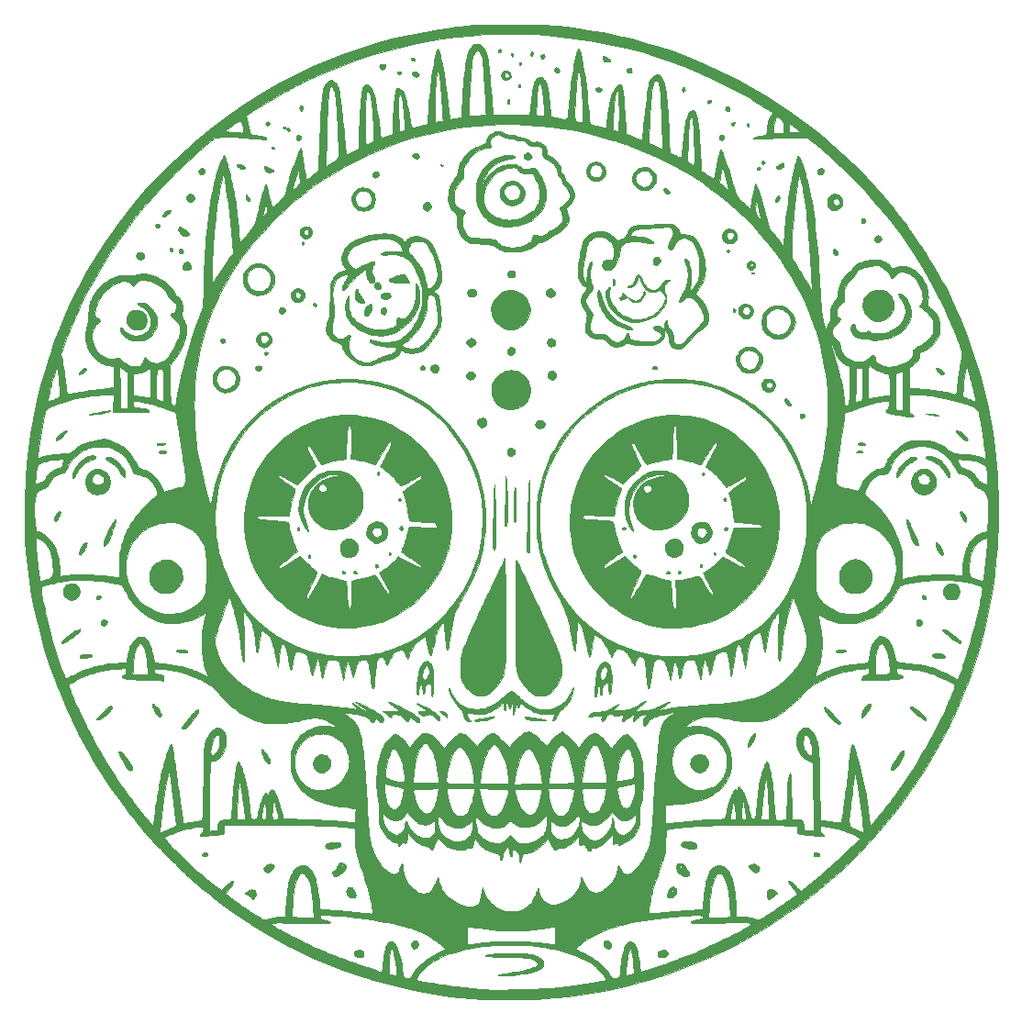
<source format=gbr>
%TF.GenerationSoftware,KiCad,Pcbnew,7.0.1*%
%TF.CreationDate,2023-09-06T22:34:59-07:00*%
%TF.ProjectId,skull_08,736b756c-6c5f-4303-982e-6b696361645f,rev?*%
%TF.SameCoordinates,Original*%
%TF.FileFunction,Soldermask,Bot*%
%TF.FilePolarity,Negative*%
%FSLAX46Y46*%
G04 Gerber Fmt 4.6, Leading zero omitted, Abs format (unit mm)*
G04 Created by KiCad (PCBNEW 7.0.1) date 2023-09-06 22:34:59*
%MOMM*%
%LPD*%
G01*
G04 APERTURE LIST*
%ADD10C,0.010000*%
G04 APERTURE END LIST*
%TO.C,G\u002A\u002A\u002A*%
D10*
X41974440Y-34834749D02*
X43625062Y-34834749D01*
X43628690Y-34851551D01*
X43629311Y-34852200D01*
X43665125Y-34868431D01*
X43737701Y-34885445D01*
X43841498Y-34902482D01*
X43970972Y-34918778D01*
X44120581Y-34933572D01*
X44284782Y-34946102D01*
X44335417Y-34949268D01*
X44478946Y-34958041D01*
X44624074Y-34967359D01*
X44759194Y-34976446D01*
X44872697Y-34984524D01*
X44938667Y-34989619D01*
X45047084Y-34998177D01*
X45120728Y-35002083D01*
X45167010Y-35000221D01*
X45193344Y-34991476D01*
X45207140Y-34974734D01*
X45215812Y-34948879D01*
X45216087Y-34947889D01*
X45226536Y-34881655D01*
X45231755Y-34785533D01*
X45232004Y-34671611D01*
X45227541Y-34551979D01*
X45218626Y-34438723D01*
X45205518Y-34343934D01*
X45202837Y-34330259D01*
X45168888Y-34203325D01*
X45123517Y-34085944D01*
X45071398Y-33987928D01*
X45017206Y-33919092D01*
X45000180Y-33904822D01*
X44958795Y-33879984D01*
X44922082Y-33878054D01*
X44873180Y-33895294D01*
X44813643Y-33925944D01*
X44726932Y-33978356D01*
X44619234Y-34048235D01*
X44496739Y-34131286D01*
X44365635Y-34223213D01*
X44232112Y-34319723D01*
X44102359Y-34416519D01*
X43982564Y-34509307D01*
X43944027Y-34540127D01*
X43824905Y-34637427D01*
X43736562Y-34712452D01*
X43675883Y-34768288D01*
X43639755Y-34808025D01*
X43625062Y-34834749D01*
X41974440Y-34834749D01*
X42026697Y-34791915D01*
X43033837Y-34014881D01*
X44104421Y-33237777D01*
X45203497Y-32487440D01*
X46327101Y-31766214D01*
X47471268Y-31076443D01*
X48632035Y-30420468D01*
X49805438Y-29800633D01*
X50987514Y-29219282D01*
X51719977Y-28880569D01*
X52950369Y-28347747D01*
X54194283Y-27853576D01*
X55452639Y-27397796D01*
X56726358Y-26980150D01*
X58016360Y-26600379D01*
X59323567Y-26258225D01*
X60648898Y-25953431D01*
X61993276Y-25685738D01*
X63357621Y-25454887D01*
X64539000Y-25286749D01*
X64841614Y-25247819D01*
X65123983Y-25212671D01*
X65389779Y-25181117D01*
X65642673Y-25152967D01*
X65886337Y-25128033D01*
X66124443Y-25106124D01*
X66360663Y-25087053D01*
X66598668Y-25070630D01*
X66842132Y-25056666D01*
X67094725Y-25044972D01*
X67360120Y-25035359D01*
X67641988Y-25027637D01*
X67944001Y-25021618D01*
X68269831Y-25017113D01*
X68623151Y-25013932D01*
X69007631Y-25011887D01*
X69426943Y-25010788D01*
X69884761Y-25010446D01*
X69904750Y-25010446D01*
X70345094Y-25010701D01*
X70746557Y-25011550D01*
X71112589Y-25013111D01*
X71446639Y-25015499D01*
X71752157Y-25018832D01*
X72032593Y-25023228D01*
X72291397Y-25028803D01*
X72532018Y-25035674D01*
X72757905Y-25043959D01*
X72972510Y-25053775D01*
X73179280Y-25065238D01*
X73381666Y-25078465D01*
X73583119Y-25093574D01*
X73787086Y-25110683D01*
X73997018Y-25129907D01*
X74216366Y-25151364D01*
X74296834Y-25159508D01*
X75698080Y-25322255D01*
X77080656Y-25522907D01*
X78445154Y-25761674D01*
X79792165Y-26038762D01*
X81122282Y-26354382D01*
X82436097Y-26708742D01*
X83734201Y-27102049D01*
X85017187Y-27534513D01*
X86285647Y-28006342D01*
X87540173Y-28517745D01*
X88781357Y-29068929D01*
X90009790Y-29660104D01*
X91226066Y-30291479D01*
X92430776Y-30963260D01*
X93624512Y-31675658D01*
X94655549Y-32329266D01*
X95616037Y-32975601D01*
X96574554Y-33661511D01*
X97528036Y-34384252D01*
X98473418Y-35141078D01*
X99407634Y-35929246D01*
X100327620Y-36746011D01*
X101230311Y-37588628D01*
X102112643Y-38454355D01*
X102971550Y-39340445D01*
X103803967Y-40244155D01*
X104606830Y-41162740D01*
X104872590Y-41478035D01*
X105163644Y-41831618D01*
X105453711Y-42194343D01*
X105745265Y-42569588D01*
X106040781Y-42960734D01*
X106342733Y-43371160D01*
X106653596Y-43804246D01*
X106975845Y-44263372D01*
X107311954Y-44751917D01*
X107664397Y-45273261D01*
X107801617Y-45478417D01*
X108068732Y-45880889D01*
X108313484Y-46254291D01*
X108538748Y-46603540D01*
X108747399Y-46933552D01*
X108942314Y-47249245D01*
X109126367Y-47555536D01*
X109302435Y-47857341D01*
X109473392Y-48159577D01*
X109642115Y-48467161D01*
X109811478Y-48785010D01*
X109984358Y-49118041D01*
X110163629Y-49471170D01*
X110320718Y-49785834D01*
X110895856Y-50992576D01*
X111435060Y-52220811D01*
X111937854Y-53468901D01*
X112403762Y-54735210D01*
X112832308Y-56018103D01*
X113223016Y-57315944D01*
X113575410Y-58627097D01*
X113889013Y-59949925D01*
X114163350Y-61282792D01*
X114397943Y-62624064D01*
X114592318Y-63972104D01*
X114691655Y-64803584D01*
X114774942Y-65658604D01*
X114840638Y-66548063D01*
X114888681Y-67467863D01*
X114919008Y-68413909D01*
X114931556Y-69382103D01*
X114926261Y-70368349D01*
X114903061Y-71368551D01*
X114861892Y-72378612D01*
X114819656Y-73132667D01*
X114717867Y-74461425D01*
X114579726Y-75769739D01*
X114404756Y-77059637D01*
X114192481Y-78333148D01*
X113942425Y-79592299D01*
X113654113Y-80839118D01*
X113327067Y-82075634D01*
X112960811Y-83303875D01*
X112554870Y-84525869D01*
X112108768Y-85743644D01*
X111622028Y-86959228D01*
X111512622Y-87219084D01*
X110937202Y-88522881D01*
X110329901Y-89799278D01*
X109690818Y-91048107D01*
X109020051Y-92269197D01*
X108317697Y-93462381D01*
X107583855Y-94627489D01*
X106818623Y-95764352D01*
X106022098Y-96872801D01*
X105551295Y-97495500D01*
X104718179Y-98542959D01*
X103849238Y-99568416D01*
X102945316Y-100571022D01*
X102007255Y-101549928D01*
X101035902Y-102504284D01*
X100032098Y-103433241D01*
X98996689Y-104335950D01*
X97930519Y-105211562D01*
X97702419Y-105392214D01*
X96606366Y-106228062D01*
X95487800Y-107028287D01*
X94347424Y-107792524D01*
X93185941Y-108520408D01*
X92004054Y-109211571D01*
X90802465Y-109865648D01*
X89581877Y-110482273D01*
X88342993Y-111061081D01*
X87086515Y-111601705D01*
X85813147Y-112103779D01*
X84523591Y-112566938D01*
X83218550Y-112990816D01*
X82952815Y-113071728D01*
X81879041Y-113380170D01*
X80786420Y-113665009D01*
X79680356Y-113925278D01*
X78566251Y-114160010D01*
X77449512Y-114368240D01*
X76335541Y-114548999D01*
X75229744Y-114701322D01*
X74137524Y-114824241D01*
X73064285Y-114916790D01*
X72402417Y-114958953D01*
X72323800Y-114962132D01*
X72206920Y-114965292D01*
X72055845Y-114968406D01*
X71874647Y-114971448D01*
X71667393Y-114974389D01*
X71438154Y-114977203D01*
X71191000Y-114979861D01*
X70930001Y-114982337D01*
X70659225Y-114984603D01*
X70382743Y-114986631D01*
X70104624Y-114988396D01*
X69828937Y-114989868D01*
X69559754Y-114991021D01*
X69301142Y-114991827D01*
X69057172Y-114992259D01*
X68831914Y-114992289D01*
X68629437Y-114991891D01*
X68453811Y-114991037D01*
X68309105Y-114989699D01*
X68199389Y-114987850D01*
X68179667Y-114987353D01*
X67652565Y-114968781D01*
X67129077Y-114941682D01*
X66599477Y-114905345D01*
X66054040Y-114859058D01*
X65483040Y-114802109D01*
X65152834Y-114765787D01*
X63758349Y-114586971D01*
X62377949Y-114368280D01*
X61011904Y-114109827D01*
X59660486Y-113811722D01*
X58323963Y-113474077D01*
X57158570Y-113141510D01*
X61240630Y-113141510D01*
X61252511Y-113168769D01*
X61282738Y-113193945D01*
X61335410Y-113218384D01*
X61414625Y-113243434D01*
X61524479Y-113270438D01*
X61669072Y-113300745D01*
X61804788Y-113326827D01*
X62072883Y-113374926D01*
X62374099Y-113425232D01*
X62703932Y-113477193D01*
X63057880Y-113530259D01*
X63431439Y-113583881D01*
X63820105Y-113637506D01*
X64219376Y-113690585D01*
X64624749Y-113742568D01*
X65031720Y-113792903D01*
X65435786Y-113841039D01*
X65832443Y-113886428D01*
X66217189Y-113928517D01*
X66585520Y-113966756D01*
X66932934Y-114000595D01*
X67254926Y-114029483D01*
X67546994Y-114052870D01*
X67804634Y-114070205D01*
X67946834Y-114077752D01*
X68016261Y-114079655D01*
X68123489Y-114080861D01*
X68263994Y-114081415D01*
X68433250Y-114081360D01*
X68626732Y-114080738D01*
X68839914Y-114079594D01*
X69068272Y-114077970D01*
X69307279Y-114075910D01*
X69552411Y-114073458D01*
X69799141Y-114070656D01*
X70042946Y-114067547D01*
X70279300Y-114064176D01*
X70503677Y-114060585D01*
X70711552Y-114056819D01*
X70898400Y-114052919D01*
X71059695Y-114048929D01*
X71111250Y-114047461D01*
X71531861Y-114034149D01*
X71938823Y-114019663D01*
X72328832Y-114004171D01*
X72698586Y-113987841D01*
X73044781Y-113970842D01*
X73364112Y-113953341D01*
X73653276Y-113935508D01*
X73908971Y-113917510D01*
X74127891Y-113899517D01*
X74254500Y-113887324D01*
X74430075Y-113867980D01*
X74630123Y-113843967D01*
X74851383Y-113815800D01*
X75090594Y-113783991D01*
X75344496Y-113749054D01*
X75609827Y-113711503D01*
X75883327Y-113671850D01*
X76161735Y-113630610D01*
X76441789Y-113588295D01*
X76720229Y-113545419D01*
X76993795Y-113502496D01*
X77259224Y-113460039D01*
X77513257Y-113418561D01*
X77752632Y-113378576D01*
X77974089Y-113340597D01*
X78174366Y-113305138D01*
X78350203Y-113272712D01*
X78498338Y-113243832D01*
X78615512Y-113219012D01*
X78698463Y-113198765D01*
X78743930Y-113183604D01*
X78750550Y-113179436D01*
X78755996Y-113145534D01*
X78734621Y-113085509D01*
X78689454Y-113003257D01*
X78623526Y-112902673D01*
X78539867Y-112787650D01*
X78441506Y-112662084D01*
X78331473Y-112529870D01*
X78212799Y-112394903D01*
X78088513Y-112261076D01*
X77961645Y-112132286D01*
X77861389Y-112036480D01*
X77606703Y-111822492D01*
X77312327Y-111615220D01*
X76980502Y-111415532D01*
X76613466Y-111224296D01*
X76213457Y-111042378D01*
X75782714Y-110870647D01*
X75323477Y-110709971D01*
X74837982Y-110561216D01*
X74328471Y-110425251D01*
X73869936Y-110319692D01*
X75946067Y-110319692D01*
X75952692Y-110326818D01*
X75977579Y-110340496D01*
X76035497Y-110370844D01*
X76121701Y-110415423D01*
X76231448Y-110471793D01*
X76359993Y-110537513D01*
X76502592Y-110610144D01*
X76582834Y-110650904D01*
X76891898Y-110811101D01*
X77166290Y-110960962D01*
X77411327Y-111104037D01*
X77632329Y-111243876D01*
X77834614Y-111384030D01*
X78023500Y-111528049D01*
X78204305Y-111679483D01*
X78382348Y-111841883D01*
X78418174Y-111876068D01*
X78593100Y-112050035D01*
X78740024Y-112210141D01*
X78866479Y-112365529D01*
X78979996Y-112525346D01*
X79068003Y-112664936D01*
X79149642Y-112796075D01*
X79217621Y-112893267D01*
X79276205Y-112960914D01*
X79329659Y-113003418D01*
X79382248Y-113025184D01*
X79422120Y-113030492D01*
X79458136Y-113027427D01*
X79523519Y-113018097D01*
X79606080Y-113004297D01*
X79633787Y-112999294D01*
X79723972Y-112981195D01*
X79805155Y-112962243D01*
X79862778Y-112945904D01*
X79871806Y-112942630D01*
X79905148Y-112925493D01*
X79933659Y-112900009D01*
X79958188Y-112862345D01*
X79979582Y-112808671D01*
X79998692Y-112735155D01*
X80016364Y-112637965D01*
X80033447Y-112513270D01*
X80035610Y-112493806D01*
X80569405Y-112493806D01*
X80571823Y-112610544D01*
X80581648Y-112695405D01*
X80595832Y-112737953D01*
X80600606Y-112743216D01*
X80611192Y-112745867D01*
X80633120Y-112745155D01*
X80671921Y-112740329D01*
X80733125Y-112730639D01*
X80822264Y-112715333D01*
X80944866Y-112693662D01*
X81017736Y-112680687D01*
X81335722Y-112624022D01*
X81309425Y-112272303D01*
X81278580Y-111890379D01*
X81246089Y-111547361D01*
X81212022Y-111243699D01*
X81176451Y-110979844D01*
X81139448Y-110756246D01*
X81101083Y-110573356D01*
X81061428Y-110431624D01*
X81020554Y-110331502D01*
X80996492Y-110292901D01*
X80967871Y-110266172D01*
X80940160Y-110274180D01*
X80933312Y-110279562D01*
X80903271Y-110323737D01*
X80871140Y-110405212D01*
X80837596Y-110519049D01*
X80803318Y-110660303D01*
X80768984Y-110824036D01*
X80735274Y-111005305D01*
X80702864Y-111199168D01*
X80672434Y-111400686D01*
X80644661Y-111604916D01*
X80620225Y-111806917D01*
X80599802Y-112001747D01*
X80584073Y-112184467D01*
X80573714Y-112350134D01*
X80569405Y-112493806D01*
X80035610Y-112493806D01*
X80050791Y-112357238D01*
X80069242Y-112166038D01*
X80086387Y-111973500D01*
X80121593Y-111634477D01*
X80166320Y-111313399D01*
X80219759Y-111012674D01*
X80281100Y-110734711D01*
X80349536Y-110481917D01*
X80424258Y-110256700D01*
X80504456Y-110061469D01*
X80589321Y-109898631D01*
X80678045Y-109770596D01*
X80769820Y-109679770D01*
X80863835Y-109628563D01*
X80875107Y-109625228D01*
X80944136Y-109614224D01*
X81016316Y-109622196D01*
X81065501Y-109635159D01*
X81186693Y-109693030D01*
X81297724Y-109791673D01*
X81398610Y-109931132D01*
X81489368Y-110111453D01*
X81570014Y-110332680D01*
X81640565Y-110594858D01*
X81701037Y-110898031D01*
X81751447Y-111242246D01*
X81789656Y-111603084D01*
X81815461Y-111861619D01*
X81843485Y-112083905D01*
X81873361Y-112267079D01*
X81876938Y-112285709D01*
X81891588Y-112350402D01*
X81907691Y-112383551D01*
X81932712Y-112395512D01*
X81956997Y-112396834D01*
X82012404Y-112389593D01*
X82104479Y-112368546D01*
X82230237Y-112334705D01*
X82386690Y-112289083D01*
X82570852Y-112232692D01*
X82779736Y-112166544D01*
X83010357Y-112091651D01*
X83259726Y-112009026D01*
X83524859Y-111919682D01*
X83802768Y-111824630D01*
X84090467Y-111724883D01*
X84384969Y-111621453D01*
X84683288Y-111515353D01*
X84982437Y-111407595D01*
X85279430Y-111299191D01*
X85571280Y-111191154D01*
X85855000Y-111084496D01*
X86065500Y-111004156D01*
X86324368Y-110903759D01*
X86569551Y-110806656D01*
X86806852Y-110710333D01*
X87042074Y-110612278D01*
X87281021Y-110509980D01*
X87529496Y-110400924D01*
X87793301Y-110282600D01*
X88078241Y-110152495D01*
X88390117Y-110008096D01*
X88690167Y-109867811D01*
X88829544Y-109801488D01*
X88998702Y-109719474D01*
X89192072Y-109624580D01*
X89404083Y-109519618D01*
X89629166Y-109407399D01*
X89861750Y-109290734D01*
X90096265Y-109172434D01*
X90327141Y-109055310D01*
X90548808Y-108942174D01*
X90755697Y-108835836D01*
X90942237Y-108739109D01*
X91102858Y-108654802D01*
X91231991Y-108585728D01*
X91251334Y-108575199D01*
X91472036Y-108452636D01*
X91656318Y-108345787D01*
X91806452Y-108253188D01*
X91924712Y-108173376D01*
X92013369Y-108104888D01*
X92074696Y-108046261D01*
X92076986Y-108043676D01*
X92116597Y-107996052D01*
X92130331Y-107968159D01*
X92121535Y-107949099D01*
X92109131Y-107939033D01*
X92069954Y-107922790D01*
X92003622Y-107906655D01*
X91931918Y-107895150D01*
X91865861Y-107890099D01*
X91760430Y-107886075D01*
X91618571Y-107883067D01*
X91443232Y-107881062D01*
X91237360Y-107880048D01*
X91003899Y-107880012D01*
X90745798Y-107880942D01*
X90466003Y-107882826D01*
X90167461Y-107885652D01*
X89853118Y-107889406D01*
X89525921Y-107894077D01*
X89188816Y-107899652D01*
X88844751Y-107906119D01*
X88721917Y-107908618D01*
X88352021Y-107915782D01*
X88022546Y-107921010D01*
X87731623Y-107924237D01*
X87477380Y-107925401D01*
X87257947Y-107924436D01*
X87071453Y-107921278D01*
X86916030Y-107915865D01*
X86789804Y-107908131D01*
X86690908Y-107898013D01*
X86617469Y-107885447D01*
X86567617Y-107870368D01*
X86539483Y-107852713D01*
X86531167Y-107833627D01*
X86552248Y-107798277D01*
X86615298Y-107760513D01*
X86720027Y-107720429D01*
X86866146Y-107678118D01*
X87053363Y-107633674D01*
X87281390Y-107587190D01*
X87314334Y-107580942D01*
X87458966Y-107547847D01*
X87564234Y-107509309D01*
X87630238Y-107465000D01*
X88179603Y-107465000D01*
X88450760Y-107464639D01*
X88557107Y-107463535D01*
X88694191Y-107460670D01*
X88850468Y-107456368D01*
X89014394Y-107450950D01*
X89174425Y-107444738D01*
X89195097Y-107443856D01*
X89330210Y-107436582D01*
X89474750Y-107426309D01*
X89622248Y-107413758D01*
X89766235Y-107399649D01*
X89900241Y-107384705D01*
X90017797Y-107369645D01*
X90112434Y-107355190D01*
X90177682Y-107342062D01*
X90206948Y-107331108D01*
X90207516Y-107308775D01*
X90205182Y-107249730D01*
X90200328Y-107159466D01*
X90193336Y-107043479D01*
X90184588Y-106907260D01*
X90174465Y-106756305D01*
X90163349Y-106596106D01*
X90151623Y-106432158D01*
X90139667Y-106269954D01*
X90127864Y-106114989D01*
X90116596Y-105972756D01*
X90106244Y-105848748D01*
X90097190Y-105748460D01*
X90096367Y-105739917D01*
X90051718Y-105330838D01*
X90000892Y-104962707D01*
X89943563Y-104634544D01*
X89879404Y-104345371D01*
X89808087Y-104094209D01*
X89729286Y-103880077D01*
X89642674Y-103701997D01*
X89547924Y-103558989D01*
X89444710Y-103450074D01*
X89332703Y-103374273D01*
X89301763Y-103359722D01*
X89204597Y-103328286D01*
X89121185Y-103328158D01*
X89040240Y-103361480D01*
X88956270Y-103425251D01*
X88897823Y-103484936D01*
X88843400Y-103560230D01*
X88786376Y-103660979D01*
X88753657Y-103726367D01*
X88668220Y-103927015D01*
X88589792Y-104162920D01*
X88518221Y-104434959D01*
X88453354Y-104744004D01*
X88395038Y-105090931D01*
X88343118Y-105476613D01*
X88297443Y-105901926D01*
X88257858Y-106367742D01*
X88236015Y-106681834D01*
X88226223Y-106832373D01*
X88216535Y-106977563D01*
X88207521Y-107109122D01*
X88199754Y-107218766D01*
X88193804Y-107298212D01*
X88191852Y-107322125D01*
X88179603Y-107465000D01*
X87630238Y-107465000D01*
X87632982Y-107463158D01*
X87668051Y-107407225D01*
X87672284Y-107339341D01*
X87666893Y-107311902D01*
X87654215Y-107278793D01*
X87631625Y-107252864D01*
X87594452Y-107233300D01*
X87538025Y-107219285D01*
X87457676Y-107210007D01*
X87348732Y-107204648D01*
X87206524Y-107202395D01*
X87039167Y-107202377D01*
X86910674Y-107203621D01*
X86781883Y-107206482D01*
X86648692Y-107211260D01*
X86507000Y-107218255D01*
X86352706Y-107227765D01*
X86181707Y-107240089D01*
X85989901Y-107255528D01*
X85773187Y-107274379D01*
X85527463Y-107296943D01*
X85248627Y-107323518D01*
X84932578Y-107354404D01*
X84869584Y-107360626D01*
X84142740Y-107436528D01*
X83456169Y-107516723D01*
X82807977Y-107601786D01*
X82196266Y-107692287D01*
X81619141Y-107788799D01*
X81074707Y-107891896D01*
X80561067Y-108002148D01*
X80076326Y-108120130D01*
X79618587Y-108246412D01*
X79185955Y-108381568D01*
X78776534Y-108526170D01*
X78388429Y-108680791D01*
X78019743Y-108846003D01*
X77668580Y-109022378D01*
X77333045Y-109210490D01*
X77011242Y-109410909D01*
X76701275Y-109624210D01*
X76401248Y-109850963D01*
X76268817Y-109957673D01*
X76147007Y-110062050D01*
X76051876Y-110152719D01*
X75985375Y-110227401D01*
X75949455Y-110283818D01*
X75946067Y-110319692D01*
X73869936Y-110319692D01*
X73797180Y-110302943D01*
X73246349Y-110195159D01*
X73001724Y-110153112D01*
X72697868Y-110105044D01*
X72411276Y-110064263D01*
X72135068Y-110030271D01*
X71862367Y-110002573D01*
X71586291Y-109980670D01*
X71299963Y-109964065D01*
X70996503Y-109952263D01*
X70669032Y-109944765D01*
X70310670Y-109941074D01*
X70058711Y-109940481D01*
X69445458Y-109945903D01*
X68869018Y-109962149D01*
X68325173Y-109989615D01*
X67809709Y-110028694D01*
X67318410Y-110079778D01*
X66847059Y-110143262D01*
X66391441Y-110219539D01*
X65947341Y-110309003D01*
X65830167Y-110335173D01*
X65281246Y-110469253D01*
X64771542Y-110612587D01*
X64298762Y-110766120D01*
X63860613Y-110930799D01*
X63454802Y-111107569D01*
X63079036Y-111297378D01*
X62731022Y-111501170D01*
X62408466Y-111719892D01*
X62327084Y-111780386D01*
X62221050Y-111867180D01*
X62097550Y-111978684D01*
X61965162Y-112106237D01*
X61832467Y-112241176D01*
X61708044Y-112374842D01*
X61600475Y-112498572D01*
X61538196Y-112576750D01*
X61451478Y-112698318D01*
X61375140Y-112818397D01*
X61312664Y-112930373D01*
X61267536Y-113027633D01*
X61243240Y-113103564D01*
X61240630Y-113141510D01*
X57158570Y-113141510D01*
X57002607Y-113097003D01*
X55696688Y-112680612D01*
X54406476Y-112225015D01*
X53132241Y-111730322D01*
X51874255Y-111196647D01*
X50632787Y-110624099D01*
X49408108Y-110012790D01*
X48200488Y-109362832D01*
X47010197Y-108674336D01*
X45939016Y-108010336D01*
X47841053Y-108010336D01*
X47867504Y-108052758D01*
X47921524Y-108104267D01*
X47992314Y-108157460D01*
X48098527Y-108226874D01*
X48237153Y-108310987D01*
X48405181Y-108408273D01*
X48599601Y-108517208D01*
X48817402Y-108636268D01*
X49055574Y-108763928D01*
X49311105Y-108898664D01*
X49580986Y-109038953D01*
X49862205Y-109183268D01*
X50151752Y-109330088D01*
X50446616Y-109477886D01*
X50743788Y-109625139D01*
X51040255Y-109770322D01*
X51333008Y-109911911D01*
X51619036Y-110048382D01*
X51895328Y-110178211D01*
X52158873Y-110299873D01*
X52406662Y-110411843D01*
X52635684Y-110512599D01*
X52842927Y-110600614D01*
X52892049Y-110620886D01*
X53121674Y-110713693D01*
X53374663Y-110813556D01*
X53647600Y-110919264D01*
X53937067Y-111029604D01*
X54239649Y-111143365D01*
X54551929Y-111259334D01*
X54870490Y-111376300D01*
X55191917Y-111493049D01*
X55512793Y-111608371D01*
X55829702Y-111721053D01*
X56139227Y-111829882D01*
X56437952Y-111933648D01*
X56722460Y-112031137D01*
X56989336Y-112121137D01*
X57235162Y-112202438D01*
X57456523Y-112273825D01*
X57650001Y-112334088D01*
X57812182Y-112382014D01*
X57939647Y-112416391D01*
X57980029Y-112426050D01*
X57998148Y-112430467D01*
X58012827Y-112431763D01*
X58025012Y-112425724D01*
X58035649Y-112408140D01*
X58045684Y-112374798D01*
X58056062Y-112321485D01*
X58064770Y-112263642D01*
X58698060Y-112263642D01*
X58699251Y-112381332D01*
X58703847Y-112470501D01*
X58712459Y-112535746D01*
X58725700Y-112581661D01*
X58744181Y-112612840D01*
X58768512Y-112633879D01*
X58799306Y-112649372D01*
X58799964Y-112649645D01*
X58863346Y-112669434D01*
X58954664Y-112690126D01*
X59059658Y-112709202D01*
X59164070Y-112724146D01*
X59253641Y-112732440D01*
X59273304Y-112733210D01*
X59338707Y-112731022D01*
X59378043Y-112716610D01*
X59407123Y-112683947D01*
X59408659Y-112681624D01*
X59427038Y-112643839D01*
X59435448Y-112595146D01*
X59435124Y-112523676D01*
X59431230Y-112464665D01*
X59416463Y-112313435D01*
X59393788Y-112129997D01*
X59364708Y-111923418D01*
X59330725Y-111702764D01*
X59293342Y-111477102D01*
X59254061Y-111255498D01*
X59214384Y-111047020D01*
X59175814Y-110860733D01*
X59139853Y-110705704D01*
X59139536Y-110704441D01*
X59104564Y-110577471D01*
X59067063Y-110462598D01*
X59029569Y-110365866D01*
X58994621Y-110293317D01*
X58964753Y-110250995D01*
X58945883Y-110243067D01*
X58923999Y-110264771D01*
X58892677Y-110311973D01*
X58873998Y-110345454D01*
X58838836Y-110436671D01*
X58807170Y-110568571D01*
X58779164Y-110739636D01*
X58754981Y-110948349D01*
X58734786Y-111193192D01*
X58718742Y-111472645D01*
X58707013Y-111785191D01*
X58703450Y-111924325D01*
X58699664Y-112112839D01*
X58698060Y-112263642D01*
X58064770Y-112263642D01*
X58067730Y-112243989D01*
X58081634Y-112138098D01*
X58098719Y-111999599D01*
X58119931Y-111824281D01*
X58125496Y-111778280D01*
X58145987Y-111612133D01*
X58167699Y-111441452D01*
X58189269Y-111276582D01*
X58209333Y-111127870D01*
X58226529Y-111005660D01*
X58233659Y-110957500D01*
X58285787Y-110654196D01*
X58343971Y-110392037D01*
X58408531Y-110170226D01*
X58479787Y-109987967D01*
X58558060Y-109844462D01*
X58643671Y-109738912D01*
X58736939Y-109670522D01*
X58754339Y-109662197D01*
X58871005Y-109631420D01*
X58986092Y-109642617D01*
X59099080Y-109695443D01*
X59209448Y-109789552D01*
X59316676Y-109924599D01*
X59420244Y-110100236D01*
X59423666Y-110106862D01*
X59519020Y-110312300D01*
X59604555Y-110539938D01*
X59681061Y-110793051D01*
X59749326Y-111074914D01*
X59810137Y-111388802D01*
X59864284Y-111737988D01*
X59912554Y-112125750D01*
X59915089Y-112148583D01*
X59937793Y-112347741D01*
X59958276Y-112509205D01*
X59977784Y-112637472D01*
X59997564Y-112737039D01*
X60018862Y-112812404D01*
X60042926Y-112868063D01*
X60071002Y-112908514D01*
X60104337Y-112938253D01*
X60139929Y-112959610D01*
X60233359Y-112995539D01*
X60341252Y-113018155D01*
X60449690Y-113026227D01*
X60544750Y-113018525D01*
X60601365Y-113000412D01*
X60662778Y-112955537D01*
X60732393Y-112879170D01*
X60812206Y-112768754D01*
X60904211Y-112621734D01*
X60926401Y-112584028D01*
X61089801Y-112331581D01*
X61280293Y-112090006D01*
X61501612Y-111855344D01*
X61757495Y-111623632D01*
X62051679Y-111390908D01*
X62051917Y-111390731D01*
X62230492Y-111262285D01*
X62413220Y-111140907D01*
X62608693Y-111021373D01*
X62825504Y-110898456D01*
X63072247Y-110766933D01*
X63110250Y-110747235D01*
X63313972Y-110641002D01*
X63481507Y-110551471D01*
X63615020Y-110477425D01*
X63716676Y-110417644D01*
X63788641Y-110370909D01*
X63818626Y-110348496D01*
X63868803Y-110307865D01*
X63813737Y-110235808D01*
X63746581Y-110159775D01*
X63648733Y-110065359D01*
X63525439Y-109956549D01*
X63381944Y-109837336D01*
X63223494Y-109711711D01*
X63055334Y-109583665D01*
X62882709Y-109457189D01*
X62710865Y-109336273D01*
X62545046Y-109224909D01*
X62390499Y-109127088D01*
X62299569Y-109074196D01*
X62252469Y-109046799D01*
X62247120Y-109043875D01*
X61902177Y-108870026D01*
X61516810Y-108702175D01*
X61092551Y-108540666D01*
X60630931Y-108385844D01*
X60133480Y-108238052D01*
X60095637Y-108228059D01*
X65936000Y-108228059D01*
X65936000Y-109074196D01*
X65936170Y-109288450D01*
X65936771Y-109464049D01*
X65937936Y-109604672D01*
X65939802Y-109713998D01*
X65942504Y-109795704D01*
X65946175Y-109853469D01*
X65950952Y-109890970D01*
X65956969Y-109911886D01*
X65964362Y-109919896D01*
X65967058Y-109920334D01*
X65997926Y-109917066D01*
X66062516Y-109908059D01*
X66152787Y-109894504D01*
X66260698Y-109877593D01*
X66321600Y-109867789D01*
X66460437Y-109846833D01*
X66633048Y-109823311D01*
X66831019Y-109798178D01*
X67045938Y-109772394D01*
X67269393Y-109746914D01*
X67492969Y-109722695D01*
X67708254Y-109700695D01*
X67906836Y-109681870D01*
X68080301Y-109667179D01*
X68095000Y-109666046D01*
X68184616Y-109660595D01*
X68310002Y-109654988D01*
X68464597Y-109649418D01*
X68641840Y-109644078D01*
X68835168Y-109639161D01*
X69038021Y-109634859D01*
X69243837Y-109631366D01*
X69301500Y-109630554D01*
X70348264Y-109632840D01*
X71372192Y-109668027D01*
X72372033Y-109736045D01*
X73346537Y-109836825D01*
X73598334Y-109868746D01*
X73724457Y-109885108D01*
X73837766Y-109899332D01*
X73930913Y-109910532D01*
X73996554Y-109917827D01*
X74026959Y-109920333D01*
X74036282Y-109918123D01*
X74043901Y-109908919D01*
X74049986Y-109888865D01*
X74054708Y-109854101D01*
X74058239Y-109800768D01*
X74060749Y-109725010D01*
X74062408Y-109622967D01*
X74063389Y-109490781D01*
X74063862Y-109324594D01*
X74063998Y-109120547D01*
X74064000Y-109084250D01*
X74063711Y-108863873D01*
X74062780Y-108682750D01*
X74061111Y-108537808D01*
X74058610Y-108425971D01*
X74055180Y-108344165D01*
X74050726Y-108289315D01*
X74045153Y-108258347D01*
X74038364Y-108248184D01*
X74038033Y-108248167D01*
X74011389Y-108251044D01*
X73948070Y-108259201D01*
X73853309Y-108271923D01*
X73732338Y-108288496D01*
X73590389Y-108308206D01*
X73432696Y-108330339D01*
X73344825Y-108342765D01*
X72674058Y-108432935D01*
X72035770Y-108508529D01*
X71423004Y-108570360D01*
X71312334Y-108580316D01*
X71150839Y-108591925D01*
X70957188Y-108601482D01*
X70737975Y-108608985D01*
X70499796Y-108614436D01*
X70249247Y-108617832D01*
X69992922Y-108619174D01*
X69737418Y-108618461D01*
X69489329Y-108615692D01*
X69255252Y-108610867D01*
X69041781Y-108603986D01*
X68855513Y-108595047D01*
X68703041Y-108584051D01*
X68666500Y-108580520D01*
X68594679Y-108572533D01*
X68488485Y-108559992D01*
X68352662Y-108543504D01*
X68191956Y-108523677D01*
X68011111Y-108501119D01*
X67814871Y-108476438D01*
X67607983Y-108450242D01*
X67395189Y-108423139D01*
X67181235Y-108395736D01*
X66970866Y-108368642D01*
X66768826Y-108342463D01*
X66579859Y-108317809D01*
X66408711Y-108295287D01*
X66260127Y-108275505D01*
X66138850Y-108259070D01*
X66049626Y-108246590D01*
X65997200Y-108238675D01*
X65994209Y-108238165D01*
X65936000Y-108228059D01*
X60095637Y-108228059D01*
X59601730Y-108097634D01*
X59037210Y-107964936D01*
X58441453Y-107840300D01*
X57815989Y-107724072D01*
X57162348Y-107616596D01*
X56482063Y-107518215D01*
X55776663Y-107429273D01*
X55047679Y-107350116D01*
X54474250Y-107296311D01*
X54092422Y-107263959D01*
X53751699Y-107237426D01*
X53451262Y-107216680D01*
X53190289Y-107201686D01*
X52967960Y-107192410D01*
X52783454Y-107188818D01*
X52635950Y-107190875D01*
X52524628Y-107198548D01*
X52448668Y-107211803D01*
X52447791Y-107212044D01*
X52374586Y-107248413D01*
X52333931Y-107302598D01*
X52324394Y-107367171D01*
X52344545Y-107434701D01*
X52392953Y-107497758D01*
X52468187Y-107548910D01*
X52516334Y-107567992D01*
X52567235Y-107582106D01*
X52647584Y-107602143D01*
X52745427Y-107625197D01*
X52827964Y-107643792D01*
X52935855Y-107669578D01*
X53040128Y-107697972D01*
X53126899Y-107725015D01*
X53171229Y-107741638D01*
X53241964Y-107780799D01*
X53285252Y-107822853D01*
X53296850Y-107861831D01*
X53276333Y-107889570D01*
X53249935Y-107899931D01*
X53205343Y-107908600D01*
X53139965Y-107915635D01*
X53051210Y-107921094D01*
X52936485Y-107925034D01*
X52793199Y-107927514D01*
X52618758Y-107928592D01*
X52410572Y-107928325D01*
X52166048Y-107926773D01*
X51882593Y-107923992D01*
X51787390Y-107922901D01*
X51335402Y-107917582D01*
X50923745Y-107912765D01*
X50550420Y-107908442D01*
X50213429Y-107904605D01*
X49910772Y-107901247D01*
X49640450Y-107898359D01*
X49400465Y-107895934D01*
X49188817Y-107893964D01*
X49003508Y-107892442D01*
X48842537Y-107891359D01*
X48703908Y-107890707D01*
X48585619Y-107890480D01*
X48485674Y-107890668D01*
X48402071Y-107891265D01*
X48332813Y-107892263D01*
X48275901Y-107893653D01*
X48229335Y-107895429D01*
X48191117Y-107897581D01*
X48159247Y-107900103D01*
X48131727Y-107902987D01*
X48106557Y-107906224D01*
X48090603Y-107908501D01*
X47970390Y-107929018D01*
X47890235Y-107951084D01*
X47847877Y-107977317D01*
X47841053Y-108010336D01*
X45939016Y-108010336D01*
X45837506Y-107947413D01*
X44682686Y-107182175D01*
X43546006Y-106378732D01*
X42427737Y-105537197D01*
X42081167Y-105265687D01*
X41826357Y-105062959D01*
X41586214Y-104869166D01*
X41357412Y-104681287D01*
X41136629Y-104496300D01*
X40920541Y-104311184D01*
X40705822Y-104122917D01*
X40489151Y-103928477D01*
X40267202Y-103724843D01*
X40036651Y-103508993D01*
X39794176Y-103277905D01*
X39536451Y-103028558D01*
X39260154Y-102757930D01*
X38961959Y-102463000D01*
X38638544Y-102140745D01*
X38587639Y-102089852D01*
X38230714Y-101731902D01*
X37901853Y-101399871D01*
X37598294Y-101090661D01*
X37317275Y-100801176D01*
X37056032Y-100528320D01*
X36811804Y-100268997D01*
X36610078Y-100050683D01*
X37972625Y-100050683D01*
X37990329Y-100100237D01*
X38032818Y-100170074D01*
X38101071Y-100261375D01*
X38196065Y-100375324D01*
X38318779Y-100513103D01*
X38470191Y-100675897D01*
X38651281Y-100864888D01*
X38820520Y-101038119D01*
X39224724Y-101442602D01*
X39647894Y-101854052D01*
X40084719Y-102267712D01*
X40529885Y-102678823D01*
X40978081Y-103082627D01*
X41423993Y-103474366D01*
X41862311Y-103849283D01*
X42287720Y-104202620D01*
X42694910Y-104529618D01*
X42880772Y-104674623D01*
X43182961Y-104907964D01*
X43239103Y-104871178D01*
X43271219Y-104845447D01*
X43327941Y-104795211D01*
X43403668Y-104725626D01*
X43492799Y-104641850D01*
X43589737Y-104549038D01*
X43605722Y-104533573D01*
X43761939Y-104384492D01*
X43892744Y-104264863D01*
X44000835Y-104172489D01*
X44088913Y-104105171D01*
X44159678Y-104060710D01*
X44215621Y-104036969D01*
X44274884Y-104029021D01*
X44307374Y-104048860D01*
X44314473Y-104099110D01*
X44297559Y-104182396D01*
X44295625Y-104189140D01*
X44258903Y-104289776D01*
X44203049Y-104401935D01*
X44125778Y-104529104D01*
X44024804Y-104674765D01*
X43897843Y-104842405D01*
X43742608Y-105035509D01*
X43732491Y-105047802D01*
X43677258Y-105116770D01*
X43634112Y-105174303D01*
X43609058Y-105212201D01*
X43605167Y-105221654D01*
X43622369Y-105244378D01*
X43672050Y-105288383D01*
X43751322Y-105351684D01*
X43857297Y-105432298D01*
X43987086Y-105528238D01*
X44137801Y-105637522D01*
X44306555Y-105758164D01*
X44490459Y-105888179D01*
X44686625Y-106025584D01*
X44892166Y-106168394D01*
X45104192Y-106314623D01*
X45319815Y-106462289D01*
X45536149Y-106609405D01*
X45750304Y-106753988D01*
X45959392Y-106894053D01*
X46160525Y-107027616D01*
X46350816Y-107152692D01*
X46527376Y-107267296D01*
X46687316Y-107369444D01*
X46827749Y-107457151D01*
X46945787Y-107528433D01*
X47038542Y-107581306D01*
X47041667Y-107583000D01*
X47089916Y-107608659D01*
X47130413Y-107626309D01*
X47170122Y-107635291D01*
X47216009Y-107634942D01*
X47275039Y-107624601D01*
X47354176Y-107603608D01*
X47460385Y-107571301D01*
X47587437Y-107531196D01*
X47755631Y-107480886D01*
X47910239Y-107441875D01*
X48061611Y-107412601D01*
X48220094Y-107391504D01*
X48396036Y-107377024D01*
X48599786Y-107367599D01*
X48690029Y-107364931D01*
X49128807Y-107353525D01*
X49138960Y-107287554D01*
X49142440Y-107252208D01*
X49759079Y-107252208D01*
X49760557Y-107313746D01*
X49764695Y-107338014D01*
X49764767Y-107338062D01*
X49796566Y-107345953D01*
X49866024Y-107355265D01*
X49968507Y-107365639D01*
X50099379Y-107376713D01*
X50254004Y-107388129D01*
X50427747Y-107399525D01*
X50615971Y-107410541D01*
X50814042Y-107420818D01*
X50854750Y-107422768D01*
X51076285Y-107432982D01*
X51259082Y-107440773D01*
X51406667Y-107446160D01*
X51522564Y-107449158D01*
X51610298Y-107449786D01*
X51673396Y-107448060D01*
X51715381Y-107443997D01*
X51739779Y-107437614D01*
X51750115Y-107428929D01*
X51750757Y-107427110D01*
X51751411Y-107399646D01*
X51749802Y-107335518D01*
X51746169Y-107240321D01*
X51740749Y-107119652D01*
X51733782Y-106979106D01*
X51725505Y-106824278D01*
X51723714Y-106792110D01*
X51708942Y-106534205D01*
X51695443Y-106312360D01*
X51682712Y-106120342D01*
X51670242Y-105951915D01*
X51657529Y-105800843D01*
X51644067Y-105660893D01*
X51629349Y-105525829D01*
X51612871Y-105389417D01*
X51604907Y-105327167D01*
X51549442Y-104956502D01*
X51484235Y-104625737D01*
X51408785Y-104333459D01*
X51322591Y-104078258D01*
X51225152Y-103858719D01*
X51115965Y-103673431D01*
X50994530Y-103520981D01*
X50946719Y-103472920D01*
X50850059Y-103388533D01*
X50769735Y-103337073D01*
X50697871Y-103316744D01*
X50626588Y-103325749D01*
X50548008Y-103362291D01*
X50524543Y-103376631D01*
X50411889Y-103469222D01*
X50308995Y-103598277D01*
X50215638Y-103764470D01*
X50131595Y-103968477D01*
X50056645Y-104210971D01*
X49990565Y-104492628D01*
X49933132Y-104814123D01*
X49884125Y-105176129D01*
X49860889Y-105390667D01*
X49849298Y-105517169D01*
X49837465Y-105665213D01*
X49825633Y-105829896D01*
X49814043Y-106006319D01*
X49802938Y-106189579D01*
X49792559Y-106374778D01*
X49783147Y-106557012D01*
X49774946Y-106731383D01*
X49768197Y-106892989D01*
X49763141Y-107036929D01*
X49760022Y-107158302D01*
X49759079Y-107252208D01*
X49142440Y-107252208D01*
X49142661Y-107249966D01*
X49148142Y-107176066D01*
X49155028Y-107071820D01*
X49162943Y-106943194D01*
X49171511Y-106796156D01*
X49180356Y-106636672D01*
X49182480Y-106597167D01*
X49211501Y-106119179D01*
X49245529Y-105681206D01*
X49284949Y-105281182D01*
X49330148Y-104917042D01*
X49381513Y-104586720D01*
X49439430Y-104288150D01*
X49504286Y-104019266D01*
X49576467Y-103778003D01*
X49656361Y-103562296D01*
X49744353Y-103370078D01*
X49808365Y-103252834D01*
X49942291Y-103054775D01*
X50090091Y-102891295D01*
X50248905Y-102763153D01*
X50415873Y-102671108D01*
X50588133Y-102615921D01*
X50762825Y-102598349D01*
X50937088Y-102619153D01*
X51108061Y-102679091D01*
X51272883Y-102778924D01*
X51351289Y-102843314D01*
X51449496Y-102941433D01*
X51540687Y-103053955D01*
X51625423Y-103182985D01*
X51704267Y-103330630D01*
X51777780Y-103498997D01*
X51846525Y-103690190D01*
X51911065Y-103906317D01*
X51971961Y-104149483D01*
X52029776Y-104421794D01*
X52085072Y-104725357D01*
X52138411Y-105062278D01*
X52190355Y-105434663D01*
X52241467Y-105844618D01*
X52292309Y-106294249D01*
X52305580Y-106418170D01*
X52330353Y-106651924D01*
X53074218Y-106700141D01*
X53444567Y-106725305D01*
X53833978Y-106753912D01*
X54235565Y-106785349D01*
X54642441Y-106819002D01*
X55047720Y-106854260D01*
X55444517Y-106890510D01*
X55825944Y-106927139D01*
X56185115Y-106963535D01*
X56515143Y-106999085D01*
X56783939Y-107030136D01*
X56918297Y-107044126D01*
X57017536Y-107049218D01*
X57084996Y-107045741D01*
X82636500Y-107045741D01*
X82864042Y-107031807D01*
X83086875Y-107016971D01*
X83343139Y-106997830D01*
X83624231Y-106975095D01*
X83921547Y-106949475D01*
X84226483Y-106921681D01*
X84414500Y-106903775D01*
X84735916Y-106873390D01*
X85074614Y-106842745D01*
X85422271Y-106812519D01*
X85770563Y-106783393D01*
X86111169Y-106756047D01*
X86435764Y-106731162D01*
X86736025Y-106709419D01*
X87003630Y-106691497D01*
X87036214Y-106689444D01*
X87214969Y-106677527D01*
X87367038Y-106665859D01*
X87489132Y-106654763D01*
X87577965Y-106644560D01*
X87630246Y-106635573D01*
X87643488Y-106629845D01*
X87647155Y-106604346D01*
X87654491Y-106541610D01*
X87664972Y-106446528D01*
X87678076Y-106323986D01*
X87693280Y-106178876D01*
X87710060Y-106016084D01*
X87726845Y-105850886D01*
X87761584Y-105516709D01*
X87794713Y-105220375D01*
X87826949Y-104957456D01*
X87859007Y-104723526D01*
X87891602Y-104514159D01*
X87925452Y-104324926D01*
X87961272Y-104151402D01*
X87999778Y-103989160D01*
X88041685Y-103833772D01*
X88066940Y-103747987D01*
X88156709Y-103485971D01*
X88257376Y-103259869D01*
X88372089Y-103063979D01*
X88503994Y-102892599D01*
X88588112Y-102803660D01*
X88671289Y-102729733D01*
X88753132Y-102677172D01*
X88842902Y-102643146D01*
X88949856Y-102624827D01*
X89083254Y-102619382D01*
X89184718Y-102621278D01*
X89293822Y-102626041D01*
X89373562Y-102633505D01*
X89436907Y-102646246D01*
X89496826Y-102666842D01*
X89563472Y-102696541D01*
X89720508Y-102792283D01*
X89870164Y-102926372D01*
X90009910Y-103095101D01*
X90137218Y-103294763D01*
X90249556Y-103521651D01*
X90344396Y-103772059D01*
X90382010Y-103896119D01*
X90476183Y-104274399D01*
X90557068Y-104687898D01*
X90624007Y-105131432D01*
X90676340Y-105599815D01*
X90713409Y-106087860D01*
X90734554Y-106590382D01*
X90736718Y-106687125D01*
X90749638Y-107359167D01*
X91122194Y-107359185D01*
X91434588Y-107364186D01*
X91710900Y-107379619D01*
X91956248Y-107406174D01*
X92175747Y-107444540D01*
X92374513Y-107495409D01*
X92531917Y-107549351D01*
X92622031Y-107583156D01*
X92699490Y-107610468D01*
X92754580Y-107627963D01*
X92775334Y-107632640D01*
X92809902Y-107624843D01*
X92868967Y-107602849D01*
X92934084Y-107574027D01*
X93016254Y-107531296D01*
X93124373Y-107469199D01*
X93255609Y-107389702D01*
X93407135Y-107294773D01*
X93576122Y-107186377D01*
X93759741Y-107066482D01*
X93955162Y-106937054D01*
X94159558Y-106800058D01*
X94370099Y-106657463D01*
X94583957Y-106511235D01*
X94798302Y-106363339D01*
X95010305Y-106215743D01*
X95217139Y-106070414D01*
X95415974Y-105929317D01*
X95603980Y-105794419D01*
X95778331Y-105667688D01*
X95936195Y-105551088D01*
X96074745Y-105446588D01*
X96191152Y-105356154D01*
X96282587Y-105281751D01*
X96346221Y-105225347D01*
X96379225Y-105188909D01*
X96382756Y-105176583D01*
X96364991Y-105154683D01*
X96323996Y-105107243D01*
X96264923Y-105040134D01*
X96192925Y-104959224D01*
X96147511Y-104908551D01*
X95984917Y-104722978D01*
X95847747Y-104556761D01*
X95736777Y-104411177D01*
X95652781Y-104287506D01*
X95596533Y-104187026D01*
X95568807Y-104111016D01*
X95570379Y-104060754D01*
X95602023Y-104037519D01*
X95618969Y-104036000D01*
X95675851Y-104049918D01*
X95753560Y-104092255D01*
X95853205Y-104163887D01*
X95975896Y-104265692D01*
X96122743Y-104398545D01*
X96294856Y-104563324D01*
X96327813Y-104595662D01*
X96722960Y-104984652D01*
X97051022Y-104720122D01*
X97542445Y-104321230D01*
X98003280Y-103941454D01*
X98438254Y-103576573D01*
X98852097Y-103222362D01*
X99249538Y-102874601D01*
X99635306Y-102529065D01*
X100014130Y-102181533D01*
X100390740Y-101827781D01*
X100769863Y-101463587D01*
X101156230Y-101084728D01*
X101448620Y-100793417D01*
X102131489Y-100108854D01*
X101978603Y-99994442D01*
X101797318Y-99873933D01*
X101577748Y-99754161D01*
X101323934Y-99636766D01*
X101039916Y-99523389D01*
X100729732Y-99415668D01*
X100397422Y-99315244D01*
X100130750Y-99244358D01*
X99939343Y-99198362D01*
X99740112Y-99154072D01*
X99539126Y-99112554D01*
X99342455Y-99074873D01*
X99156168Y-99042095D01*
X98986337Y-99015284D01*
X98839030Y-98995507D01*
X98720318Y-98983828D01*
X98636270Y-98981312D01*
X98632808Y-98981459D01*
X98500917Y-98987750D01*
X98494717Y-99165596D01*
X98500471Y-99314955D01*
X98531932Y-99436811D01*
X98593039Y-99539970D01*
X98687727Y-99633235D01*
X98712445Y-99652538D01*
X98799658Y-99725640D01*
X98851122Y-99785802D01*
X98865552Y-99831362D01*
X98860964Y-99844654D01*
X98825780Y-99868494D01*
X98757694Y-99888257D01*
X98666078Y-99902069D01*
X98560306Y-99908057D01*
X98543250Y-99908164D01*
X98442062Y-99905884D01*
X98314748Y-99898997D01*
X98158303Y-99887248D01*
X97969724Y-99870382D01*
X97746006Y-99848145D01*
X97484146Y-99820283D01*
X97410834Y-99812239D01*
X97170806Y-99784601D01*
X96969670Y-99758630D01*
X96804058Y-99733507D01*
X96670601Y-99708409D01*
X96565930Y-99682515D01*
X96486677Y-99655004D01*
X96429473Y-99625055D01*
X96390951Y-99591846D01*
X96369392Y-99558321D01*
X96359151Y-99524990D01*
X96355779Y-99479161D01*
X96359571Y-99412680D01*
X96370822Y-99317394D01*
X96380636Y-99247409D01*
X96393934Y-99148383D01*
X96403095Y-99065303D01*
X96407318Y-99006701D01*
X96405803Y-98981107D01*
X96405646Y-98980924D01*
X96381188Y-98976453D01*
X96318071Y-98970957D01*
X96219953Y-98964579D01*
X96090492Y-98957462D01*
X95933348Y-98949751D01*
X95752177Y-98941589D01*
X95550638Y-98933121D01*
X95332389Y-98924489D01*
X95101089Y-98915839D01*
X94860396Y-98907314D01*
X94613968Y-98899058D01*
X94365462Y-98891215D01*
X94118538Y-98883928D01*
X93876854Y-98877341D01*
X93644067Y-98871600D01*
X93600834Y-98870609D01*
X93190487Y-98863159D01*
X92750824Y-98858561D01*
X92286653Y-98856710D01*
X91802784Y-98857501D01*
X91304026Y-98860828D01*
X90795190Y-98866585D01*
X90281084Y-98874668D01*
X89766518Y-98884969D01*
X89256303Y-98897385D01*
X88755247Y-98911809D01*
X88268160Y-98928136D01*
X87799851Y-98946260D01*
X87355131Y-98966076D01*
X86938808Y-98987478D01*
X86555693Y-99010362D01*
X86245417Y-99031973D01*
X86054871Y-99047696D01*
X85854545Y-99066712D01*
X85648951Y-99088386D01*
X85442597Y-99112084D01*
X85239997Y-99137174D01*
X85045660Y-99163021D01*
X84864097Y-99188992D01*
X84699819Y-99214454D01*
X84557338Y-99238772D01*
X84441163Y-99261314D01*
X84355807Y-99281445D01*
X84305779Y-99298532D01*
X84295313Y-99305881D01*
X84287558Y-99323980D01*
X84280359Y-99358398D01*
X84273541Y-99412085D01*
X84266932Y-99487990D01*
X84260356Y-99589062D01*
X84253641Y-99718251D01*
X84246613Y-99878505D01*
X84239097Y-100072775D01*
X84230920Y-100304008D01*
X84223631Y-100522334D01*
X84215537Y-100754077D01*
X84206721Y-100954762D01*
X84195893Y-101130768D01*
X84181764Y-101288478D01*
X84163044Y-101434273D01*
X84138444Y-101574534D01*
X84106673Y-101715644D01*
X84066442Y-101863983D01*
X84016461Y-102025934D01*
X83955441Y-102207878D01*
X83882092Y-102416196D01*
X83795124Y-102657271D01*
X83788454Y-102675645D01*
X83644091Y-103075998D01*
X83514684Y-103441114D01*
X83399038Y-103774889D01*
X83295958Y-104081216D01*
X83204252Y-104363992D01*
X83122723Y-104627112D01*
X83050179Y-104874470D01*
X82985425Y-105109962D01*
X82927267Y-105337482D01*
X82874510Y-105560927D01*
X82825961Y-105784190D01*
X82806809Y-105877500D01*
X82769084Y-106069901D01*
X82734228Y-106258353D01*
X82703205Y-106436831D01*
X82676978Y-106599313D01*
X82656510Y-106739775D01*
X82642765Y-106852192D01*
X82636706Y-106930540D01*
X82636500Y-106942429D01*
X82636500Y-107045741D01*
X57084996Y-107045741D01*
X57087887Y-107045592D01*
X57117314Y-107039731D01*
X57194167Y-107018510D01*
X57194167Y-106942429D01*
X57194167Y-106894187D01*
X57188591Y-106794683D01*
X57172546Y-106659679D01*
X57147056Y-106494420D01*
X57113145Y-106304152D01*
X57071837Y-106094117D01*
X57024156Y-105869561D01*
X56971126Y-105635728D01*
X56913772Y-105397861D01*
X56863366Y-105200167D01*
X56764684Y-104832803D01*
X56663126Y-104475099D01*
X56555865Y-104117964D01*
X56440074Y-103752303D01*
X56312925Y-103369026D01*
X56171592Y-102959039D01*
X56128209Y-102835717D01*
X56009085Y-102491035D01*
X55906740Y-102178125D01*
X55819429Y-101890694D01*
X55745403Y-101622449D01*
X55682916Y-101367099D01*
X55630219Y-101118351D01*
X55590373Y-100898815D01*
X55580076Y-100830428D01*
X55571871Y-100757467D01*
X55565561Y-100674473D01*
X55560947Y-100575988D01*
X55557831Y-100456554D01*
X55556014Y-100310712D01*
X55555298Y-100133005D01*
X55555440Y-99937462D01*
X55557083Y-99193840D01*
X55407250Y-99168451D01*
X55211533Y-99137157D01*
X55010083Y-99108874D01*
X54798585Y-99083240D01*
X54572728Y-99059892D01*
X54328198Y-99038466D01*
X54060682Y-99018601D01*
X53765868Y-98999933D01*
X53439442Y-98982098D01*
X53077092Y-98964735D01*
X52886750Y-98956360D01*
X52472082Y-98939565D01*
X52047040Y-98924364D01*
X51608922Y-98910716D01*
X51155025Y-98898579D01*
X50682646Y-98887910D01*
X50189082Y-98878669D01*
X49671629Y-98870813D01*
X49127584Y-98864300D01*
X48554244Y-98859088D01*
X47948907Y-98855136D01*
X47308869Y-98852402D01*
X46631427Y-98850843D01*
X46047374Y-98850413D01*
X43504831Y-98850167D01*
X43493921Y-99194125D01*
X43488119Y-99347557D01*
X43480547Y-99464200D01*
X43469432Y-99549595D01*
X43453001Y-99609286D01*
X43429480Y-99648818D01*
X43397097Y-99673731D01*
X43354077Y-99689571D01*
X43333835Y-99694531D01*
X43203387Y-99720216D01*
X43038741Y-99746713D01*
X42848000Y-99773182D01*
X42639268Y-99798784D01*
X42420648Y-99822680D01*
X42200243Y-99844032D01*
X41986156Y-99862000D01*
X41786491Y-99875745D01*
X41609351Y-99884429D01*
X41472625Y-99887227D01*
X41369429Y-99886828D01*
X41301313Y-99884648D01*
X41261028Y-99879375D01*
X41241325Y-99869698D01*
X41234953Y-99854306D01*
X41234500Y-99844162D01*
X41248512Y-99810168D01*
X41286276Y-99755281D01*
X41341385Y-99688314D01*
X41373399Y-99653100D01*
X41460065Y-99555115D01*
X41518321Y-99472458D01*
X41553203Y-99394509D01*
X41569748Y-99310647D01*
X41573167Y-99231847D01*
X41565628Y-99133492D01*
X41539436Y-99069381D01*
X41489231Y-99033560D01*
X41409649Y-99020081D01*
X41381833Y-99019500D01*
X41220279Y-99026821D01*
X41025113Y-99047907D01*
X40802281Y-99081446D01*
X40557728Y-99126125D01*
X40297398Y-99180629D01*
X40027238Y-99243647D01*
X39753191Y-99313864D01*
X39481204Y-99389968D01*
X39217221Y-99470645D01*
X38980250Y-99549983D01*
X38796269Y-99617330D01*
X38618340Y-99687636D01*
X38451672Y-99758454D01*
X38301478Y-99827337D01*
X38172965Y-99891840D01*
X38071346Y-99949515D01*
X38001829Y-99997917D01*
X37978726Y-100020226D01*
X37972625Y-100050683D01*
X36610078Y-100050683D01*
X36581828Y-100020110D01*
X36363342Y-99778563D01*
X36153582Y-99541259D01*
X36151192Y-99538489D01*
X37550463Y-99538489D01*
X37550484Y-99567716D01*
X37556261Y-99586281D01*
X37572492Y-99593348D01*
X37603876Y-99588079D01*
X37655111Y-99569639D01*
X37730894Y-99537192D01*
X37835924Y-99489899D01*
X37974900Y-99426926D01*
X37985417Y-99422181D01*
X38123053Y-99359407D01*
X38283422Y-99285132D01*
X38451249Y-99206498D01*
X38611260Y-99130647D01*
X38698691Y-99088705D01*
X38827010Y-99026512D01*
X38921921Y-98979358D01*
X38988252Y-98944115D01*
X39030831Y-98917655D01*
X39054489Y-98896850D01*
X39064053Y-98878573D01*
X39064352Y-98859696D01*
X39063203Y-98852598D01*
X39057206Y-98812629D01*
X39046614Y-98734042D01*
X39031843Y-98620258D01*
X39013307Y-98474696D01*
X38991422Y-98300774D01*
X38966604Y-98101912D01*
X38939269Y-97881528D01*
X38909832Y-97643042D01*
X38878708Y-97389873D01*
X38846313Y-97125440D01*
X38813063Y-96853162D01*
X38779372Y-96576459D01*
X38745658Y-96298748D01*
X38712334Y-96023449D01*
X38679817Y-95753982D01*
X38648523Y-95493765D01*
X38618866Y-95246218D01*
X38591263Y-95014759D01*
X38566128Y-94802807D01*
X38543878Y-94613782D01*
X38524928Y-94451104D01*
X38509693Y-94318189D01*
X38498589Y-94218459D01*
X38492032Y-94155332D01*
X38491170Y-94145875D01*
X38479430Y-94051462D01*
X38463127Y-93997003D01*
X38440788Y-93980230D01*
X38410939Y-93998877D01*
X38402087Y-94008860D01*
X38374008Y-94059985D01*
X38341162Y-94149754D01*
X38304223Y-94274827D01*
X38263866Y-94431866D01*
X38220764Y-94617530D01*
X38175592Y-94828482D01*
X38129024Y-95061383D01*
X38081734Y-95312892D01*
X38034395Y-95579672D01*
X37987683Y-95858384D01*
X37942271Y-96145687D01*
X37898833Y-96438245D01*
X37869871Y-96645041D01*
X37852874Y-96773583D01*
X37833202Y-96929154D01*
X37811347Y-97107341D01*
X37787802Y-97303734D01*
X37763058Y-97513917D01*
X37737608Y-97733480D01*
X37711944Y-97958010D01*
X37686558Y-98183093D01*
X37661943Y-98404318D01*
X37638590Y-98617271D01*
X37616991Y-98817541D01*
X37597640Y-99000715D01*
X37581027Y-99162379D01*
X37567645Y-99298122D01*
X37557987Y-99403531D01*
X37552544Y-99474193D01*
X37551500Y-99499436D01*
X37550463Y-99538489D01*
X36151192Y-99538489D01*
X35949788Y-99305103D01*
X35749195Y-99066998D01*
X35549042Y-98823847D01*
X35346566Y-98572555D01*
X35139005Y-98310025D01*
X34923597Y-98033161D01*
X34697578Y-97738867D01*
X34649160Y-97675417D01*
X33802044Y-96531047D01*
X32991408Y-95368406D01*
X32217672Y-94188335D01*
X31481257Y-92991674D01*
X30782582Y-91779262D01*
X30122069Y-90551941D01*
X29500136Y-89310549D01*
X28917205Y-88055928D01*
X28373696Y-86788916D01*
X28054645Y-85979003D01*
X29137646Y-85979003D01*
X29153629Y-86063194D01*
X29186727Y-86179890D01*
X29235790Y-86326536D01*
X29299666Y-86500574D01*
X29377206Y-86699448D01*
X29467258Y-86920602D01*
X29568673Y-87161479D01*
X29680299Y-87419524D01*
X29800987Y-87692179D01*
X29929584Y-87976888D01*
X30064943Y-88271095D01*
X30205910Y-88572243D01*
X30351337Y-88877777D01*
X30500072Y-89185139D01*
X30650965Y-89491773D01*
X30802865Y-89795123D01*
X30954622Y-90092632D01*
X31105085Y-90381745D01*
X31253105Y-90659903D01*
X31344382Y-90828000D01*
X31654526Y-91385599D01*
X31977217Y-91949044D01*
X32309594Y-92513835D01*
X32648800Y-93075473D01*
X32991976Y-93629460D01*
X33336261Y-94171296D01*
X33678799Y-94696483D01*
X34016730Y-95200522D01*
X34347195Y-95678914D01*
X34667335Y-96127160D01*
X34974291Y-96540761D01*
X34975990Y-96543000D01*
X35119434Y-96730579D01*
X35275348Y-96931770D01*
X35440367Y-97142412D01*
X35611126Y-97358344D01*
X35784260Y-97575408D01*
X35956403Y-97789442D01*
X36124191Y-97996287D01*
X36284258Y-98191782D01*
X36433239Y-98371767D01*
X36567770Y-98532083D01*
X36684485Y-98668568D01*
X36780018Y-98777063D01*
X36807993Y-98807834D01*
X36865121Y-98867272D01*
X36901982Y-98897616D01*
X36924625Y-98902932D01*
X36935496Y-98893580D01*
X36952948Y-98849605D01*
X36971496Y-98767787D01*
X36991332Y-98646981D01*
X37012647Y-98486039D01*
X37032825Y-98309874D01*
X37053878Y-98116134D01*
X37071312Y-97957068D01*
X37086006Y-97825258D01*
X37098839Y-97713285D01*
X37110691Y-97613730D01*
X37122440Y-97519175D01*
X37134966Y-97422200D01*
X37149147Y-97315386D01*
X37161942Y-97220334D01*
X37206275Y-96905023D01*
X37256099Y-96573596D01*
X37310326Y-96232083D01*
X37367870Y-95886514D01*
X37427645Y-95542921D01*
X37488564Y-95207334D01*
X37549541Y-94885783D01*
X37609490Y-94584298D01*
X37667324Y-94308910D01*
X37721956Y-94065650D01*
X37754911Y-93928917D01*
X37802539Y-93743118D01*
X37856947Y-93540054D01*
X37916698Y-93324416D01*
X37980355Y-93100901D01*
X38046481Y-92874201D01*
X38113638Y-92649011D01*
X38180390Y-92430026D01*
X38245300Y-92221938D01*
X38306931Y-92029442D01*
X38363845Y-91857233D01*
X38414606Y-91710004D01*
X38457777Y-91592450D01*
X38491919Y-91509264D01*
X38502375Y-91487352D01*
X38524911Y-91445246D01*
X38545735Y-91412494D01*
X38565283Y-91391036D01*
X38583989Y-91382814D01*
X38602286Y-91389768D01*
X38620611Y-91413841D01*
X38639398Y-91456974D01*
X38659081Y-91521107D01*
X38680095Y-91608182D01*
X38702875Y-91720141D01*
X38727854Y-91858924D01*
X38755469Y-92026472D01*
X38786153Y-92224728D01*
X38820341Y-92455632D01*
X38858468Y-92721125D01*
X38900968Y-93023149D01*
X38948276Y-93363646D01*
X38989778Y-93664334D01*
X39037544Y-94010100D01*
X39086818Y-94365012D01*
X39137100Y-94725563D01*
X39187890Y-95088245D01*
X39238689Y-95449551D01*
X39288998Y-95805975D01*
X39338315Y-96154009D01*
X39386143Y-96490146D01*
X39431981Y-96810878D01*
X39475329Y-97112700D01*
X39515688Y-97392103D01*
X39552559Y-97645581D01*
X39585442Y-97869626D01*
X39613837Y-98060732D01*
X39637244Y-98215391D01*
X39648091Y-98285431D01*
X39667547Y-98410074D01*
X39684528Y-98519726D01*
X39698020Y-98607779D01*
X39707011Y-98667622D01*
X39710489Y-98692644D01*
X39710500Y-98692890D01*
X39730473Y-98699454D01*
X39787053Y-98698978D01*
X39875237Y-98692199D01*
X39990019Y-98679851D01*
X40126394Y-98662670D01*
X40279357Y-98641391D01*
X40443903Y-98616749D01*
X40615026Y-98589479D01*
X40787722Y-98560317D01*
X40956986Y-98529998D01*
X41117812Y-98499257D01*
X41265195Y-98468830D01*
X41323789Y-98455890D01*
X41399133Y-98437603D01*
X41442816Y-98421171D01*
X41464697Y-98400184D01*
X41474632Y-98368230D01*
X41476608Y-98356497D01*
X41480314Y-98314901D01*
X41484861Y-98232707D01*
X41490200Y-98111642D01*
X41496281Y-97953431D01*
X41503057Y-97759802D01*
X41510479Y-97532480D01*
X41518497Y-97273192D01*
X41527064Y-96983664D01*
X41536131Y-96665623D01*
X41545649Y-96320794D01*
X41555569Y-95950904D01*
X41565843Y-95557680D01*
X41576423Y-95142847D01*
X41587259Y-94708132D01*
X41598303Y-94255261D01*
X41609506Y-93785961D01*
X41620820Y-93301958D01*
X41628781Y-92955250D01*
X41646827Y-92163575D01*
X42234498Y-92163575D01*
X42248554Y-92292507D01*
X42278797Y-92387622D01*
X42280008Y-92389998D01*
X42314253Y-92437180D01*
X42357746Y-92455295D01*
X42417461Y-92444519D01*
X42500374Y-92405029D01*
X42516378Y-92395989D01*
X42628727Y-92315124D01*
X42741348Y-92205116D01*
X42843762Y-92077771D01*
X42925491Y-91944892D01*
X42936550Y-91922652D01*
X42994500Y-91783624D01*
X43035554Y-91639973D01*
X43061204Y-91482592D01*
X43072944Y-91302372D01*
X43072380Y-91094329D01*
X43068370Y-90967362D01*
X43063396Y-90874038D01*
X43056221Y-90805667D01*
X43045604Y-90753559D01*
X43030306Y-90709026D01*
X43011674Y-90668565D01*
X42960313Y-90586352D01*
X42904627Y-90544191D01*
X42839141Y-90539816D01*
X42766102Y-90566924D01*
X42682410Y-90630626D01*
X42600290Y-90733912D01*
X42521150Y-90874032D01*
X42446397Y-91048237D01*
X42377439Y-91253777D01*
X42334564Y-91410084D01*
X42286663Y-91624080D01*
X42253832Y-91824341D01*
X42236351Y-92005846D01*
X42234498Y-92163575D01*
X41646827Y-92163575D01*
X41665451Y-91346584D01*
X41882994Y-90912667D01*
X41996302Y-90694587D01*
X42100271Y-90512271D01*
X42198198Y-90361079D01*
X42293376Y-90236371D01*
X42389100Y-90133506D01*
X42488667Y-90047846D01*
X42506745Y-90034268D01*
X42643087Y-89950957D01*
X42782588Y-89896877D01*
X42914545Y-89876065D01*
X42926384Y-89875965D01*
X43038754Y-89896787D01*
X43158086Y-89958173D01*
X43285097Y-90060520D01*
X43317754Y-90092173D01*
X43450949Y-90252669D01*
X43552796Y-90437161D01*
X43623879Y-90647364D01*
X43664780Y-90884990D01*
X43676149Y-91145500D01*
X43654548Y-91455260D01*
X43596074Y-91746181D01*
X43501186Y-92017099D01*
X43370343Y-92266851D01*
X43204005Y-92494274D01*
X43099038Y-92607935D01*
X43010332Y-92693399D01*
X42928698Y-92762703D01*
X42847013Y-92819166D01*
X42758153Y-92866105D01*
X42654995Y-92906838D01*
X42530416Y-92944682D01*
X42377293Y-92982956D01*
X42216758Y-93018872D01*
X42172432Y-93028484D01*
X42158447Y-95246117D01*
X42156297Y-95574529D01*
X42153962Y-95908621D01*
X42151482Y-96243731D01*
X42148897Y-96575192D01*
X42146248Y-96898340D01*
X42143576Y-97208510D01*
X42140921Y-97501038D01*
X42138322Y-97771259D01*
X42135822Y-98014508D01*
X42133460Y-98226120D01*
X42131277Y-98401431D01*
X42130678Y-98445238D01*
X42116893Y-99426725D01*
X42358322Y-99412076D01*
X42470795Y-99404195D01*
X42582224Y-99394585D01*
X42677290Y-99384652D01*
X42725463Y-99378328D01*
X42800666Y-99365058D01*
X42853073Y-99347267D01*
X42886546Y-99317927D01*
X42904945Y-99270010D01*
X42912132Y-99196486D01*
X42911969Y-99090328D01*
X42910808Y-99040967D01*
X42910216Y-98889077D01*
X42918294Y-98771567D01*
X42936664Y-98681074D01*
X42966947Y-98610236D01*
X43010762Y-98551691D01*
X43020803Y-98541298D01*
X43064633Y-98504251D01*
X43118690Y-98473210D01*
X43188360Y-98446781D01*
X43279027Y-98423575D01*
X43396076Y-98402199D01*
X43544893Y-98381264D01*
X43720721Y-98360503D01*
X43841685Y-98346866D01*
X44639434Y-98346866D01*
X45030811Y-98339117D01*
X45155043Y-98336127D01*
X45264029Y-98332494D01*
X45350969Y-98328529D01*
X45409065Y-98324539D01*
X45431471Y-98320892D01*
X45433338Y-98294988D01*
X45429425Y-98230618D01*
X45420169Y-98131188D01*
X45406010Y-98000107D01*
X45387388Y-97840782D01*
X45364740Y-97656620D01*
X45338507Y-97451028D01*
X45309127Y-97227415D01*
X45277040Y-96989188D01*
X45242685Y-96739753D01*
X45206500Y-96482519D01*
X45168926Y-96220892D01*
X45130401Y-95958281D01*
X45105496Y-95791584D01*
X45078276Y-95618385D01*
X45049751Y-95450551D01*
X45021029Y-95293511D01*
X44993214Y-95152695D01*
X44967413Y-95033533D01*
X44944732Y-94941453D01*
X44926277Y-94881885D01*
X44916151Y-94862095D01*
X44895848Y-94861689D01*
X44875560Y-94903145D01*
X44855332Y-94985991D01*
X44835208Y-95109758D01*
X44815232Y-95273972D01*
X44795449Y-95478164D01*
X44775903Y-95721862D01*
X44756639Y-96004595D01*
X44737701Y-96325891D01*
X44719133Y-96685279D01*
X44700980Y-97082288D01*
X44696017Y-97199167D01*
X44688189Y-97383513D01*
X44680330Y-97563149D01*
X44672744Y-97731505D01*
X44665737Y-97882008D01*
X44659611Y-98008086D01*
X44654673Y-98103167D01*
X44652024Y-98148725D01*
X44639434Y-98346866D01*
X43841685Y-98346866D01*
X43846192Y-98346358D01*
X43956295Y-98333576D01*
X44044478Y-98322949D01*
X44104189Y-98315267D01*
X44128875Y-98311321D01*
X44129136Y-98311194D01*
X44131764Y-98289826D01*
X44137042Y-98230647D01*
X44144627Y-98138075D01*
X44154173Y-98016528D01*
X44165337Y-97870421D01*
X44177774Y-97704172D01*
X44191140Y-97522199D01*
X44197815Y-97430142D01*
X44232748Y-96956213D01*
X44266338Y-96521483D01*
X44298902Y-96122847D01*
X44330761Y-95757202D01*
X44362231Y-95421447D01*
X44393632Y-95112476D01*
X44425282Y-94827189D01*
X44457498Y-94562481D01*
X44490600Y-94315250D01*
X44524906Y-94082392D01*
X44560735Y-93860804D01*
X44568983Y-93812500D01*
X44610306Y-93587211D01*
X44649459Y-93403536D01*
X44686639Y-93260823D01*
X44722042Y-93158419D01*
X44755864Y-93095671D01*
X44788303Y-93071926D01*
X44791999Y-93071667D01*
X44835647Y-93091912D01*
X44886730Y-93150755D01*
X44944020Y-93245353D01*
X45006290Y-93372866D01*
X45072314Y-93530453D01*
X45140864Y-93715273D01*
X45210714Y-93924485D01*
X45280636Y-94155248D01*
X45319275Y-94292497D01*
X45506137Y-95052631D01*
X45654571Y-95829455D01*
X45764286Y-96621282D01*
X45817457Y-97178000D01*
X45836759Y-97414607D01*
X45854851Y-97612943D01*
X45872318Y-97777034D01*
X45889745Y-97910903D01*
X45907721Y-98018575D01*
X45926829Y-98104076D01*
X45947657Y-98171429D01*
X45969496Y-98222126D01*
X46021199Y-98280879D01*
X46099847Y-98320091D01*
X46194730Y-98339572D01*
X46295141Y-98339130D01*
X46390372Y-98318574D01*
X46469714Y-98277712D01*
X46513542Y-98231837D01*
X46528331Y-98195614D01*
X46541307Y-98152494D01*
X46931715Y-98152494D01*
X46938678Y-98224053D01*
X46962023Y-98271965D01*
X47004419Y-98304839D01*
X47020312Y-98312633D01*
X47089705Y-98331277D01*
X47173481Y-98336213D01*
X47256170Y-98328402D01*
X47322303Y-98308809D01*
X47347128Y-98292277D01*
X47368386Y-98247620D01*
X47382740Y-98167516D01*
X47390614Y-98058210D01*
X47392431Y-97925951D01*
X47392386Y-97924178D01*
X47912259Y-97924178D01*
X47914685Y-98056192D01*
X47922441Y-98163525D01*
X47935880Y-98240092D01*
X47951461Y-98275743D01*
X47994677Y-98310667D01*
X48061045Y-98331412D01*
X48158677Y-98340209D01*
X48187750Y-98340792D01*
X48301439Y-98332002D01*
X48388834Y-98305092D01*
X48436959Y-98275665D01*
X48460081Y-98239923D01*
X48469229Y-98180300D01*
X48469498Y-98176642D01*
X48467551Y-98108286D01*
X48455516Y-98007756D01*
X48434921Y-97881519D01*
X48407293Y-97736043D01*
X48374160Y-97577794D01*
X48337050Y-97413241D01*
X48297492Y-97248849D01*
X48257013Y-97091086D01*
X48217140Y-96946419D01*
X48179403Y-96821316D01*
X48145328Y-96722243D01*
X48116444Y-96655668D01*
X48106201Y-96638917D01*
X48088005Y-96618239D01*
X48074333Y-96621155D01*
X48059719Y-96653713D01*
X48042373Y-96709542D01*
X48014868Y-96820004D01*
X47989869Y-96954452D01*
X47967728Y-97106803D01*
X47948799Y-97270974D01*
X47933434Y-97440880D01*
X47921987Y-97610438D01*
X47914811Y-97773566D01*
X47912259Y-97924178D01*
X47392386Y-97924178D01*
X47388614Y-97776984D01*
X47379588Y-97617556D01*
X47365775Y-97453914D01*
X47347599Y-97292304D01*
X47325484Y-97138974D01*
X47299852Y-97000170D01*
X47271128Y-96882139D01*
X47246486Y-96807584D01*
X47227765Y-96767392D01*
X47213408Y-96763204D01*
X47202123Y-96779048D01*
X47184269Y-96824927D01*
X47160898Y-96905770D01*
X47133421Y-97014779D01*
X47103249Y-97145156D01*
X47071795Y-97290104D01*
X47040470Y-97442823D01*
X47010686Y-97596516D01*
X46983855Y-97744384D01*
X46961388Y-97879630D01*
X46944697Y-97995455D01*
X46938463Y-98048676D01*
X46931715Y-98152494D01*
X46541307Y-98152494D01*
X46549450Y-98125437D01*
X46574903Y-98028857D01*
X46602697Y-97913429D01*
X46629952Y-97790860D01*
X46691161Y-97511045D01*
X46747756Y-97267644D01*
X46801278Y-97055187D01*
X46853266Y-96868206D01*
X46905260Y-96701230D01*
X46958798Y-96548791D01*
X47015420Y-96405418D01*
X47028821Y-96373667D01*
X47104600Y-96207097D01*
X47174624Y-96074906D01*
X47237887Y-95977980D01*
X47293384Y-95917211D01*
X47340111Y-95893485D01*
X47377064Y-95907693D01*
X47403236Y-95960723D01*
X47415705Y-96031378D01*
X47429542Y-96118212D01*
X47450113Y-96167444D01*
X47478471Y-96178553D01*
X47515666Y-96151017D01*
X47562748Y-96084317D01*
X47620769Y-95977931D01*
X47652056Y-95914199D01*
X47722729Y-95779302D01*
X47786529Y-95684749D01*
X47844463Y-95629291D01*
X47896296Y-95611667D01*
X47951637Y-95630395D01*
X48018276Y-95683416D01*
X48091139Y-95765983D01*
X48149550Y-95848644D01*
X48236395Y-95996264D01*
X48321345Y-96168507D01*
X48405365Y-96368089D01*
X48489421Y-96597726D01*
X48574479Y-96860131D01*
X48661505Y-97158021D01*
X48751465Y-97494109D01*
X48792319Y-97655160D01*
X48831297Y-97809913D01*
X48867465Y-97951189D01*
X48899449Y-98073805D01*
X48925876Y-98172577D01*
X48945373Y-98242323D01*
X48956566Y-98277861D01*
X48958203Y-98281198D01*
X48981399Y-98284541D01*
X49042489Y-98288728D01*
X49137045Y-98293574D01*
X49260640Y-98298897D01*
X49408848Y-98304513D01*
X49577240Y-98310238D01*
X49761390Y-98315891D01*
X49870500Y-98318976D01*
X50426951Y-98334832D01*
X50944153Y-98350859D01*
X51425190Y-98367212D01*
X51873146Y-98384047D01*
X52291105Y-98401520D01*
X52682152Y-98419785D01*
X53049370Y-98438998D01*
X53395843Y-98459316D01*
X53724656Y-98480893D01*
X54038893Y-98503885D01*
X54341638Y-98528447D01*
X54635975Y-98554736D01*
X54738834Y-98564494D01*
X54892676Y-98579301D01*
X55038937Y-98593358D01*
X55170323Y-98605967D01*
X55279540Y-98616428D01*
X55359296Y-98624041D01*
X55395000Y-98627424D01*
X55454860Y-98631845D01*
X55502839Y-98629907D01*
X55540321Y-98617500D01*
X55568689Y-98590513D01*
X55589328Y-98544834D01*
X55603622Y-98476352D01*
X55612955Y-98380957D01*
X55618709Y-98254537D01*
X55622270Y-98092981D01*
X55624335Y-97946149D01*
X55631449Y-97391381D01*
X55582016Y-97380414D01*
X55545928Y-97373647D01*
X55475634Y-97361496D01*
X55378732Y-97345238D01*
X55262822Y-97326147D01*
X55141000Y-97306385D01*
X54639044Y-97222866D01*
X54177661Y-97140420D01*
X53755117Y-97058624D01*
X53369677Y-96977053D01*
X53019608Y-96895284D01*
X52703176Y-96812892D01*
X52418646Y-96729455D01*
X52164285Y-96644548D01*
X51938358Y-96557748D01*
X51765854Y-96481438D01*
X51529908Y-96360819D01*
X51315672Y-96231188D01*
X51113248Y-96085380D01*
X50912738Y-95916231D01*
X50704245Y-95716577D01*
X50691463Y-95703671D01*
X50445604Y-95439099D01*
X50237662Y-95179943D01*
X50064640Y-94920743D01*
X49923543Y-94656041D01*
X49811375Y-94380379D01*
X49725139Y-94088298D01*
X49675124Y-93852110D01*
X49661089Y-93770027D01*
X49650096Y-93693267D01*
X49641780Y-93615005D01*
X49635773Y-93528419D01*
X49631710Y-93426683D01*
X49629223Y-93302974D01*
X49628629Y-93232075D01*
X49967258Y-93232075D01*
X49998009Y-93541986D01*
X50064622Y-93848942D01*
X50167951Y-94149673D01*
X50308847Y-94440908D01*
X50420057Y-94622194D01*
X50554600Y-94796735D01*
X50722046Y-94971516D01*
X50913618Y-95139837D01*
X51120542Y-95294995D01*
X51334042Y-95430290D01*
X51545342Y-95539022D01*
X51701325Y-95600529D01*
X51832438Y-95632068D01*
X51998109Y-95651864D01*
X52192169Y-95659737D01*
X52408452Y-95655508D01*
X52640791Y-95638996D01*
X52724365Y-95630327D01*
X52939169Y-95598132D01*
X53150195Y-95551374D01*
X53345072Y-95493293D01*
X53511432Y-95427132D01*
X53525644Y-95420379D01*
X53754212Y-95288989D01*
X53977517Y-95120064D01*
X54191008Y-94918394D01*
X54390131Y-94688772D01*
X54570336Y-94435989D01*
X54727068Y-94164837D01*
X54737009Y-94145358D01*
X54870806Y-93847673D01*
X54964941Y-93559432D01*
X55019779Y-93276294D01*
X55035683Y-92993913D01*
X55013018Y-92707947D01*
X54952145Y-92414051D01*
X54897224Y-92231471D01*
X54847381Y-92097120D01*
X54783925Y-91948398D01*
X54712933Y-91797994D01*
X54640485Y-91658593D01*
X54572658Y-91542884D01*
X54553079Y-91513162D01*
X54367795Y-91278573D01*
X54149711Y-91066046D01*
X53904016Y-90878967D01*
X53635900Y-90720719D01*
X53350553Y-90594688D01*
X53053165Y-90504258D01*
X52982000Y-90488521D01*
X52887105Y-90470414D01*
X52802932Y-90458378D01*
X52717748Y-90451679D01*
X52619821Y-90449586D01*
X52497419Y-90451369D01*
X52421084Y-90453557D01*
X52210348Y-90465234D01*
X52028025Y-90487954D01*
X51860929Y-90524909D01*
X51695871Y-90579293D01*
X51519665Y-90654301D01*
X51444697Y-90690018D01*
X51163695Y-90849587D01*
X50910034Y-91038908D01*
X50684565Y-91254711D01*
X50488141Y-91493724D01*
X50321614Y-91752678D01*
X50185835Y-92028301D01*
X50081658Y-92317323D01*
X50009935Y-92616473D01*
X49971517Y-92922481D01*
X49967258Y-93232075D01*
X49628629Y-93232075D01*
X49627945Y-93150467D01*
X49627513Y-92965834D01*
X49628524Y-92732753D01*
X49632729Y-92535343D01*
X49641368Y-92366986D01*
X49655681Y-92221066D01*
X49676907Y-92090964D01*
X49706284Y-91970064D01*
X49745052Y-91851748D01*
X49794450Y-91729399D01*
X49855718Y-91596399D01*
X49901390Y-91503317D01*
X50086091Y-91176640D01*
X50298292Y-90882099D01*
X50537581Y-90620025D01*
X50803544Y-90390751D01*
X51095771Y-90194607D01*
X51413850Y-90031925D01*
X51757368Y-89903037D01*
X51961511Y-89845540D01*
X52144564Y-89802982D01*
X52309148Y-89772881D01*
X52470138Y-89753474D01*
X52642412Y-89742998D01*
X52840844Y-89739693D01*
X52855000Y-89739684D01*
X52999606Y-89740718D01*
X53112450Y-89744375D01*
X53204072Y-89751573D01*
X53285010Y-89763233D01*
X53365803Y-89780273D01*
X53391130Y-89786457D01*
X53502259Y-89810775D01*
X53602468Y-89826320D01*
X53684485Y-89832580D01*
X53741037Y-89829044D01*
X53764854Y-89815200D01*
X53765167Y-89812737D01*
X53748187Y-89774863D01*
X53701339Y-89720468D01*
X53630759Y-89655293D01*
X53542585Y-89585083D01*
X53458673Y-89525923D01*
X53351201Y-89459645D01*
X53218993Y-89386121D01*
X53072569Y-89310481D01*
X52922450Y-89237853D01*
X52779159Y-89173368D01*
X52653216Y-89122153D01*
X52574802Y-89095026D01*
X52491983Y-89073315D01*
X52383677Y-89049834D01*
X52266411Y-89027993D01*
X52193802Y-89016380D01*
X52086279Y-89002449D01*
X51982006Y-88993666D01*
X51876363Y-88990572D01*
X51764732Y-88993708D01*
X51642497Y-89003613D01*
X51505037Y-89020828D01*
X51347736Y-89045895D01*
X51165974Y-89079353D01*
X50955134Y-89121743D01*
X50710597Y-89173606D01*
X50547834Y-89209045D01*
X50239164Y-89275004D01*
X49963302Y-89329879D01*
X49712492Y-89374712D01*
X49478981Y-89410543D01*
X49255015Y-89438411D01*
X49032840Y-89459356D01*
X48804703Y-89474419D01*
X48562849Y-89484638D01*
X48473500Y-89487264D01*
X48055775Y-89489931D01*
X47670724Y-89474216D01*
X47312479Y-89439248D01*
X46975170Y-89384151D01*
X46652929Y-89308053D01*
X46339886Y-89210078D01*
X46160111Y-89142841D01*
X45738009Y-88959864D01*
X45332896Y-88751240D01*
X44941505Y-88514551D01*
X44560571Y-88247380D01*
X44186828Y-87947311D01*
X43817009Y-87611925D01*
X43447849Y-87238806D01*
X43160655Y-86922750D01*
X42958051Y-86695727D01*
X42773977Y-86498566D01*
X42602425Y-86326635D01*
X42437386Y-86175299D01*
X42272854Y-86039925D01*
X42102822Y-85915878D01*
X41921280Y-85798525D01*
X41722222Y-85683231D01*
X41499640Y-85565364D01*
X41247526Y-85440288D01*
X41223917Y-85428874D01*
X40779137Y-85226204D01*
X40340363Y-85051441D01*
X39900030Y-84902480D01*
X39450571Y-84777216D01*
X38984421Y-84673543D01*
X38494015Y-84589355D01*
X37971786Y-84522547D01*
X37964250Y-84521729D01*
X37733423Y-84497707D01*
X37542019Y-84479990D01*
X37387623Y-84468446D01*
X37267816Y-84462942D01*
X37180183Y-84463347D01*
X37122307Y-84469529D01*
X37103791Y-84474737D01*
X37058188Y-84513757D01*
X37032610Y-84582257D01*
X37028969Y-84671454D01*
X37043332Y-84752544D01*
X37065800Y-84813413D01*
X37101238Y-84851568D01*
X37155915Y-84880220D01*
X37212645Y-84899569D01*
X37298833Y-84922386D01*
X37402107Y-84945628D01*
X37495426Y-84963686D01*
X37637346Y-84990531D01*
X37742729Y-85016956D01*
X37816993Y-85048207D01*
X37865554Y-85089526D01*
X37893828Y-85146158D01*
X37907232Y-85223348D01*
X37911181Y-85326340D01*
X37911334Y-85366377D01*
X37911334Y-85553497D01*
X37747292Y-85544619D01*
X37691609Y-85542041D01*
X37598863Y-85538267D01*
X37474298Y-85533491D01*
X37323161Y-85527903D01*
X37150698Y-85521697D01*
X36962156Y-85515063D01*
X36762780Y-85508195D01*
X36630750Y-85503726D01*
X36315690Y-85492582D01*
X36012022Y-85480758D01*
X35723310Y-85468444D01*
X35453118Y-85455828D01*
X35205010Y-85443099D01*
X34982550Y-85430446D01*
X34789302Y-85418060D01*
X34628830Y-85406127D01*
X34504698Y-85394839D01*
X34442966Y-85387641D01*
X34295304Y-85358742D01*
X34186908Y-85316465D01*
X34116644Y-85260080D01*
X34083379Y-85188857D01*
X34080167Y-85153904D01*
X34099230Y-85088606D01*
X34154830Y-85041747D01*
X34244587Y-85015111D01*
X34269529Y-85012059D01*
X34337622Y-85002283D01*
X34380566Y-84986000D01*
X35048100Y-84986000D01*
X35267925Y-84988867D01*
X35350661Y-84990383D01*
X35461699Y-84993043D01*
X35592982Y-84996593D01*
X35736452Y-85000777D01*
X35884051Y-85005342D01*
X36027724Y-85010033D01*
X36159411Y-85014596D01*
X36271056Y-85018776D01*
X36354602Y-85022319D01*
X36394525Y-85024441D01*
X36454634Y-85028334D01*
X36441791Y-84853709D01*
X36436375Y-84779010D01*
X36428685Y-84671513D01*
X36419390Y-84540647D01*
X36409161Y-84395843D01*
X36398666Y-84246534D01*
X36396346Y-84213417D01*
X36369775Y-83876123D01*
X36339738Y-83577659D01*
X36305584Y-83314613D01*
X36266663Y-83083575D01*
X36222324Y-82881135D01*
X36171918Y-82703881D01*
X36114794Y-82548405D01*
X36054144Y-82418595D01*
X35995828Y-82323590D01*
X35927368Y-82237614D01*
X35856204Y-82168028D01*
X35789777Y-82122194D01*
X35739542Y-82107334D01*
X35695941Y-82125177D01*
X35638958Y-82174231D01*
X35574017Y-82247779D01*
X35506543Y-82339105D01*
X35441962Y-82441493D01*
X35389016Y-82541250D01*
X35339737Y-82654476D01*
X35295633Y-82779187D01*
X35256209Y-82918681D01*
X35220970Y-83076251D01*
X35189422Y-83255193D01*
X35161070Y-83458804D01*
X35135420Y-83690379D01*
X35111976Y-83953213D01*
X35090244Y-84250602D01*
X35069730Y-84585841D01*
X35062564Y-84716125D01*
X35048100Y-84986000D01*
X34380566Y-84986000D01*
X34386306Y-84983824D01*
X34419073Y-84950229D01*
X34439417Y-84895041D01*
X34450829Y-84811805D01*
X34456803Y-84694067D01*
X34457695Y-84664293D01*
X34464806Y-84410397D01*
X34288361Y-84423532D01*
X34213274Y-84428955D01*
X34105357Y-84436521D01*
X33974019Y-84445583D01*
X33828671Y-84455492D01*
X33678724Y-84465600D01*
X33642748Y-84468007D01*
X33134342Y-84510745D01*
X32659326Y-84568702D01*
X32219408Y-84641600D01*
X31816295Y-84729167D01*
X31519000Y-84810335D01*
X31346986Y-84865604D01*
X31159616Y-84931819D01*
X30960872Y-85007106D01*
X30754736Y-85089591D01*
X30545189Y-85177402D01*
X30336214Y-85268663D01*
X30131792Y-85361501D01*
X29935906Y-85454043D01*
X29752537Y-85544414D01*
X29585668Y-85630741D01*
X29439279Y-85711149D01*
X29317353Y-85783766D01*
X29223873Y-85846717D01*
X29162819Y-85898129D01*
X29139928Y-85929874D01*
X29137646Y-85979003D01*
X28054645Y-85979003D01*
X27870028Y-85510355D01*
X27406623Y-84221085D01*
X26983899Y-82921944D01*
X26602278Y-81613774D01*
X26586706Y-81557000D01*
X26257133Y-80272358D01*
X25967744Y-78975330D01*
X25718571Y-77666943D01*
X25612931Y-77000156D01*
X26589179Y-77000156D01*
X26593377Y-77104290D01*
X26607356Y-77243585D01*
X26630513Y-77415178D01*
X26662242Y-77616210D01*
X26701939Y-77843819D01*
X26748999Y-78095144D01*
X26802818Y-78367325D01*
X26862792Y-78657500D01*
X26928315Y-78962808D01*
X26998783Y-79280389D01*
X27073592Y-79607382D01*
X27152138Y-79940925D01*
X27233814Y-80278159D01*
X27318018Y-80616221D01*
X27404144Y-80952252D01*
X27491589Y-81283390D01*
X27579746Y-81606774D01*
X27592385Y-81652250D01*
X27666164Y-81912420D01*
X27745001Y-82181924D01*
X27827886Y-82457827D01*
X27913808Y-82737190D01*
X28001757Y-83017077D01*
X28090724Y-83294551D01*
X28179698Y-83566675D01*
X28267670Y-83830513D01*
X28353629Y-84083127D01*
X28436566Y-84321580D01*
X28515470Y-84542936D01*
X28589332Y-84744258D01*
X28657141Y-84922608D01*
X28717888Y-85075050D01*
X28770562Y-85198647D01*
X28814153Y-85290462D01*
X28847652Y-85347558D01*
X28869898Y-85367000D01*
X28893196Y-85357794D01*
X28949453Y-85331727D01*
X29033892Y-85291128D01*
X29141737Y-85238325D01*
X29268214Y-85175646D01*
X29408544Y-85105419D01*
X29469061Y-85074941D01*
X29720675Y-84949817D01*
X29945211Y-84842509D01*
X30151921Y-84749107D01*
X30350059Y-84665698D01*
X30548877Y-84588370D01*
X30757627Y-84513211D01*
X30958084Y-84445364D01*
X31571724Y-84261768D01*
X32179594Y-84118854D01*
X32785305Y-84016024D01*
X33392468Y-83952682D01*
X34004694Y-83928229D01*
X34083055Y-83927876D01*
X34456360Y-83927667D01*
X34470622Y-83827125D01*
X34505135Y-83615381D01*
X34549763Y-83390140D01*
X34601822Y-83162369D01*
X34658629Y-82943034D01*
X34717503Y-82743099D01*
X34775758Y-82573532D01*
X34780196Y-82561907D01*
X34882041Y-82319852D01*
X34988198Y-82113821D01*
X35102454Y-81937510D01*
X35228597Y-81784611D01*
X35277298Y-81734431D01*
X35425962Y-81611028D01*
X35578411Y-81529263D01*
X35732332Y-81488879D01*
X35885413Y-81489623D01*
X36035341Y-81531240D01*
X36179802Y-81613474D01*
X36316483Y-81736071D01*
X36416472Y-81859927D01*
X36496823Y-81981433D01*
X36568743Y-82109227D01*
X36634035Y-82248409D01*
X36694498Y-82404077D01*
X36751934Y-82581330D01*
X36808144Y-82785267D01*
X36864929Y-83020987D01*
X36924091Y-83293589D01*
X36925779Y-83301702D01*
X36957061Y-83451137D01*
X36985943Y-83586971D01*
X37011216Y-83703691D01*
X37031672Y-83795783D01*
X37046101Y-83857730D01*
X37053296Y-83884019D01*
X37053455Y-83884316D01*
X37078456Y-83895729D01*
X37131858Y-83907618D01*
X37175174Y-83913999D01*
X37224360Y-83919865D01*
X37309272Y-83929886D01*
X37423586Y-83943320D01*
X37560980Y-83959425D01*
X37715129Y-83977461D01*
X37879710Y-83996684D01*
X37932009Y-84002786D01*
X38274913Y-84044451D01*
X38581842Y-84085527D01*
X38859121Y-84127153D01*
X39113073Y-84170470D01*
X39350021Y-84216617D01*
X39576289Y-84266736D01*
X39798200Y-84321966D01*
X39985667Y-84373087D01*
X40142302Y-84418385D01*
X40287683Y-84462947D01*
X40427320Y-84508948D01*
X40566722Y-84558563D01*
X40711397Y-84613970D01*
X40866855Y-84677343D01*
X41038606Y-84750859D01*
X41232157Y-84836694D01*
X41453018Y-84937023D01*
X41689375Y-85045994D01*
X41787697Y-85090931D01*
X41871384Y-85128005D01*
X41933457Y-85154218D01*
X41966940Y-85166568D01*
X41970746Y-85166977D01*
X41966296Y-85145929D01*
X41950295Y-85090478D01*
X41924527Y-85006401D01*
X41890779Y-84899470D01*
X41850836Y-84775462D01*
X41828870Y-84708157D01*
X41733668Y-84406065D01*
X41654134Y-84125622D01*
X41589087Y-83858940D01*
X41537351Y-83598130D01*
X41497745Y-83335306D01*
X41469092Y-83062578D01*
X41450213Y-82772059D01*
X41439929Y-82455859D01*
X41437061Y-82106092D01*
X41437094Y-82086167D01*
X41438948Y-81829059D01*
X41443915Y-81599267D01*
X41452826Y-81388299D01*
X41466514Y-81187668D01*
X41485812Y-80988881D01*
X41511551Y-80783450D01*
X41544566Y-80562883D01*
X41585687Y-80318692D01*
X41635749Y-80042386D01*
X41639461Y-80022417D01*
X41662098Y-79905808D01*
X41687984Y-79780473D01*
X41715170Y-79655046D01*
X41741702Y-79538161D01*
X41765630Y-79438453D01*
X41785002Y-79364557D01*
X41796145Y-79329209D01*
X41801859Y-79304890D01*
X41792025Y-79296187D01*
X41762942Y-79304811D01*
X41710909Y-79332471D01*
X41632223Y-79380879D01*
X41523185Y-79451746D01*
X41504868Y-79463833D01*
X41147172Y-79678796D01*
X40776701Y-79858503D01*
X40388783Y-80004710D01*
X39978746Y-80119170D01*
X39541918Y-80203640D01*
X39530584Y-80205387D01*
X39332472Y-80229116D01*
X39107966Y-80244845D01*
X38869553Y-80252482D01*
X38629718Y-80251935D01*
X38400947Y-80243112D01*
X38195726Y-80225921D01*
X38116906Y-80215799D01*
X37742628Y-80147497D01*
X37392866Y-80053820D01*
X37055787Y-79931088D01*
X36748765Y-79790385D01*
X36366721Y-79580965D01*
X36018744Y-79351799D01*
X35699401Y-79098373D01*
X35403260Y-78816171D01*
X35124890Y-78500679D01*
X34990706Y-78329084D01*
X34884568Y-78183249D01*
X34782967Y-78032846D01*
X34681626Y-77870810D01*
X34576264Y-77690073D01*
X34462603Y-77483568D01*
X34352338Y-77274959D01*
X34283976Y-77144897D01*
X34219341Y-77024140D01*
X34161838Y-76918879D01*
X34114872Y-76835303D01*
X34081849Y-76779604D01*
X34070408Y-76762486D01*
X34054738Y-76743321D01*
X34036390Y-76727180D01*
X34010373Y-76712652D01*
X33971698Y-76698325D01*
X33915376Y-76682791D01*
X33836417Y-76664638D01*
X33729832Y-76642456D01*
X33590632Y-76614836D01*
X33453216Y-76588027D01*
X33043760Y-76511389D01*
X32664999Y-76447380D01*
X32307515Y-76395092D01*
X31961893Y-76353614D01*
X31618717Y-76322034D01*
X31268571Y-76299445D01*
X30902040Y-76284934D01*
X30509707Y-76277592D01*
X30227834Y-76276231D01*
X29988169Y-76276612D01*
X29783308Y-76278257D01*
X29605728Y-76281783D01*
X29447905Y-76287809D01*
X29302315Y-76296953D01*
X29161434Y-76309832D01*
X29017738Y-76327066D01*
X28863703Y-76349271D01*
X28691805Y-76377068D01*
X28494520Y-76411072D01*
X28414222Y-76425238D01*
X28171350Y-76470073D01*
X27928980Y-76518235D01*
X27692427Y-76568451D01*
X27467004Y-76619445D01*
X27258027Y-76669944D01*
X27070808Y-76718674D01*
X26910661Y-76764361D01*
X26782901Y-76805729D01*
X26709539Y-76834011D01*
X26640521Y-76870887D01*
X26604174Y-76910646D01*
X26595367Y-76934042D01*
X26589179Y-77000156D01*
X25612931Y-77000156D01*
X25509644Y-76348224D01*
X25340996Y-75020203D01*
X25212658Y-73683905D01*
X25144041Y-72636239D01*
X26079167Y-72636239D01*
X26082054Y-72762715D01*
X26090345Y-72925482D01*
X26103483Y-73119470D01*
X26120911Y-73339608D01*
X26142073Y-73580825D01*
X26166413Y-73838052D01*
X26193373Y-74106219D01*
X26222398Y-74380254D01*
X26252931Y-74655088D01*
X26284415Y-74925650D01*
X26316294Y-75186870D01*
X26348012Y-75433678D01*
X26379011Y-75661003D01*
X26408736Y-75863775D01*
X26436629Y-76036923D01*
X26462135Y-76175379D01*
X26473427Y-76228292D01*
X26493822Y-76307176D01*
X26512748Y-76351752D01*
X26534028Y-76369711D01*
X26544495Y-76371167D01*
X26577289Y-76365321D01*
X26642685Y-76349182D01*
X26732805Y-76324849D01*
X26839771Y-76294420D01*
X26907923Y-76274359D01*
X27106804Y-76211782D01*
X27268053Y-76152793D01*
X27395888Y-76094607D01*
X27494530Y-76034438D01*
X27568197Y-75969502D01*
X27621107Y-75897014D01*
X27657480Y-75814188D01*
X27669950Y-75771342D01*
X27681869Y-75696719D01*
X27689764Y-75587568D01*
X27693657Y-75451499D01*
X27693567Y-75296125D01*
X27689517Y-75129056D01*
X27681527Y-74957904D01*
X27669618Y-74790279D01*
X27667189Y-74762500D01*
X27622510Y-74411270D01*
X27554109Y-74078584D01*
X27463349Y-73768005D01*
X27351592Y-73483098D01*
X27220202Y-73227429D01*
X27070540Y-73004561D01*
X26935768Y-72849424D01*
X26825805Y-72750012D01*
X26696285Y-72652517D01*
X26557594Y-72563295D01*
X26420120Y-72488703D01*
X26294248Y-72435098D01*
X26226064Y-72415071D01*
X26164269Y-72403020D01*
X26122792Y-72403864D01*
X26097589Y-72423694D01*
X26084614Y-72468598D01*
X26079824Y-72544666D01*
X26079167Y-72636239D01*
X25144041Y-72636239D01*
X25124662Y-72340359D01*
X25077040Y-70990592D01*
X25071425Y-69936401D01*
X25983613Y-69936401D01*
X25984707Y-70137660D01*
X25987073Y-70331750D01*
X25990714Y-70512485D01*
X25995631Y-70673679D01*
X26001823Y-70809147D01*
X26009293Y-70912703D01*
X26011190Y-70931334D01*
X26034601Y-71125469D01*
X26060064Y-71301983D01*
X26086523Y-71454810D01*
X26112920Y-71577884D01*
X26138200Y-71665139D01*
X26139758Y-71669371D01*
X26159145Y-71716407D01*
X26181044Y-71747320D01*
X26215813Y-71769552D01*
X26273814Y-71790546D01*
X26333167Y-71808309D01*
X26531110Y-71882043D01*
X26738789Y-71987651D01*
X26947627Y-72118840D01*
X27149047Y-72269317D01*
X27334473Y-72432787D01*
X27495329Y-72602959D01*
X27598652Y-72736919D01*
X27748335Y-72981151D01*
X27884871Y-73258702D01*
X28004852Y-73561697D01*
X28104872Y-73882257D01*
X28122087Y-73947415D01*
X28172990Y-74159349D01*
X28213309Y-74360069D01*
X28244261Y-74559456D01*
X28267057Y-74767388D01*
X28282915Y-74993748D01*
X28293046Y-75248415D01*
X28295769Y-75360459D01*
X28299288Y-75526135D01*
X28302475Y-75654299D01*
X28305825Y-75749766D01*
X28309836Y-75817348D01*
X28315003Y-75861860D01*
X28321823Y-75888114D01*
X28330794Y-75900925D01*
X28342410Y-75905106D01*
X28351985Y-75905476D01*
X28387969Y-75902840D01*
X28457440Y-75895590D01*
X28551917Y-75884686D01*
X28662923Y-75871089D01*
X28723919Y-75863330D01*
X29048790Y-75828642D01*
X29411720Y-75803141D01*
X29809427Y-75786909D01*
X30238630Y-75780026D01*
X30696045Y-75782572D01*
X31178390Y-75794627D01*
X31317917Y-75799736D01*
X31619766Y-75812543D01*
X31886082Y-75826254D01*
X32123662Y-75841556D01*
X32339307Y-75859134D01*
X32539815Y-75879674D01*
X32731985Y-75903863D01*
X32922615Y-75932386D01*
X33118505Y-75965929D01*
X33297000Y-75999439D01*
X33420387Y-76022634D01*
X33532380Y-76042305D01*
X33625128Y-76057180D01*
X33690777Y-76065987D01*
X33719110Y-76067775D01*
X33758653Y-76054603D01*
X33783097Y-76014516D01*
X33790496Y-75990167D01*
X33795553Y-75948311D01*
X33799190Y-75869619D01*
X33801342Y-75759566D01*
X33801943Y-75623630D01*
X33800928Y-75467285D01*
X33798564Y-75312834D01*
X33797561Y-75186256D01*
X34386486Y-75186256D01*
X34414271Y-75594332D01*
X34479977Y-75997501D01*
X34582610Y-76391971D01*
X34721174Y-76773954D01*
X34894675Y-77139659D01*
X35102119Y-77485295D01*
X35342510Y-77807073D01*
X35354214Y-77821084D01*
X35605867Y-78095674D01*
X35886371Y-78356462D01*
X36188936Y-78598674D01*
X36506775Y-78817535D01*
X36833099Y-79008268D01*
X37161120Y-79166101D01*
X37395837Y-79257138D01*
X37647245Y-79326345D01*
X37933566Y-79371853D01*
X38254846Y-79393665D01*
X38611132Y-79391785D01*
X38882960Y-79376255D01*
X39108188Y-79354066D01*
X39310997Y-79322071D01*
X39502268Y-79277185D01*
X39692886Y-79216325D01*
X39893733Y-79136409D01*
X40115693Y-79034352D01*
X40151872Y-79016752D01*
X40432666Y-78866891D01*
X40697192Y-78701169D01*
X40941286Y-78523168D01*
X41160787Y-78336473D01*
X41351531Y-78144667D01*
X41509356Y-77951334D01*
X41630099Y-77760058D01*
X41644982Y-77731314D01*
X41682726Y-77645410D01*
X41714415Y-77547436D01*
X41741673Y-77430179D01*
X41766122Y-77286430D01*
X41789387Y-77108977D01*
X41793942Y-77069667D01*
X41818553Y-76816296D01*
X41837988Y-76538047D01*
X41852341Y-76240429D01*
X41861706Y-75928953D01*
X41866176Y-75609130D01*
X41865843Y-75286469D01*
X41860803Y-74966482D01*
X41851148Y-74654678D01*
X41836972Y-74356567D01*
X41818368Y-74077661D01*
X41795429Y-73823469D01*
X41768250Y-73599501D01*
X41736923Y-73411269D01*
X41731451Y-73384451D01*
X41656890Y-73121953D01*
X41544012Y-72855176D01*
X41395790Y-72589190D01*
X41215194Y-72329067D01*
X41005196Y-72079877D01*
X40907361Y-71978113D01*
X40627686Y-71727966D01*
X40321292Y-71508731D01*
X39992152Y-71322166D01*
X39644240Y-71170026D01*
X39281528Y-71054069D01*
X38907990Y-70976050D01*
X38557434Y-70939249D01*
X38211071Y-70939955D01*
X37855350Y-70978328D01*
X37495862Y-71052429D01*
X37138196Y-71160321D01*
X36787945Y-71300063D01*
X36450698Y-71469718D01*
X36132047Y-71667346D01*
X35855107Y-71876359D01*
X35572601Y-72137960D01*
X35314838Y-72431539D01*
X35083976Y-72753263D01*
X34882177Y-73099304D01*
X34711599Y-73465830D01*
X34574404Y-73849012D01*
X34472750Y-74245018D01*
X34448658Y-74370542D01*
X34397617Y-74777063D01*
X34386486Y-75186256D01*
X33797561Y-75186256D01*
X33795462Y-74921602D01*
X33802674Y-74564630D01*
X33821238Y-74234874D01*
X33852188Y-73925289D01*
X33896561Y-73628831D01*
X33955394Y-73338456D01*
X34029723Y-73047119D01*
X34120584Y-72747777D01*
X34217421Y-72465504D01*
X34275883Y-72314271D01*
X34351095Y-72137192D01*
X34438088Y-71944759D01*
X34531895Y-71747463D01*
X34627548Y-71555798D01*
X34720078Y-71380255D01*
X34790819Y-71254536D01*
X35050152Y-70843470D01*
X42637542Y-70843470D01*
X42671926Y-71557923D01*
X42744694Y-72272276D01*
X42855975Y-72984898D01*
X43005901Y-73694155D01*
X43194602Y-74398418D01*
X43422206Y-75096053D01*
X43688846Y-75785430D01*
X43994650Y-76464915D01*
X44073301Y-76625167D01*
X44415919Y-77266042D01*
X44790496Y-77879805D01*
X45196001Y-78465645D01*
X45631403Y-79022751D01*
X46095672Y-79550314D01*
X46587778Y-80047523D01*
X47106691Y-80513569D01*
X47651378Y-80947640D01*
X48220811Y-81348928D01*
X48813959Y-81716621D01*
X49429791Y-82049910D01*
X50067277Y-82347983D01*
X50725386Y-82610032D01*
X51403087Y-82835246D01*
X52099352Y-83022815D01*
X52256990Y-83059415D01*
X52643927Y-83139067D01*
X53030355Y-83202773D01*
X53422688Y-83251014D01*
X53827345Y-83284272D01*
X54250742Y-83303028D01*
X54699296Y-83307764D01*
X55179423Y-83298961D01*
X55363250Y-83292491D01*
X55789296Y-83272495D01*
X56179497Y-83247002D01*
X56540087Y-83215173D01*
X56877298Y-83176164D01*
X57197363Y-83129134D01*
X57506514Y-83073242D01*
X57810983Y-83007647D01*
X58117005Y-82931508D01*
X58197922Y-82909791D01*
X58853284Y-82711759D01*
X59486741Y-82480040D01*
X60100590Y-82213411D01*
X60697129Y-81910650D01*
X61278656Y-81570533D01*
X61847469Y-81191840D01*
X62405865Y-80773346D01*
X62761000Y-80482223D01*
X62883458Y-80374639D01*
X63028093Y-80241282D01*
X63189012Y-80088069D01*
X63360321Y-79920916D01*
X63536128Y-79745740D01*
X63710539Y-79568456D01*
X63877661Y-79394981D01*
X64031601Y-79231232D01*
X64166467Y-79083125D01*
X64252081Y-78985250D01*
X64726203Y-78399326D01*
X65161543Y-77796562D01*
X65558431Y-77176319D01*
X65917197Y-76537958D01*
X66238171Y-75880839D01*
X66521682Y-75204324D01*
X66768061Y-74507772D01*
X66977635Y-73790544D01*
X67024106Y-73608781D01*
X67084697Y-73355904D01*
X67136665Y-73117254D01*
X67180704Y-72886663D01*
X67217506Y-72657963D01*
X67247765Y-72424986D01*
X67272174Y-72181565D01*
X67291426Y-71921533D01*
X67306215Y-71638721D01*
X67317233Y-71326961D01*
X67325174Y-70980087D01*
X67326209Y-70920750D01*
X67330174Y-70496671D01*
X67326970Y-70109848D01*
X67316303Y-69755766D01*
X67297878Y-69429911D01*
X67271400Y-69127767D01*
X67236573Y-68844819D01*
X67193104Y-68576553D01*
X67163019Y-68422059D01*
X66999258Y-67716170D01*
X66804538Y-67033967D01*
X66576238Y-66367855D01*
X66311734Y-65710240D01*
X66008404Y-65053528D01*
X65979048Y-64994084D01*
X65631322Y-64339131D01*
X65251975Y-63710728D01*
X64841987Y-63109777D01*
X64402341Y-62537177D01*
X63934020Y-61993831D01*
X63438006Y-61480638D01*
X62915280Y-60998502D01*
X62366825Y-60548322D01*
X61793624Y-60130999D01*
X61196658Y-59747436D01*
X60576910Y-59398532D01*
X59935362Y-59085190D01*
X59272996Y-58808310D01*
X59210698Y-58784568D01*
X58565924Y-58558690D01*
X57928887Y-58371933D01*
X57294464Y-58223087D01*
X56657532Y-58110941D01*
X56051167Y-58037831D01*
X55934173Y-58029480D01*
X55782093Y-58022759D01*
X55602142Y-58017669D01*
X55401537Y-58014210D01*
X55187493Y-58012383D01*
X54967226Y-58012188D01*
X54747951Y-58013626D01*
X54536885Y-58016696D01*
X54341243Y-58021400D01*
X54168242Y-58027738D01*
X54025096Y-58035710D01*
X53998000Y-58037709D01*
X53354729Y-58100384D01*
X52742744Y-58186231D01*
X52157099Y-58296529D01*
X51592849Y-58432556D01*
X51045048Y-58595590D01*
X50508750Y-58786909D01*
X49979009Y-59007791D01*
X49648250Y-59161811D01*
X49034288Y-59482137D01*
X48435537Y-59840616D01*
X47854818Y-60234922D01*
X47294946Y-60662728D01*
X46758742Y-61121710D01*
X46249024Y-61609540D01*
X45768609Y-62123895D01*
X45320316Y-62662447D01*
X45171506Y-62856250D01*
X44755435Y-63444615D01*
X44376186Y-64052463D01*
X44033889Y-64678162D01*
X43728675Y-65320079D01*
X43460673Y-65976583D01*
X43230013Y-66646042D01*
X43036827Y-67326825D01*
X42881243Y-68017298D01*
X42763393Y-68715832D01*
X42683406Y-69420793D01*
X42641412Y-70130550D01*
X42637542Y-70843470D01*
X35050152Y-70843470D01*
X35067138Y-70816547D01*
X35382634Y-70379400D01*
X35734236Y-69946667D01*
X36118877Y-69521918D01*
X36533486Y-69108725D01*
X36974994Y-68710656D01*
X36984135Y-68702825D01*
X37101088Y-68602016D01*
X37189357Y-68523563D01*
X37252917Y-68462888D01*
X37295745Y-68415415D01*
X37321818Y-68376566D01*
X37335112Y-68341765D01*
X37339605Y-68306435D01*
X37339834Y-68293422D01*
X37332284Y-68242900D01*
X37311656Y-68162490D01*
X37280979Y-68061450D01*
X37243284Y-67949042D01*
X37201601Y-67834526D01*
X37158959Y-67727160D01*
X37140382Y-67683910D01*
X37053395Y-67516442D01*
X36942269Y-67346548D01*
X36818147Y-67189991D01*
X36716787Y-67084759D01*
X36595737Y-66980183D01*
X36470625Y-66890203D01*
X36334655Y-66811551D01*
X36181029Y-66740960D01*
X36002951Y-66675162D01*
X35793622Y-66610891D01*
X35648577Y-66571275D01*
X35506524Y-66533484D01*
X35398995Y-66503489D01*
X35319458Y-66478752D01*
X35261384Y-66456734D01*
X35218245Y-66434898D01*
X35183509Y-66410704D01*
X35150648Y-66381615D01*
X35143791Y-66375049D01*
X35110184Y-66336121D01*
X35079161Y-66283760D01*
X35047033Y-66210058D01*
X35010115Y-66107111D01*
X34988958Y-66042972D01*
X34863442Y-65713436D01*
X34708525Y-65411284D01*
X34522697Y-65134824D01*
X34304445Y-64882362D01*
X34052258Y-64652203D01*
X33764624Y-64442655D01*
X33440032Y-64252024D01*
X33348535Y-64204917D01*
X33220454Y-64141482D01*
X33112432Y-64091118D01*
X33017013Y-64052344D01*
X32926739Y-64023683D01*
X32834152Y-64003654D01*
X32731796Y-63990777D01*
X32612212Y-63983575D01*
X32467944Y-63980567D01*
X32291533Y-63980275D01*
X32217500Y-63980554D01*
X31940889Y-63984154D01*
X31700496Y-63993050D01*
X31490415Y-64008303D01*
X31304744Y-64030979D01*
X31137578Y-64062139D01*
X30983013Y-64102849D01*
X30835144Y-64154170D01*
X30688069Y-64217167D01*
X30563616Y-64278437D01*
X30315746Y-64423478D01*
X30066438Y-64601636D01*
X29825930Y-64805337D01*
X29736000Y-64890781D01*
X29523726Y-65113171D01*
X29346763Y-65330149D01*
X29200021Y-65548952D01*
X29078410Y-65776815D01*
X29021062Y-65906991D01*
X28966687Y-66032004D01*
X28914142Y-66130981D01*
X28856846Y-66209327D01*
X28788217Y-66272447D01*
X28701675Y-66325747D01*
X28590637Y-66374632D01*
X28448522Y-66424507D01*
X28354584Y-66454364D01*
X28152468Y-66522302D01*
X27985776Y-66591737D01*
X27847814Y-66668429D01*
X27731888Y-66758138D01*
X27631304Y-66866623D01*
X27539367Y-66999645D01*
X27449383Y-67162963D01*
X27390882Y-67283577D01*
X27322977Y-67420873D01*
X27259758Y-67525430D01*
X27192743Y-67604746D01*
X27113453Y-67666316D01*
X27013408Y-67717637D01*
X26884126Y-67766204D01*
X26821633Y-67786763D01*
X26632389Y-67856647D01*
X26475057Y-67936859D01*
X26346138Y-68031974D01*
X26242131Y-68146572D01*
X26159536Y-68285229D01*
X26094854Y-68452524D01*
X26044586Y-68653034D01*
X26011526Y-68846417D01*
X26003734Y-68924670D01*
X25997209Y-69039051D01*
X25991951Y-69183377D01*
X25987962Y-69351460D01*
X25985242Y-69537115D01*
X25983792Y-69734157D01*
X25983613Y-69936401D01*
X25071425Y-69936401D01*
X25069822Y-69635631D01*
X25103041Y-68276505D01*
X25148533Y-67435490D01*
X26040137Y-67435490D01*
X26041710Y-67438834D01*
X26063386Y-67432469D01*
X26117643Y-67415016D01*
X26196957Y-67388933D01*
X26293802Y-67356682D01*
X26323465Y-67346736D01*
X26498452Y-67285168D01*
X26638278Y-67228210D01*
X26749137Y-67171423D01*
X26837224Y-67110368D01*
X26908731Y-67040607D01*
X26969854Y-66957701D01*
X27026786Y-66857212D01*
X27038262Y-66834518D01*
X27164224Y-66628850D01*
X27326357Y-66443725D01*
X27523222Y-66280260D01*
X27753377Y-66139574D01*
X28015380Y-66022783D01*
X28142087Y-65978705D01*
X28286470Y-65929851D01*
X28394806Y-65886856D01*
X28472544Y-65847197D01*
X28525133Y-65808350D01*
X28537808Y-65795378D01*
X28558018Y-65755752D01*
X28578589Y-65687967D01*
X28595376Y-65605954D01*
X28596714Y-65597334D01*
X28615397Y-65489971D01*
X28639980Y-65370557D01*
X28661240Y-65280640D01*
X28679639Y-65204929D01*
X28691657Y-65146940D01*
X28695182Y-65117127D01*
X28694632Y-65115409D01*
X28670014Y-65112839D01*
X28609694Y-65114035D01*
X28520084Y-65118471D01*
X28407598Y-65125622D01*
X28278647Y-65134963D01*
X28139645Y-65145968D01*
X27997005Y-65158112D01*
X27857138Y-65170868D01*
X27726459Y-65183712D01*
X27611380Y-65196117D01*
X27518313Y-65207559D01*
X27457625Y-65216786D01*
X27229334Y-65264479D01*
X27013101Y-65322406D01*
X26813610Y-65388572D01*
X26635543Y-65460981D01*
X26483586Y-65537639D01*
X26362421Y-65616551D01*
X26276731Y-65695722D01*
X26251152Y-65730644D01*
X26231286Y-65774144D01*
X26212224Y-65840542D01*
X26193538Y-65932795D01*
X26174798Y-66053863D01*
X26155573Y-66206703D01*
X26135433Y-66394274D01*
X26113948Y-66619535D01*
X26101321Y-66761500D01*
X26088404Y-66907840D01*
X26075975Y-67045059D01*
X26064719Y-67165859D01*
X26055323Y-67262936D01*
X26048473Y-67328991D01*
X26046117Y-67348875D01*
X26040443Y-67403593D01*
X26040137Y-67435490D01*
X25148533Y-67435490D01*
X25176729Y-66914241D01*
X25290916Y-65549865D01*
X25375517Y-64803220D01*
X26304897Y-64803220D01*
X26305685Y-64889280D01*
X26313725Y-64947622D01*
X26328906Y-64981023D01*
X26341661Y-64990353D01*
X26372726Y-64988849D01*
X26432110Y-64976090D01*
X26508134Y-64954685D01*
X26524674Y-64949479D01*
X26645444Y-64913201D01*
X26793869Y-64872360D01*
X26958427Y-64829788D01*
X27127596Y-64788316D01*
X27289853Y-64750774D01*
X27433677Y-64719994D01*
X27539667Y-64700105D01*
X27888159Y-64654772D01*
X28269987Y-64629480D01*
X28567654Y-64623848D01*
X28753829Y-64621894D01*
X28905785Y-64614491D01*
X29031545Y-64598993D01*
X29139131Y-64572757D01*
X29236564Y-64533139D01*
X29331866Y-64477495D01*
X29433059Y-64403181D01*
X29548165Y-64307554D01*
X29561084Y-64296429D01*
X29830220Y-64081613D01*
X30099968Y-63902895D01*
X30379472Y-63754907D01*
X30677877Y-63632283D01*
X30714940Y-63619174D01*
X30823526Y-63582657D01*
X30933082Y-63548770D01*
X31049948Y-63515919D01*
X31180467Y-63482509D01*
X31330978Y-63446947D01*
X31507823Y-63407637D01*
X31717344Y-63362986D01*
X31815334Y-63342522D01*
X31989844Y-63306892D01*
X32131025Y-63280642D01*
X32246846Y-63263851D01*
X32345275Y-63256599D01*
X32434283Y-63258968D01*
X32521839Y-63271037D01*
X32615911Y-63292886D01*
X32724471Y-63324596D01*
X32812938Y-63352572D01*
X33067097Y-63440553D01*
X33321964Y-63540923D01*
X33567825Y-63649308D01*
X33794968Y-63761338D01*
X33993679Y-63872642D01*
X34059000Y-63913377D01*
X34214199Y-64023205D01*
X34379150Y-64156655D01*
X34540384Y-64301949D01*
X34684434Y-64447310D01*
X34737765Y-64506934D01*
X34881039Y-64682423D01*
X35011585Y-64862938D01*
X35135875Y-65058410D01*
X35260380Y-65278772D01*
X35340271Y-65431763D01*
X35420773Y-65588004D01*
X35488407Y-65711378D01*
X35548768Y-65807112D01*
X35607449Y-65880434D01*
X35670043Y-65936573D01*
X35742145Y-65980758D01*
X35829348Y-66018215D01*
X35937247Y-66054173D01*
X36038412Y-66084262D01*
X36218716Y-66141046D01*
X36370204Y-66199369D01*
X36506157Y-66265222D01*
X36639859Y-66344595D01*
X36692176Y-66379100D01*
X36908137Y-66545879D01*
X37114729Y-66745983D01*
X37304088Y-66970434D01*
X37468351Y-67210250D01*
X37555191Y-67364750D01*
X37598827Y-67452000D01*
X37651425Y-67560776D01*
X37708443Y-67681291D01*
X37765338Y-67803763D01*
X37817568Y-67918405D01*
X37860592Y-68015434D01*
X37889866Y-68085064D01*
X37891535Y-68089304D01*
X37915284Y-68121970D01*
X37937114Y-68126995D01*
X37965192Y-68117756D01*
X38026674Y-68097888D01*
X38114631Y-68069621D01*
X38222131Y-68035181D01*
X38334667Y-67999215D01*
X38549942Y-67932992D01*
X38773803Y-67868630D01*
X38994606Y-67809243D01*
X39200707Y-67757948D01*
X39380464Y-67717861D01*
X39403584Y-67713177D01*
X39541578Y-67677483D01*
X39649240Y-67627992D01*
X39734773Y-67557779D01*
X39806379Y-67459917D01*
X39872261Y-67327480D01*
X39878950Y-67311834D01*
X39897675Y-67259163D01*
X39911897Y-67198210D01*
X39921389Y-67126215D01*
X39925921Y-67040417D01*
X39925264Y-66938056D01*
X39919189Y-66816371D01*
X39907466Y-66672601D01*
X39889868Y-66503987D01*
X39866165Y-66307768D01*
X39836128Y-66081183D01*
X39799529Y-65821472D01*
X39756137Y-65525874D01*
X39705724Y-65191629D01*
X39699890Y-65153365D01*
X39667877Y-64944286D01*
X39632651Y-64715459D01*
X39594742Y-64470247D01*
X39554679Y-64212012D01*
X39512993Y-63944116D01*
X39470212Y-63669920D01*
X39426867Y-63392786D01*
X39383487Y-63116077D01*
X39340602Y-62843155D01*
X39298742Y-62577381D01*
X39258436Y-62322117D01*
X39220215Y-62080726D01*
X39184607Y-61856570D01*
X39152143Y-61653009D01*
X39123353Y-61473407D01*
X39098765Y-61321125D01*
X39078910Y-61199526D01*
X39064318Y-61111970D01*
X39055518Y-61061821D01*
X39054024Y-61054279D01*
X39031734Y-60969799D01*
X39001338Y-60899869D01*
X38957532Y-60839916D01*
X38895015Y-60785368D01*
X38808484Y-60731652D01*
X38692634Y-60674195D01*
X38542165Y-60608424D01*
X38532065Y-60604174D01*
X38214600Y-60479056D01*
X37864129Y-60355635D01*
X37574445Y-60263334D01*
X40721095Y-60263334D01*
X40724404Y-60822968D01*
X40734456Y-61346776D01*
X40751795Y-61840807D01*
X40776963Y-62311112D01*
X40810504Y-62763742D01*
X40852961Y-63204746D01*
X40904879Y-63640175D01*
X40966800Y-64076079D01*
X41039269Y-64518508D01*
X41122827Y-64973513D01*
X41162195Y-65174000D01*
X41242541Y-65567066D01*
X41327141Y-65964379D01*
X41414948Y-66361727D01*
X41504913Y-66754897D01*
X41595988Y-67139676D01*
X41687125Y-67511851D01*
X41777276Y-67867209D01*
X41865393Y-68201537D01*
X41950428Y-68510621D01*
X42031331Y-68790251D01*
X42107056Y-69036211D01*
X42170649Y-69227417D01*
X42281222Y-69544917D01*
X42328247Y-69248584D01*
X42406070Y-68780862D01*
X42485385Y-68350143D01*
X42567281Y-67951096D01*
X42652852Y-67578392D01*
X42739838Y-67239069D01*
X42955747Y-66518101D01*
X43208285Y-65816230D01*
X43496825Y-65134649D01*
X43820743Y-64474550D01*
X44179413Y-63837126D01*
X44572212Y-63223571D01*
X44998512Y-62635077D01*
X45430064Y-62104834D01*
X45916272Y-61567391D01*
X46417382Y-61068461D01*
X46935893Y-60606083D01*
X47474306Y-60178294D01*
X48035121Y-59783131D01*
X48620836Y-59418632D01*
X49233952Y-59082836D01*
X49362500Y-59017740D01*
X50015097Y-58715023D01*
X50680450Y-58452111D01*
X51356816Y-58229034D01*
X52042451Y-58045825D01*
X52735611Y-57902515D01*
X53434553Y-57799135D01*
X54137533Y-57735717D01*
X54842809Y-57712292D01*
X55548635Y-57728893D01*
X56253270Y-57785550D01*
X56954969Y-57882295D01*
X57651988Y-58019159D01*
X58342584Y-58196175D01*
X59025015Y-58413373D01*
X59697535Y-58670786D01*
X60051373Y-58824443D01*
X60691199Y-59137159D01*
X61312637Y-59487217D01*
X61914071Y-59873090D01*
X62493882Y-60293248D01*
X63050455Y-60746165D01*
X63582172Y-61230312D01*
X64087418Y-61744163D01*
X64564574Y-62286189D01*
X65012025Y-62854862D01*
X65428154Y-63448655D01*
X65811343Y-64066040D01*
X66048266Y-64491038D01*
X66368293Y-65130199D01*
X66650578Y-65776847D01*
X66896122Y-66434285D01*
X67105925Y-67105815D01*
X67280986Y-67794741D01*
X67422306Y-68504364D01*
X67530885Y-69237988D01*
X67559212Y-69481417D01*
X67571537Y-69624730D01*
X67581640Y-69803261D01*
X67589521Y-70009997D01*
X67595178Y-70237929D01*
X67598610Y-70480045D01*
X67599817Y-70729334D01*
X67598797Y-70978785D01*
X67595549Y-71221387D01*
X67590073Y-71450130D01*
X67582367Y-71658003D01*
X67572431Y-71837994D01*
X67560263Y-71983092D01*
X67559556Y-71989667D01*
X67464499Y-72707727D01*
X67338112Y-73400281D01*
X67179424Y-74071329D01*
X66987461Y-74724873D01*
X66761249Y-75364912D01*
X66701117Y-75518552D01*
X66587409Y-75788684D01*
X66448545Y-76092047D01*
X66284825Y-76428048D01*
X66096549Y-76796096D01*
X65884018Y-77195596D01*
X65647532Y-77625956D01*
X65502279Y-77884584D01*
X65379915Y-78102616D01*
X65262772Y-78314705D01*
X65153382Y-78516082D01*
X65054277Y-78701978D01*
X64967987Y-78867624D01*
X64897047Y-79008249D01*
X64843986Y-79119084D01*
X64828085Y-79154584D01*
X64795565Y-79239750D01*
X64760520Y-79352237D01*
X64722446Y-79494220D01*
X64680840Y-79667873D01*
X64635197Y-79875371D01*
X64585012Y-80118891D01*
X64529783Y-80400605D01*
X64487106Y-80625667D01*
X64446347Y-80846693D01*
X64405328Y-81075709D01*
X64364975Y-81307048D01*
X64326217Y-81535040D01*
X64289981Y-81754020D01*
X64257195Y-81958317D01*
X64228787Y-82142265D01*
X64205684Y-82300195D01*
X64188815Y-82426439D01*
X64180821Y-82496828D01*
X64167902Y-82607998D01*
X64153820Y-82682105D01*
X64136518Y-82724410D01*
X64113941Y-82740175D01*
X64087364Y-82736002D01*
X64066387Y-82716195D01*
X64046023Y-82671719D01*
X64025923Y-82600353D01*
X64005735Y-82499877D01*
X63985110Y-82368069D01*
X63963698Y-82202710D01*
X63941149Y-82001579D01*
X63917112Y-81762455D01*
X63893121Y-81504084D01*
X63874481Y-81304184D01*
X63854922Y-81107343D01*
X63835033Y-80918538D01*
X63815405Y-80742741D01*
X63796626Y-80584927D01*
X63779285Y-80450070D01*
X63763971Y-80343145D01*
X63751274Y-80269127D01*
X63742877Y-80235533D01*
X63720777Y-80207496D01*
X63684949Y-80209280D01*
X63632233Y-80242381D01*
X63559471Y-80308295D01*
X63533026Y-80334933D01*
X63437770Y-80443663D01*
X63349860Y-80568388D01*
X63268108Y-80712296D01*
X63191326Y-80878577D01*
X63118329Y-81070419D01*
X63047928Y-81291011D01*
X62978936Y-81543541D01*
X62910168Y-81831198D01*
X62840435Y-82157171D01*
X62823565Y-82240757D01*
X62776379Y-82474351D01*
X62735659Y-82669460D01*
X62700483Y-82829282D01*
X62669930Y-82957018D01*
X62643077Y-83055864D01*
X62619003Y-83129020D01*
X62596786Y-83179685D01*
X62575505Y-83211057D01*
X62554237Y-83226335D01*
X62538750Y-83229167D01*
X62514898Y-83222249D01*
X62491540Y-83199325D01*
X62467659Y-83157137D01*
X62442234Y-83092429D01*
X62414245Y-83001942D01*
X62382673Y-82882422D01*
X62346497Y-82730609D01*
X62304698Y-82543248D01*
X62262682Y-82347457D01*
X62229439Y-82192948D01*
X62196375Y-82043611D01*
X62165264Y-81907133D01*
X62137879Y-81791202D01*
X62115992Y-81703504D01*
X62104624Y-81662130D01*
X62082817Y-81591339D01*
X62062590Y-81546882D01*
X62036324Y-81527425D01*
X61996403Y-81531638D01*
X61935208Y-81558187D01*
X61845122Y-81605742D01*
X61829667Y-81614056D01*
X61678596Y-81705236D01*
X61515655Y-81820878D01*
X61353884Y-81951215D01*
X61231211Y-82062245D01*
X61123121Y-82177994D01*
X61017669Y-82316213D01*
X60912768Y-82480510D01*
X60806333Y-82674493D01*
X60696278Y-82901773D01*
X60580517Y-83165957D01*
X60547618Y-83245042D01*
X60504033Y-83348859D01*
X60465353Y-83437237D01*
X60434639Y-83503468D01*
X60414955Y-83540842D01*
X60409923Y-83546667D01*
X60396927Y-83528402D01*
X60370761Y-83478364D01*
X60334935Y-83403686D01*
X60292962Y-83311502D01*
X60282280Y-83287375D01*
X60197820Y-83105570D01*
X60119869Y-82962199D01*
X60044839Y-82854587D01*
X59969145Y-82780056D01*
X59889201Y-82735929D01*
X59801421Y-82719530D01*
X59702218Y-82728180D01*
X59588007Y-82759204D01*
X59578896Y-82762303D01*
X59451799Y-82809582D01*
X59342560Y-82859868D01*
X59247335Y-82917561D01*
X59162280Y-82987057D01*
X59083552Y-83072755D01*
X59007307Y-83179052D01*
X58929700Y-83310347D01*
X58846889Y-83471038D01*
X58755028Y-83665522D01*
X58717605Y-83747750D01*
X58663865Y-83865743D01*
X58615272Y-83970643D01*
X58574758Y-84056264D01*
X58545254Y-84116423D01*
X58529693Y-84144934D01*
X58528832Y-84146009D01*
X58515465Y-84133906D01*
X58490187Y-84088823D01*
X58456243Y-84017309D01*
X58416875Y-83925912D01*
X58403048Y-83892009D01*
X58337417Y-83733269D01*
X58281247Y-83610268D01*
X58230642Y-83518571D01*
X58181709Y-83453747D01*
X58130552Y-83411361D01*
X58073277Y-83386982D01*
X58005987Y-83376175D01*
X57948203Y-83374310D01*
X57828116Y-83387549D01*
X57734279Y-83429327D01*
X57663356Y-83502732D01*
X57612013Y-83610853D01*
X57585675Y-83710108D01*
X57567039Y-83811911D01*
X57545564Y-83949630D01*
X57521964Y-84116997D01*
X57496953Y-84307743D01*
X57471244Y-84515600D01*
X57445551Y-84734300D01*
X57420587Y-84957575D01*
X57397066Y-85179156D01*
X57375702Y-85392775D01*
X57357207Y-85592165D01*
X57342296Y-85771056D01*
X57331682Y-85923180D01*
X57329601Y-85959667D01*
X57322686Y-86064203D01*
X57314202Y-86155578D01*
X57305202Y-86224224D01*
X57296740Y-86260569D01*
X57296389Y-86261292D01*
X57260346Y-86292620D01*
X57212356Y-86294443D01*
X57177484Y-86271875D01*
X57155695Y-86230587D01*
X57133542Y-86157953D01*
X57110655Y-86051933D01*
X57086661Y-85910485D01*
X57061191Y-85731569D01*
X57033873Y-85513144D01*
X57023735Y-85426361D01*
X56986583Y-85112463D01*
X56951649Y-84837967D01*
X56918286Y-84600040D01*
X56885849Y-84395848D01*
X56853691Y-84222557D01*
X56821164Y-84077334D01*
X56787622Y-83957345D01*
X56752419Y-83859756D01*
X56714907Y-83781733D01*
X56674441Y-83720442D01*
X56630373Y-83673051D01*
X56621971Y-83665746D01*
X56534239Y-83619549D01*
X56418159Y-83604676D01*
X56273862Y-83621129D01*
X56146417Y-83654273D01*
X56036455Y-83695785D01*
X55946289Y-83748703D01*
X55871756Y-83818568D01*
X55808693Y-83910924D01*
X55752940Y-84031313D01*
X55700332Y-84185279D01*
X55670895Y-84287500D01*
X55615438Y-84488842D01*
X55569691Y-84653532D01*
X55532383Y-84785805D01*
X55502244Y-84889894D01*
X55478004Y-84970032D01*
X55458391Y-85030453D01*
X55442135Y-85075390D01*
X55427966Y-85109077D01*
X55418561Y-85128326D01*
X55377046Y-85208250D01*
X55341673Y-85124729D01*
X55325137Y-85075380D01*
X55302642Y-84993831D01*
X55276555Y-84889387D01*
X55249243Y-84771355D01*
X55233999Y-84701396D01*
X55182919Y-84477232D01*
X55131265Y-84280998D01*
X55079936Y-84115132D01*
X55029830Y-83982075D01*
X54981847Y-83884267D01*
X54936885Y-83824148D01*
X54903738Y-83804837D01*
X54879100Y-83812089D01*
X54853402Y-83844589D01*
X54826070Y-83904459D01*
X54796530Y-83993827D01*
X54764206Y-84114816D01*
X54728524Y-84269551D01*
X54688910Y-84460159D01*
X54644790Y-84688763D01*
X54602446Y-84919361D01*
X54575494Y-85066221D01*
X54549985Y-85200329D01*
X54527124Y-85315722D01*
X54508118Y-85406434D01*
X54494174Y-85466504D01*
X54487181Y-85489053D01*
X54474899Y-85492918D01*
X54461668Y-85459756D01*
X54446653Y-85387223D01*
X54442936Y-85365193D01*
X54410004Y-85176588D01*
X54371469Y-84976326D01*
X54329007Y-84771654D01*
X54284297Y-84569818D01*
X54239014Y-84378067D01*
X54194837Y-84203647D01*
X54153441Y-84053804D01*
X54116505Y-83935786D01*
X54104144Y-83901210D01*
X54070687Y-83824652D01*
X54033602Y-83774451D01*
X53981074Y-83735434D01*
X53970022Y-83728972D01*
X53835872Y-83664180D01*
X53697466Y-83623672D01*
X53541248Y-83604198D01*
X53437084Y-83601262D01*
X53329150Y-83603844D01*
X53236744Y-83614116D01*
X53157686Y-83635382D01*
X53089800Y-83670945D01*
X53030907Y-83724108D01*
X52978829Y-83798174D01*
X52931387Y-83896446D01*
X52886403Y-84022228D01*
X52841700Y-84178822D01*
X52795099Y-84369533D01*
X52744421Y-84597662D01*
X52727298Y-84677650D01*
X52686458Y-84866521D01*
X52652239Y-85017302D01*
X52623612Y-85133542D01*
X52599552Y-85218788D01*
X52579030Y-85276587D01*
X52561021Y-85310487D01*
X52544497Y-85324037D01*
X52540007Y-85324667D01*
X52529295Y-85322250D01*
X52519771Y-85311686D01*
X52510326Y-85288006D01*
X52499856Y-85246239D01*
X52487254Y-85181416D01*
X52471414Y-85088567D01*
X52451230Y-84962723D01*
X52431662Y-84837834D01*
X52383633Y-84536685D01*
X52339853Y-84276699D01*
X52300120Y-84056941D01*
X52264230Y-83876476D01*
X52231980Y-83734369D01*
X52203165Y-83629685D01*
X52177583Y-83561487D01*
X52155029Y-83528842D01*
X52145989Y-83525500D01*
X52108287Y-83546291D01*
X52066007Y-83607770D01*
X52019646Y-83708598D01*
X51969698Y-83847434D01*
X51916656Y-84022938D01*
X51861017Y-84233770D01*
X51817828Y-84414500D01*
X51770869Y-84612090D01*
X51728620Y-84776245D01*
X51691625Y-84905136D01*
X51660430Y-84996933D01*
X51635579Y-85049807D01*
X51625184Y-85061412D01*
X51606015Y-85051278D01*
X51579300Y-85011713D01*
X51563640Y-84979910D01*
X51546459Y-84936991D01*
X51528877Y-84883631D01*
X51509883Y-84815467D01*
X51488464Y-84728134D01*
X51463610Y-84617271D01*
X51434307Y-84478514D01*
X51399544Y-84307499D01*
X51358309Y-84099864D01*
X51351495Y-84065250D01*
X51300459Y-83819024D01*
X51251904Y-83612721D01*
X51205157Y-83444049D01*
X51159541Y-83310715D01*
X51114381Y-83210427D01*
X51085776Y-83163059D01*
X51016693Y-83091857D01*
X50916770Y-83026079D01*
X50795166Y-82968370D01*
X50661037Y-82921377D01*
X50523543Y-82887745D01*
X50391841Y-82870121D01*
X50275089Y-82871150D01*
X50182444Y-82893479D01*
X50171227Y-82898811D01*
X50108250Y-82939616D01*
X50053400Y-82994735D01*
X50005402Y-83067893D01*
X49962978Y-83162813D01*
X49924853Y-83283218D01*
X49889751Y-83432832D01*
X49856396Y-83615379D01*
X49823511Y-83834581D01*
X49806241Y-83963764D01*
X49777841Y-84165743D01*
X49750161Y-84326465D01*
X49722939Y-84446996D01*
X49695911Y-84528401D01*
X49668815Y-84571745D01*
X49654390Y-84579641D01*
X49629921Y-84567039D01*
X49602967Y-84519472D01*
X49573216Y-84435772D01*
X49540356Y-84314775D01*
X49504073Y-84155313D01*
X49464056Y-83956221D01*
X49419991Y-83716332D01*
X49414329Y-83684250D01*
X49363848Y-83401203D01*
X49318479Y-83156991D01*
X49277273Y-82948554D01*
X49239283Y-82772828D01*
X49203561Y-82626753D01*
X49169159Y-82507266D01*
X49135130Y-82411306D01*
X49100526Y-82335811D01*
X49064400Y-82277718D01*
X49025804Y-82233967D01*
X48983790Y-82201495D01*
X48949620Y-82182774D01*
X48906895Y-82165425D01*
X48869114Y-82158282D01*
X48835499Y-82163993D01*
X48805274Y-82185204D01*
X48777664Y-82224562D01*
X48751892Y-82284714D01*
X48727182Y-82368308D01*
X48702759Y-82477990D01*
X48677845Y-82616407D01*
X48651665Y-82786206D01*
X48623443Y-82990034D01*
X48592402Y-83230539D01*
X48557767Y-83510366D01*
X48555919Y-83525500D01*
X48534722Y-83696757D01*
X48514612Y-83854584D01*
X48496258Y-83994078D01*
X48480331Y-84110332D01*
X48467500Y-84198443D01*
X48458433Y-84253507D01*
X48454237Y-84270608D01*
X48447176Y-84254139D01*
X48432630Y-84200712D01*
X48411646Y-84114835D01*
X48385268Y-84001017D01*
X48354541Y-83863764D01*
X48320511Y-83707585D01*
X48284931Y-83540358D01*
X48215337Y-83211898D01*
X48152622Y-82922025D01*
X48095797Y-82667732D01*
X48043874Y-82446012D01*
X47995863Y-82253856D01*
X47950777Y-82088256D01*
X47907627Y-81946204D01*
X47865425Y-81824693D01*
X47823182Y-81720714D01*
X47779909Y-81631260D01*
X47734618Y-81553323D01*
X47686322Y-81483894D01*
X47634030Y-81419966D01*
X47576755Y-81358531D01*
X47563550Y-81345214D01*
X47466043Y-81253744D01*
X47355451Y-81159592D01*
X47242578Y-81071245D01*
X47138228Y-80997187D01*
X47059021Y-80948959D01*
X47011795Y-80925890D01*
X46984344Y-80924850D01*
X46959347Y-80947471D01*
X46949605Y-80959277D01*
X46919594Y-81016107D01*
X46888119Y-81114338D01*
X46855382Y-81253068D01*
X46821583Y-81431396D01*
X46786921Y-81648423D01*
X46769676Y-81768667D01*
X46732416Y-82033354D01*
X46699491Y-82258594D01*
X46670387Y-82446993D01*
X46644588Y-82601159D01*
X46621579Y-82723699D01*
X46600844Y-82817221D01*
X46581869Y-82884330D01*
X46564137Y-82927635D01*
X46547134Y-82949742D01*
X46535387Y-82954000D01*
X46507051Y-82936516D01*
X46497301Y-82916959D01*
X46480222Y-82845535D01*
X46460819Y-82742454D01*
X46438847Y-82606007D01*
X46414061Y-82434488D01*
X46386216Y-82226189D01*
X46355067Y-81979404D01*
X46320370Y-81692425D01*
X46314781Y-81645272D01*
X46274716Y-81328501D01*
X46232986Y-81048993D01*
X46187702Y-80801679D01*
X46136979Y-80581492D01*
X46078930Y-80383361D01*
X46011667Y-80202217D01*
X45933304Y-80032992D01*
X45841955Y-79870617D01*
X45735732Y-79710022D01*
X45612750Y-79546139D01*
X45471120Y-79373898D01*
X45467977Y-79370207D01*
X45397853Y-79289062D01*
X45337776Y-79221712D01*
X45292814Y-79173675D01*
X45268038Y-79150468D01*
X45264968Y-79149310D01*
X45264238Y-79171262D01*
X45264731Y-79232079D01*
X45266365Y-79328313D01*
X45269058Y-79456514D01*
X45272727Y-79613237D01*
X45277289Y-79795030D01*
X45282662Y-79998448D01*
X45288763Y-80220040D01*
X45295508Y-80456360D01*
X45299892Y-80605853D01*
X45309330Y-80940329D01*
X45317704Y-81269191D01*
X45324991Y-81589608D01*
X45331166Y-81898749D01*
X45336205Y-82193783D01*
X45340083Y-82471878D01*
X45342778Y-82730205D01*
X45344263Y-82965931D01*
X45344516Y-83176226D01*
X45343513Y-83358259D01*
X45341228Y-83509199D01*
X45337637Y-83626214D01*
X45332718Y-83706475D01*
X45326705Y-83746371D01*
X45301638Y-83801304D01*
X45275345Y-83815021D01*
X45248130Y-83788609D01*
X45220300Y-83723158D01*
X45192158Y-83619757D01*
X45164010Y-83479494D01*
X45136162Y-83303458D01*
X45108918Y-83092738D01*
X45086802Y-82890500D01*
X45037917Y-82433764D01*
X44987435Y-82012347D01*
X44934200Y-81619236D01*
X44877056Y-81247419D01*
X44814848Y-80889883D01*
X44746420Y-80539616D01*
X44670617Y-80189606D01*
X44586282Y-79832840D01*
X44576024Y-79791220D01*
X44511744Y-79538314D01*
X44445240Y-79289360D01*
X44377675Y-79047915D01*
X44310212Y-78817533D01*
X44244011Y-78601771D01*
X44180236Y-78404184D01*
X44120050Y-78228329D01*
X44064613Y-78077761D01*
X44015089Y-77956036D01*
X43972640Y-77866709D01*
X43938428Y-77813337D01*
X43925743Y-77801818D01*
X43912610Y-77813767D01*
X43899454Y-77857054D01*
X43892868Y-77895516D01*
X43877806Y-77967800D01*
X43847383Y-78076363D01*
X43802562Y-78218426D01*
X43744311Y-78391209D01*
X43673594Y-78591934D01*
X43591376Y-78817820D01*
X43498622Y-79066088D01*
X43396297Y-79333960D01*
X43367426Y-79408584D01*
X43268553Y-79664460D01*
X43183780Y-79886203D01*
X43111283Y-80078906D01*
X43049242Y-80247659D01*
X42995831Y-80397554D01*
X42949229Y-80533684D01*
X42907613Y-80661140D01*
X42869160Y-80785014D01*
X42842043Y-80876089D01*
X42759482Y-81183791D01*
X42701270Y-81464290D01*
X42667076Y-81724779D01*
X42656569Y-81972451D01*
X42669420Y-82214498D01*
X42705298Y-82458114D01*
X42758712Y-82691143D01*
X42882526Y-83080324D01*
X43046626Y-83466621D01*
X43248975Y-83847966D01*
X43487533Y-84222291D01*
X43760263Y-84587527D01*
X44065126Y-84941608D01*
X44400082Y-85282465D01*
X44763095Y-85608030D01*
X45152124Y-85916235D01*
X45565132Y-86205013D01*
X46000079Y-86472294D01*
X46454928Y-86716013D01*
X46927640Y-86934099D01*
X46951199Y-86944079D01*
X47127914Y-87016785D01*
X47301260Y-87083940D01*
X47473911Y-87146002D01*
X47648545Y-87203428D01*
X47827837Y-87256679D01*
X48014463Y-87306212D01*
X48211100Y-87352485D01*
X48420423Y-87395959D01*
X48645108Y-87437091D01*
X48887831Y-87476340D01*
X49151269Y-87514164D01*
X49438097Y-87551022D01*
X49750992Y-87587373D01*
X50092629Y-87623675D01*
X50465684Y-87660387D01*
X50872834Y-87697967D01*
X51316754Y-87736875D01*
X51800121Y-87777568D01*
X51828417Y-87779909D01*
X52328535Y-87821847D01*
X52788187Y-87861646D01*
X53209175Y-87899502D01*
X53593303Y-87935610D01*
X53942372Y-87970166D01*
X54258186Y-88003366D01*
X54542547Y-88035405D01*
X54797259Y-88066480D01*
X55024122Y-88096786D01*
X55224941Y-88126518D01*
X55401518Y-88155873D01*
X55551056Y-88184115D01*
X55639845Y-88200859D01*
X55712165Y-88212230D01*
X55758692Y-88216892D01*
X55770799Y-88215590D01*
X55761706Y-88196800D01*
X55728736Y-88154298D01*
X55677411Y-88094836D01*
X55627259Y-88040035D01*
X55555459Y-87961589D01*
X55487923Y-87884705D01*
X55434301Y-87820511D01*
X55412808Y-87792699D01*
X55371462Y-87724871D01*
X55354187Y-87671261D01*
X55362265Y-87638617D01*
X55382290Y-87631834D01*
X55421904Y-87645415D01*
X55486861Y-87683436D01*
X55571224Y-87741814D01*
X55669055Y-87816464D01*
X55763634Y-87894122D01*
X55879222Y-87986731D01*
X56005884Y-88078922D01*
X56137297Y-88166960D01*
X56267140Y-88247106D01*
X56389089Y-88315624D01*
X56496823Y-88368776D01*
X56584020Y-88402826D01*
X56643236Y-88414063D01*
X56665969Y-88411059D01*
X56669791Y-88399568D01*
X56651245Y-88374244D01*
X56606875Y-88329738D01*
X56560471Y-88286054D01*
X56502527Y-88234881D01*
X56418054Y-88164099D01*
X56314313Y-88079600D01*
X56198564Y-87987278D01*
X56078069Y-87893023D01*
X56039575Y-87863325D01*
X55883040Y-87742434D01*
X55760467Y-87645990D01*
X55671853Y-87573176D01*
X55617189Y-87523177D01*
X55596472Y-87495175D01*
X55609694Y-87488356D01*
X55656849Y-87501903D01*
X55737933Y-87535000D01*
X55852938Y-87586832D01*
X56001858Y-87656581D01*
X56038186Y-87673782D01*
X56243539Y-87772719D01*
X56455533Y-87877771D01*
X56669918Y-87986618D01*
X56882440Y-88096939D01*
X57088849Y-88206414D01*
X57284891Y-88312723D01*
X57466316Y-88413545D01*
X57628871Y-88506562D01*
X57768305Y-88589452D01*
X57880365Y-88659895D01*
X57960799Y-88715571D01*
X57989434Y-88738545D01*
X58072551Y-88828754D01*
X58134607Y-88930928D01*
X58174738Y-89038043D01*
X58192082Y-89143074D01*
X58185778Y-89238998D01*
X58154961Y-89318792D01*
X58098771Y-89375431D01*
X58069414Y-89389872D01*
X58006324Y-89402742D01*
X57939443Y-89391823D01*
X57863727Y-89354535D01*
X57774129Y-89288301D01*
X57665604Y-89190541D01*
X57649981Y-89175515D01*
X57575853Y-89104589D01*
X57512859Y-89045799D01*
X57467065Y-89004696D01*
X57444534Y-88986832D01*
X57443534Y-88986500D01*
X57436162Y-89005812D01*
X57427202Y-89056608D01*
X57418516Y-89128180D01*
X57418008Y-89133266D01*
X57396309Y-89254623D01*
X57358757Y-89336809D01*
X57304989Y-89380052D01*
X57234636Y-89384579D01*
X57147335Y-89350618D01*
X57107837Y-89326476D01*
X57039360Y-89272966D01*
X56967326Y-89204644D01*
X56931744Y-89165241D01*
X56837456Y-89068740D01*
X56722409Y-88982506D01*
X56583205Y-88905182D01*
X56416446Y-88835411D01*
X56218735Y-88771836D01*
X55986675Y-88713100D01*
X55716867Y-88657844D01*
X55615870Y-88639599D01*
X55502183Y-88620403D01*
X55372295Y-88599701D01*
X55232426Y-88578357D01*
X55088801Y-88557230D01*
X54947641Y-88537185D01*
X54815169Y-88519082D01*
X54697609Y-88503784D01*
X54601183Y-88492153D01*
X54532113Y-88485050D01*
X54496623Y-88483339D01*
X54493356Y-88484089D01*
X54505778Y-88498791D01*
X54546018Y-88531072D01*
X54606612Y-88575109D01*
X54637502Y-88596508D01*
X54874893Y-88769715D01*
X55098081Y-88954166D01*
X55303133Y-89145588D01*
X55486120Y-89339708D01*
X55643110Y-89532250D01*
X55770173Y-89718941D01*
X55863378Y-89895508D01*
X55888048Y-89956208D01*
X55953933Y-90156517D01*
X56018479Y-90397639D01*
X56081517Y-90678072D01*
X56142877Y-90996311D01*
X56202389Y-91350853D01*
X56259885Y-91740194D01*
X56315194Y-92162831D01*
X56368147Y-92617261D01*
X56418574Y-93101979D01*
X56466305Y-93615482D01*
X56511172Y-94156267D01*
X56553004Y-94722829D01*
X56591633Y-95313666D01*
X56626887Y-95927274D01*
X56658599Y-96562149D01*
X56675092Y-96934584D01*
X56696463Y-97409713D01*
X56718876Y-97845575D01*
X56742644Y-98245228D01*
X56768079Y-98611733D01*
X56795496Y-98948149D01*
X56825208Y-99257536D01*
X56857528Y-99542952D01*
X56892769Y-99807458D01*
X56931244Y-100054113D01*
X56973267Y-100285976D01*
X57019152Y-100506107D01*
X57057742Y-100671300D01*
X57163413Y-101055632D01*
X57284882Y-101405137D01*
X57425158Y-101725346D01*
X57587252Y-102021787D01*
X57774172Y-102299990D01*
X57988930Y-102565484D01*
X58223359Y-102812826D01*
X58421593Y-103000462D01*
X58600002Y-103152514D01*
X58760596Y-103269667D01*
X58905382Y-103352605D01*
X59036369Y-103402015D01*
X59155564Y-103418580D01*
X59264975Y-103402987D01*
X59366611Y-103355921D01*
X59462479Y-103278066D01*
X59492937Y-103246017D01*
X59546585Y-103174786D01*
X59612219Y-103068237D01*
X59687439Y-102930868D01*
X59769846Y-102767174D01*
X59857039Y-102581653D01*
X59906923Y-102470225D01*
X59920393Y-102441268D01*
X59929970Y-102429616D01*
X59936885Y-102440217D01*
X59942367Y-102478022D01*
X59947648Y-102547979D01*
X59953958Y-102655037D01*
X59954281Y-102660725D01*
X59994343Y-103027592D01*
X60071758Y-103374566D01*
X60186594Y-103701802D01*
X60338917Y-104009455D01*
X60528796Y-104297678D01*
X60756299Y-104566629D01*
X60810717Y-104622537D01*
X60987417Y-104789960D01*
X61150804Y-104923220D01*
X61306520Y-105026011D01*
X61460202Y-105102023D01*
X61617490Y-105154948D01*
X61628228Y-105157743D01*
X61841525Y-105194386D01*
X62043434Y-105192924D01*
X62215531Y-105158061D01*
X62346417Y-105106249D01*
X62466918Y-105033280D01*
X62579595Y-104935971D01*
X62687012Y-104811139D01*
X62791730Y-104655601D01*
X62896310Y-104466175D01*
X63003316Y-104239677D01*
X63059179Y-104109981D01*
X63108215Y-103994448D01*
X63152115Y-103893634D01*
X63188164Y-103813561D01*
X63213648Y-103760250D01*
X63225854Y-103739725D01*
X63226085Y-103739667D01*
X63235037Y-103759050D01*
X63252442Y-103812689D01*
X63276292Y-103893822D01*
X63304578Y-103995685D01*
X63326475Y-104077731D01*
X63388132Y-104299574D01*
X63448772Y-104487783D01*
X63512172Y-104650783D01*
X63582109Y-104797002D01*
X63662359Y-104934864D01*
X63756699Y-105072797D01*
X63796346Y-105126084D01*
X63959272Y-105316833D01*
X64152579Y-105502355D01*
X64370505Y-105679528D01*
X64607285Y-105845233D01*
X64857156Y-105996351D01*
X65114355Y-106129762D01*
X65373117Y-106242346D01*
X65627680Y-106330985D01*
X65872279Y-106392557D01*
X66101151Y-106423945D01*
X66200584Y-106427385D01*
X66373386Y-106412695D01*
X66543161Y-106372086D01*
X66699862Y-106309363D01*
X66833440Y-106228330D01*
X66912333Y-106157906D01*
X66976810Y-106078037D01*
X67033849Y-105984580D01*
X67084629Y-105873525D01*
X67130329Y-105740863D01*
X67172130Y-105582585D01*
X67211210Y-105394681D01*
X67248749Y-105173144D01*
X67285927Y-104913963D01*
X67292175Y-104866792D01*
X67304587Y-104781895D01*
X67316723Y-104715571D01*
X67326766Y-104677042D01*
X67330715Y-104671040D01*
X67342506Y-104689750D01*
X67364193Y-104740248D01*
X67392354Y-104814138D01*
X67414823Y-104877415D01*
X67521901Y-105149883D01*
X67648290Y-105397844D01*
X67799783Y-105630437D01*
X67982177Y-105856806D01*
X68146970Y-106032262D01*
X68364777Y-106238576D01*
X68574462Y-106408840D01*
X68782545Y-106546725D01*
X68995548Y-106655901D01*
X69219992Y-106740038D01*
X69462399Y-106802807D01*
X69544917Y-106818995D01*
X69654978Y-106832743D01*
X69795583Y-106840880D01*
X69955343Y-106843631D01*
X70122873Y-106841218D01*
X70286786Y-106833866D01*
X70435695Y-106821797D01*
X70558213Y-106805235D01*
X70592667Y-106798437D01*
X70840916Y-106727176D01*
X71086857Y-106625523D01*
X71319345Y-106499135D01*
X71527234Y-106353665D01*
X71612539Y-106280982D01*
X71765071Y-106126925D01*
X71900693Y-105956765D01*
X72022850Y-105764740D01*
X72134990Y-105545089D01*
X72240557Y-105292051D01*
X72297031Y-105136667D01*
X72351056Y-104984077D01*
X72394189Y-104869974D01*
X72427941Y-104792368D01*
X72453819Y-104749268D01*
X72473334Y-104738685D01*
X72487994Y-104758629D01*
X72499311Y-104807110D01*
X72506463Y-104860575D01*
X72545439Y-105052851D01*
X72618672Y-105257540D01*
X72722948Y-105467356D01*
X72855052Y-105675016D01*
X72882554Y-105712978D01*
X73013979Y-105871169D01*
X73154238Y-105997699D01*
X73315918Y-106103073D01*
X73405807Y-106149697D01*
X73500896Y-106194444D01*
X73573485Y-106223363D01*
X73638484Y-106240441D01*
X73710803Y-106249662D01*
X73798781Y-106254727D01*
X73920723Y-106256370D01*
X74022953Y-106247638D01*
X74127305Y-106226286D01*
X74160641Y-106217534D01*
X74508774Y-106107387D01*
X74825448Y-105973745D01*
X75116371Y-105813378D01*
X75387251Y-105623056D01*
X75643796Y-105399548D01*
X75695415Y-105349059D01*
X75914462Y-105110555D01*
X76092165Y-104872217D01*
X76229464Y-104632218D01*
X76327300Y-104388732D01*
X76386616Y-104139934D01*
X76405085Y-103972500D01*
X76413278Y-103856218D01*
X76421769Y-103776419D01*
X76431667Y-103727261D01*
X76444081Y-103702903D01*
X76457318Y-103697334D01*
X76472920Y-103715497D01*
X76503402Y-103766078D01*
X76545568Y-103843216D01*
X76596224Y-103941048D01*
X76652172Y-104053714D01*
X76656737Y-104063103D01*
X76757203Y-104264394D01*
X76847078Y-104431387D01*
X76929943Y-104569675D01*
X77009378Y-104684853D01*
X77088962Y-104782514D01*
X77171650Y-104867660D01*
X77298431Y-104974209D01*
X77422062Y-105046658D01*
X77554892Y-105090300D01*
X77709272Y-105110428D01*
X77741763Y-105112020D01*
X77859441Y-105113370D01*
X77953802Y-105105634D01*
X78043262Y-105086846D01*
X78082388Y-105075615D01*
X78218227Y-105020385D01*
X78371007Y-104934246D01*
X78535175Y-104822152D01*
X78705179Y-104689058D01*
X78875466Y-104539917D01*
X79040484Y-104379684D01*
X79194678Y-104213312D01*
X79332498Y-104045755D01*
X79448389Y-103881969D01*
X79482981Y-103826048D01*
X79605350Y-103584718D01*
X79705150Y-103310927D01*
X79782889Y-103003114D01*
X79822956Y-102776584D01*
X79836525Y-102693914D01*
X79849749Y-102626180D01*
X79860223Y-102585414D01*
X79862089Y-102580925D01*
X79876106Y-102589092D01*
X79905686Y-102630354D01*
X79947761Y-102699795D01*
X79999264Y-102792498D01*
X80028281Y-102847356D01*
X80114942Y-103010137D01*
X80189009Y-103138336D01*
X80255127Y-103236032D01*
X80317945Y-103307305D01*
X80382111Y-103356237D01*
X80452272Y-103386906D01*
X80533077Y-103403392D01*
X80629171Y-103409776D01*
X80669656Y-103410396D01*
X80760710Y-103409826D01*
X80824079Y-103404319D01*
X80874385Y-103390333D01*
X80926254Y-103364325D01*
X80970631Y-103337500D01*
X81087419Y-103254632D01*
X81221263Y-103142022D01*
X81366512Y-103005657D01*
X81517517Y-102851525D01*
X81668627Y-102685612D01*
X81814192Y-102513905D01*
X81948562Y-102342392D01*
X82066086Y-102177059D01*
X82066835Y-102175939D01*
X82225945Y-101915847D01*
X82377704Y-101625534D01*
X82517068Y-101316921D01*
X82638989Y-101001932D01*
X82738421Y-100692487D01*
X82802577Y-100437667D01*
X82831078Y-100291963D01*
X82858564Y-100124596D01*
X82885197Y-99933683D01*
X82911143Y-99717340D01*
X82936563Y-99473683D01*
X82961621Y-99200829D01*
X82986480Y-98896893D01*
X83011304Y-98559993D01*
X83036256Y-98188244D01*
X83061499Y-97779762D01*
X83087197Y-97332665D01*
X83104699Y-97008667D01*
X84178492Y-97008667D01*
X84186527Y-97797125D01*
X84189183Y-98018818D01*
X84192309Y-98201543D01*
X84196047Y-98348666D01*
X84200539Y-98463551D01*
X84205928Y-98549563D01*
X84212356Y-98610066D01*
X84219965Y-98648425D01*
X84222941Y-98657261D01*
X84251320Y-98728939D01*
X84422869Y-98715695D01*
X84488419Y-98709817D01*
X84588874Y-98699751D01*
X84717099Y-98686262D01*
X84865955Y-98670117D01*
X85028307Y-98652081D01*
X85197016Y-98632919D01*
X85229417Y-98629189D01*
X85662483Y-98580901D01*
X86081944Y-98537731D01*
X86495042Y-98499135D01*
X86909020Y-98464570D01*
X87331121Y-98433495D01*
X87768589Y-98405364D01*
X88228665Y-98379637D01*
X88718593Y-98355768D01*
X89094903Y-98339388D01*
X89721889Y-98313287D01*
X89731566Y-98271128D01*
X90186514Y-98271128D01*
X90206241Y-98299203D01*
X90244398Y-98318936D01*
X90307063Y-98331606D01*
X90400312Y-98338497D01*
X90517089Y-98340825D01*
X90745927Y-98342167D01*
X93029334Y-98342167D01*
X93792855Y-98342167D01*
X93781022Y-98156959D01*
X93777341Y-98091820D01*
X93772253Y-97990755D01*
X93766048Y-97860137D01*
X93759019Y-97706340D01*
X93751458Y-97535737D01*
X93743658Y-97354700D01*
X93737572Y-97209750D01*
X93719447Y-96793082D01*
X93701305Y-96417168D01*
X93683030Y-96080427D01*
X93664504Y-95781280D01*
X93645608Y-95518148D01*
X93626226Y-95289450D01*
X93606241Y-95093608D01*
X93585534Y-94929040D01*
X93563989Y-94794168D01*
X93554215Y-94743834D01*
X93508187Y-94521584D01*
X93438532Y-94839084D01*
X93383014Y-95115562D01*
X93329278Y-95429897D01*
X93278023Y-95777629D01*
X93229946Y-96154294D01*
X93221605Y-96225500D01*
X93208832Y-96340032D01*
X93193932Y-96480338D01*
X93177401Y-96641174D01*
X93159732Y-96817295D01*
X93141422Y-97003455D01*
X93122963Y-97194412D01*
X93104852Y-97384919D01*
X93087583Y-97569731D01*
X93071649Y-97743605D01*
X93057547Y-97901296D01*
X93045770Y-98037558D01*
X93036814Y-98147147D01*
X93031172Y-98224819D01*
X93029334Y-98264145D01*
X93029334Y-98342167D01*
X90745927Y-98342167D01*
X90734069Y-98252209D01*
X90728258Y-98201299D01*
X90719678Y-98117313D01*
X90709217Y-98009349D01*
X90703833Y-97951614D01*
X91233698Y-97951614D01*
X91236511Y-98035250D01*
X91244632Y-98146453D01*
X91254841Y-98222958D01*
X91269449Y-98272398D01*
X91290763Y-98302407D01*
X91321094Y-98320619D01*
X91323069Y-98321430D01*
X91379988Y-98334318D01*
X91457453Y-98339935D01*
X91538366Y-98338346D01*
X91605631Y-98329616D01*
X91633725Y-98320255D01*
X91652680Y-98303061D01*
X91665866Y-98272805D01*
X91672955Y-98226591D01*
X91673617Y-98161522D01*
X91667520Y-98074701D01*
X91654336Y-97963232D01*
X91633735Y-97824218D01*
X91605386Y-97654763D01*
X91568959Y-97451969D01*
X91524126Y-97212940D01*
X91483562Y-97001828D01*
X91457078Y-96869456D01*
X91432221Y-96753439D01*
X91410333Y-96659400D01*
X91392756Y-96592960D01*
X91380832Y-96559742D01*
X91377430Y-96557328D01*
X91360776Y-96594109D01*
X91343102Y-96667116D01*
X91324985Y-96770272D01*
X91307007Y-96897500D01*
X91289747Y-97042721D01*
X91273783Y-97199861D01*
X91259695Y-97362840D01*
X91248064Y-97525582D01*
X91239467Y-97682010D01*
X91234485Y-97826046D01*
X91233698Y-97951614D01*
X90703833Y-97951614D01*
X90697760Y-97886506D01*
X90689203Y-97791834D01*
X90664597Y-97533255D01*
X90639834Y-97307180D01*
X90615161Y-97115120D01*
X90590826Y-96958589D01*
X90567078Y-96839097D01*
X90544164Y-96758157D01*
X90522332Y-96717280D01*
X90512207Y-96712334D01*
X90492206Y-96731561D01*
X90466817Y-96783374D01*
X90439532Y-96858965D01*
X90413843Y-96949528D01*
X90407286Y-96976917D01*
X90389355Y-97060342D01*
X90367843Y-97168776D01*
X90343801Y-97296052D01*
X90318283Y-97436002D01*
X90292340Y-97582459D01*
X90267024Y-97729255D01*
X90243388Y-97870221D01*
X90222483Y-97999191D01*
X90205363Y-98109996D01*
X90193078Y-98196469D01*
X90186681Y-98252442D01*
X90186514Y-98271128D01*
X89731566Y-98271128D01*
X89843684Y-97782685D01*
X89913712Y-97488929D01*
X89987132Y-97201936D01*
X90061947Y-96928759D01*
X90136157Y-96676453D01*
X90207765Y-96452071D01*
X90272889Y-96267661D01*
X90321117Y-96146289D01*
X90375660Y-96020283D01*
X90432816Y-95897121D01*
X90488885Y-95784279D01*
X90540167Y-95689235D01*
X90582961Y-95619465D01*
X90610897Y-95584698D01*
X90649879Y-95560780D01*
X90689569Y-95564754D01*
X90736746Y-95599608D01*
X90796858Y-95666707D01*
X90841381Y-95715319D01*
X90877290Y-95744334D01*
X90893120Y-95748249D01*
X90902911Y-95722494D01*
X90909923Y-95666454D01*
X90912666Y-95592153D01*
X90912667Y-95590629D01*
X90917630Y-95483291D01*
X90931550Y-95401331D01*
X90952970Y-95350630D01*
X90975582Y-95336500D01*
X91009228Y-95352100D01*
X91060371Y-95393622D01*
X91121070Y-95453147D01*
X91183385Y-95522760D01*
X91239375Y-95594542D01*
X91250781Y-95610904D01*
X91358766Y-95789060D01*
X91467032Y-96003953D01*
X91573665Y-96250044D01*
X91676751Y-96521796D01*
X91774377Y-96813670D01*
X91864628Y-97120125D01*
X91945593Y-97435625D01*
X92015356Y-97754629D01*
X92044461Y-97908250D01*
X92071931Y-98051337D01*
X92097701Y-98157603D01*
X92124747Y-98232300D01*
X92156045Y-98280680D01*
X92194572Y-98307996D01*
X92243304Y-98319501D01*
X92278343Y-98321000D01*
X92372123Y-98305572D01*
X92432736Y-98264145D01*
X92442512Y-98257464D01*
X92492717Y-98173943D01*
X92509651Y-98123820D01*
X92523216Y-98071233D01*
X92535947Y-98010694D01*
X92548427Y-97937618D01*
X92561237Y-97847422D01*
X92574961Y-97735520D01*
X92590180Y-97597331D01*
X92607476Y-97428268D01*
X92627433Y-97223749D01*
X92637856Y-97114500D01*
X92682769Y-96664680D01*
X92729246Y-96244663D01*
X92776987Y-95856676D01*
X92825692Y-95502944D01*
X92875061Y-95185692D01*
X92924795Y-94907146D01*
X92956179Y-94752543D01*
X93006649Y-94530523D01*
X93062251Y-94309539D01*
X93121596Y-94093516D01*
X93183290Y-93886378D01*
X93245944Y-93692050D01*
X93308165Y-93514456D01*
X93368563Y-93357520D01*
X93425746Y-93225168D01*
X93478323Y-93121324D01*
X93524903Y-93049913D01*
X93564094Y-93014858D01*
X93573153Y-93012146D01*
X93603475Y-93015172D01*
X93630848Y-93037072D01*
X93658182Y-93083091D01*
X93688389Y-93158475D01*
X93724378Y-93268467D01*
X93735379Y-93304500D01*
X93794666Y-93522156D01*
X93852977Y-93778081D01*
X93909751Y-94068212D01*
X93964425Y-94388486D01*
X94016439Y-94734840D01*
X94065230Y-95103213D01*
X94110238Y-95489540D01*
X94150900Y-95889760D01*
X94186656Y-96299809D01*
X94216943Y-96715625D01*
X94225429Y-96849917D01*
X94245633Y-97169127D01*
X94264960Y-97447303D01*
X94283531Y-97685733D01*
X94301470Y-97885705D01*
X94318899Y-98048507D01*
X94335940Y-98175426D01*
X94352715Y-98267749D01*
X94364400Y-98312590D01*
X94391390Y-98364430D01*
X94437844Y-98398853D01*
X94510404Y-98418455D01*
X94615715Y-98425831D01*
X94654871Y-98426047D01*
X94731157Y-98424501D01*
X94827398Y-98420823D01*
X94935315Y-98415538D01*
X95046629Y-98409168D01*
X95153061Y-98402235D01*
X95246334Y-98395263D01*
X95318167Y-98388775D01*
X95360283Y-98383294D01*
X95367688Y-98381019D01*
X95369634Y-98359112D01*
X95372736Y-98298913D01*
X95376841Y-98204441D01*
X95381795Y-98079717D01*
X95387444Y-97928761D01*
X95393636Y-97755593D01*
X95400216Y-97564233D01*
X95407032Y-97358702D01*
X95408773Y-97305000D01*
X95420782Y-96943507D01*
X95432914Y-96598685D01*
X95445060Y-96272849D01*
X95457112Y-95968314D01*
X95468959Y-95687395D01*
X95480492Y-95432408D01*
X95491603Y-95205669D01*
X95502183Y-95009492D01*
X95512121Y-94846192D01*
X95521309Y-94718086D01*
X95529638Y-94627489D01*
X95536999Y-94576715D01*
X95537528Y-94574500D01*
X95563323Y-94479536D01*
X95593722Y-94378972D01*
X95626008Y-94280467D01*
X95657463Y-94191682D01*
X95685369Y-94120275D01*
X95707008Y-94073906D01*
X95719661Y-94060234D01*
X95719934Y-94060467D01*
X95733569Y-94092567D01*
X95746638Y-94161381D01*
X95759167Y-94267468D01*
X95771186Y-94411386D01*
X95782720Y-94593693D01*
X95793799Y-94814948D01*
X95804450Y-95075709D01*
X95814701Y-95376534D01*
X95824579Y-95717980D01*
X95834112Y-96100607D01*
X95843328Y-96524972D01*
X95843908Y-96553584D01*
X95848535Y-96777326D01*
X95853369Y-97001254D01*
X95858262Y-97219190D01*
X95863068Y-97424955D01*
X95867640Y-97612370D01*
X95871831Y-97775257D01*
X95875494Y-97907437D01*
X95878165Y-97993493D01*
X95891051Y-98375069D01*
X96285817Y-98374493D01*
X96425023Y-98374535D01*
X96528779Y-98375600D01*
X96603966Y-98378402D01*
X96657467Y-98383652D01*
X96696162Y-98392065D01*
X96726934Y-98404353D01*
X96756664Y-98421228D01*
X96760616Y-98423675D01*
X96818279Y-98469181D01*
X96866291Y-98530458D01*
X96906193Y-98612147D01*
X96939526Y-98718892D01*
X96967830Y-98855335D01*
X96992645Y-99026117D01*
X97009217Y-99172959D01*
X97034887Y-99421667D01*
X97876500Y-99421667D01*
X97876085Y-97479625D01*
X97875687Y-97104377D01*
X97874680Y-96731850D01*
X97873101Y-96364595D01*
X97870986Y-96005164D01*
X97868372Y-95656108D01*
X97865296Y-95319976D01*
X97861796Y-94999321D01*
X97857907Y-94696693D01*
X97853668Y-94414643D01*
X97849115Y-94155722D01*
X97844285Y-93922481D01*
X97839215Y-93717470D01*
X97833943Y-93543241D01*
X97828503Y-93402344D01*
X97822935Y-93297330D01*
X97817275Y-93230751D01*
X97814259Y-93211956D01*
X97780392Y-93124736D01*
X97720444Y-93052810D01*
X97629539Y-92992273D01*
X97502801Y-92939219D01*
X97453791Y-92923156D01*
X97286363Y-92864022D01*
X97147607Y-92797565D01*
X97023865Y-92716228D01*
X96915433Y-92625326D01*
X96749552Y-92446539D01*
X96606685Y-92237279D01*
X96489300Y-92004087D01*
X96399862Y-91753502D01*
X96340839Y-91492064D01*
X96329186Y-91373597D01*
X96928092Y-91373597D01*
X96936523Y-91546886D01*
X96959622Y-91694125D01*
X96999931Y-91822906D01*
X97059989Y-91940821D01*
X97142337Y-92055460D01*
X97249516Y-92174416D01*
X97278967Y-92204204D01*
X97359035Y-92280768D01*
X97437366Y-92349944D01*
X97504560Y-92403757D01*
X97548417Y-92432816D01*
X97605921Y-92462245D01*
X97638553Y-92474878D01*
X97658904Y-92473639D01*
X97677540Y-92462801D01*
X97708902Y-92430257D01*
X97730364Y-92377501D01*
X97743266Y-92298219D01*
X97748945Y-92186093D01*
X97749500Y-92123211D01*
X97739989Y-91901504D01*
X97712844Y-91673630D01*
X97670150Y-91447571D01*
X97613991Y-91231313D01*
X97546452Y-91032839D01*
X97469616Y-90860135D01*
X97385568Y-90721183D01*
X97382363Y-90716815D01*
X97305916Y-90639976D01*
X97215074Y-90589951D01*
X97131157Y-90574000D01*
X97078028Y-90580439D01*
X97035604Y-90602538D01*
X97002480Y-90644471D01*
X96977254Y-90710413D01*
X96958519Y-90804538D01*
X96944873Y-90931020D01*
X96934911Y-91094034D01*
X96931790Y-91166667D01*
X96928092Y-91373597D01*
X96329186Y-91373597D01*
X96314697Y-91226314D01*
X96317381Y-91039667D01*
X96337827Y-90843190D01*
X96375177Y-90668877D01*
X96434197Y-90498332D01*
X96490202Y-90372917D01*
X96590606Y-90197121D01*
X96702589Y-90060464D01*
X96824101Y-89962005D01*
X96953093Y-89900805D01*
X97087514Y-89875923D01*
X97225315Y-89886419D01*
X97364446Y-89931352D01*
X97502857Y-90009782D01*
X97638498Y-90120769D01*
X97769319Y-90263372D01*
X97893271Y-90436651D01*
X98008304Y-90639666D01*
X98112367Y-90871476D01*
X98203411Y-91131141D01*
X98213112Y-91163278D01*
X98242974Y-91271645D01*
X98270496Y-91385143D01*
X98291192Y-91484791D01*
X98296463Y-91515917D01*
X98317566Y-91678821D01*
X98337355Y-91882755D01*
X98355833Y-92127831D01*
X98373005Y-92414162D01*
X98388875Y-92741858D01*
X98403445Y-93111033D01*
X98416720Y-93521797D01*
X98428704Y-93974262D01*
X98439401Y-94468541D01*
X98448813Y-95004744D01*
X98456946Y-95582985D01*
X98463803Y-96203375D01*
X98466642Y-96516139D01*
X98469152Y-96793665D01*
X98471859Y-97059046D01*
X98474714Y-97309234D01*
X98477668Y-97541181D01*
X98480673Y-97751839D01*
X98483679Y-97938161D01*
X98486638Y-98097099D01*
X98489501Y-98225605D01*
X98492219Y-98320631D01*
X98494742Y-98379130D01*
X98496817Y-98398040D01*
X98521130Y-98405472D01*
X98581421Y-98418369D01*
X98671834Y-98435740D01*
X98786509Y-98456594D01*
X98919586Y-98479942D01*
X99065209Y-98504790D01*
X99217517Y-98530151D01*
X99370652Y-98555031D01*
X99518755Y-98578442D01*
X99655968Y-98599391D01*
X99776432Y-98616888D01*
X99849833Y-98626836D01*
X99969283Y-98640408D01*
X100092920Y-98651248D01*
X100203918Y-98658033D01*
X100267763Y-98659667D01*
X100432641Y-98659667D01*
X100455043Y-98569709D01*
X100458319Y-98554479D01*
X101160410Y-98554479D01*
X101162328Y-98617334D01*
X101176620Y-98766988D01*
X101206703Y-98883850D01*
X101257375Y-98976005D01*
X101333435Y-99051543D01*
X101439680Y-99118550D01*
X101468489Y-99133405D01*
X101567945Y-99181663D01*
X101684353Y-99235722D01*
X101811224Y-99292822D01*
X101942066Y-99350205D01*
X102070389Y-99405112D01*
X102189700Y-99454786D01*
X102293509Y-99496467D01*
X102375324Y-99527397D01*
X102428655Y-99544818D01*
X102443209Y-99547632D01*
X102460461Y-99529992D01*
X102468738Y-99473946D01*
X102469667Y-99433526D01*
X102466440Y-99303425D01*
X102457093Y-99138532D01*
X102442130Y-98942550D01*
X102422053Y-98719177D01*
X102397366Y-98472114D01*
X102368571Y-98205061D01*
X102336170Y-97921718D01*
X102300668Y-97625785D01*
X102262567Y-97320962D01*
X102222369Y-97010950D01*
X102180578Y-96699448D01*
X102137697Y-96390157D01*
X102094227Y-96086777D01*
X102050673Y-95793008D01*
X102007538Y-95512550D01*
X101965323Y-95249103D01*
X101924532Y-95006368D01*
X101885668Y-94788044D01*
X101849233Y-94597832D01*
X101815731Y-94439431D01*
X101785665Y-94316543D01*
X101764834Y-94247470D01*
X101750971Y-94210528D01*
X101737817Y-94183821D01*
X101725020Y-94169320D01*
X101712229Y-94168995D01*
X101699091Y-94184818D01*
X101685256Y-94218759D01*
X101670371Y-94272788D01*
X101654086Y-94348877D01*
X101636048Y-94448996D01*
X101615906Y-94575116D01*
X101593309Y-94729207D01*
X101567904Y-94913241D01*
X101539341Y-95129188D01*
X101507267Y-95379018D01*
X101471332Y-95664702D01*
X101431183Y-95988212D01*
X101386469Y-96351517D01*
X101379855Y-96405417D01*
X101338205Y-96746410D01*
X101301751Y-97048319D01*
X101270210Y-97314040D01*
X101243295Y-97546465D01*
X101220723Y-97748488D01*
X101202210Y-97923003D01*
X101187469Y-98072903D01*
X101176218Y-98201084D01*
X101168171Y-98310438D01*
X101163044Y-98403859D01*
X101160552Y-98484242D01*
X101160410Y-98554479D01*
X100458319Y-98554479D01*
X100473100Y-98485777D01*
X100495474Y-98362539D01*
X100521804Y-98202759D01*
X100551727Y-98009204D01*
X100584882Y-97784639D01*
X100620905Y-97531833D01*
X100659436Y-97253550D01*
X100700111Y-96952556D01*
X100742568Y-96631619D01*
X100786446Y-96293504D01*
X100831383Y-95940977D01*
X100877015Y-95576806D01*
X100922982Y-95203755D01*
X100968920Y-94824592D01*
X101014468Y-94442082D01*
X101059263Y-94058992D01*
X101102944Y-93678087D01*
X101145147Y-93302136D01*
X101147777Y-93278425D01*
X101173897Y-93045227D01*
X101199867Y-92818119D01*
X101225122Y-92601750D01*
X101249094Y-92400772D01*
X101271217Y-92219837D01*
X101290923Y-92063595D01*
X101307647Y-91936698D01*
X101320821Y-91843797D01*
X101327952Y-91799670D01*
X101355202Y-91663492D01*
X101382896Y-91558835D01*
X101411860Y-91486610D01*
X101442920Y-91447731D01*
X101476900Y-91443110D01*
X101514628Y-91473658D01*
X101556929Y-91540290D01*
X101604629Y-91643917D01*
X101658554Y-91785452D01*
X101719530Y-91965807D01*
X101788382Y-92185895D01*
X101843117Y-92368863D01*
X102064607Y-93149393D01*
X102261020Y-93905375D01*
X102434089Y-94645022D01*
X102585544Y-95376547D01*
X102717118Y-96108166D01*
X102830543Y-96848091D01*
X102901830Y-97389667D01*
X102937965Y-97683182D01*
X102969358Y-97937476D01*
X102996373Y-98155355D01*
X103019374Y-98339621D01*
X103038726Y-98493079D01*
X103054794Y-98618534D01*
X103067942Y-98718789D01*
X103078533Y-98796648D01*
X103086933Y-98854915D01*
X103093506Y-98896394D01*
X103098616Y-98923890D01*
X103102628Y-98940206D01*
X103103751Y-98943557D01*
X103113412Y-98955050D01*
X103131393Y-98950195D01*
X103161680Y-98925381D01*
X103208262Y-98876998D01*
X103275127Y-98801439D01*
X103325670Y-98742691D01*
X103490406Y-98547268D01*
X103675773Y-98322412D01*
X103877920Y-98073095D01*
X104092999Y-97804289D01*
X104317160Y-97520965D01*
X104546552Y-97228096D01*
X104777328Y-96930652D01*
X105005636Y-96633607D01*
X105227628Y-96341931D01*
X105439453Y-96060597D01*
X105637263Y-95794576D01*
X105817208Y-95548840D01*
X105975439Y-95328361D01*
X106036757Y-95241250D01*
X106387721Y-94727849D01*
X106747919Y-94179331D01*
X107114243Y-93601074D01*
X107483584Y-92998456D01*
X107852834Y-92376852D01*
X108218883Y-91741641D01*
X108578624Y-91098200D01*
X108928948Y-90451907D01*
X109266745Y-89808138D01*
X109588908Y-89172272D01*
X109830066Y-88679584D01*
X109985669Y-88352885D01*
X110132783Y-88037005D01*
X110270397Y-87734412D01*
X110397502Y-87447576D01*
X110513089Y-87178965D01*
X110616150Y-86931048D01*
X110705675Y-86706294D01*
X110780656Y-86507171D01*
X110840083Y-86336148D01*
X110882946Y-86195694D01*
X110908238Y-86088278D01*
X110915167Y-86024759D01*
X110896822Y-85963439D01*
X110856959Y-85912927D01*
X110781283Y-85853093D01*
X110670347Y-85781143D01*
X110528751Y-85699211D01*
X110361098Y-85609433D01*
X110171990Y-85513940D01*
X109966028Y-85414868D01*
X109747815Y-85314351D01*
X109521952Y-85214522D01*
X109293042Y-85117515D01*
X109065686Y-85025465D01*
X108844486Y-84940505D01*
X108634045Y-84864769D01*
X108498714Y-84819392D01*
X108229293Y-84741920D01*
X107918719Y-84670559D01*
X107567744Y-84605434D01*
X107177123Y-84546671D01*
X106747610Y-84494393D01*
X106279958Y-84448727D01*
X106237334Y-84445057D01*
X106079663Y-84431760D01*
X105933875Y-84419730D01*
X105805844Y-84409429D01*
X105701444Y-84401322D01*
X105626547Y-84395873D01*
X105587028Y-84393545D01*
X105584415Y-84393493D01*
X105561400Y-84394978D01*
X105547242Y-84404909D01*
X105540257Y-84431227D01*
X105538758Y-84481875D01*
X105541058Y-84564795D01*
X105542082Y-84592915D01*
X105549277Y-84707677D01*
X105565389Y-84791693D01*
X105596888Y-84854067D01*
X105650245Y-84903897D01*
X105731931Y-84950285D01*
X105826538Y-84992976D01*
X105955930Y-85053664D01*
X106045334Y-85108000D01*
X106096315Y-85157734D01*
X106110437Y-85204616D01*
X106089265Y-85250396D01*
X106072241Y-85267912D01*
X106021148Y-85302209D01*
X105946706Y-85332111D01*
X105845460Y-85358285D01*
X105713954Y-85381399D01*
X105548734Y-85402118D01*
X105346344Y-85421110D01*
X105231917Y-85430034D01*
X105028376Y-85443605D01*
X104809275Y-85455588D01*
X104578506Y-85465963D01*
X104339957Y-85474707D01*
X104097520Y-85481799D01*
X103855084Y-85487217D01*
X103616539Y-85490940D01*
X103385776Y-85492947D01*
X103166683Y-85493216D01*
X102963152Y-85491725D01*
X102779073Y-85488452D01*
X102618334Y-85483377D01*
X102484828Y-85476477D01*
X102382443Y-85467732D01*
X102315069Y-85457119D01*
X102287947Y-85446336D01*
X102281378Y-85412122D01*
X102300545Y-85357473D01*
X102340513Y-85291134D01*
X102396346Y-85221846D01*
X102438512Y-85179639D01*
X102548200Y-85096323D01*
X102664194Y-85037694D01*
X102775031Y-85009100D01*
X102808059Y-85007167D01*
X103570334Y-85007167D01*
X103936014Y-85007167D01*
X104072724Y-85005810D01*
X104210099Y-85002068D01*
X104336057Y-84996431D01*
X104438518Y-84989389D01*
X104481055Y-84985024D01*
X104617582Y-84965872D01*
X104719062Y-84945620D01*
X104792768Y-84922125D01*
X104845974Y-84893244D01*
X104874517Y-84869075D01*
X104900236Y-84838632D01*
X104915433Y-84803296D01*
X104922780Y-84751433D01*
X104924951Y-84671409D01*
X104925000Y-84649449D01*
X104921193Y-84498043D01*
X104910401Y-84316033D01*
X104893569Y-84114396D01*
X104871642Y-83904113D01*
X104845565Y-83696163D01*
X104838828Y-83648060D01*
X104797047Y-83398210D01*
X104745228Y-83157638D01*
X104685239Y-82932427D01*
X104618952Y-82728661D01*
X104548236Y-82552422D01*
X104474960Y-82409795D01*
X104442842Y-82359900D01*
X104384808Y-82287140D01*
X104317117Y-82217743D01*
X104248801Y-82159486D01*
X104188892Y-82120143D01*
X104149504Y-82107334D01*
X104111871Y-82123213D01*
X104057802Y-82165288D01*
X103995337Y-82225212D01*
X103932515Y-82294638D01*
X103877375Y-82365220D01*
X103837956Y-82428611D01*
X103835733Y-82433099D01*
X103769939Y-82595732D01*
X103713788Y-82792172D01*
X103667137Y-83023575D01*
X103629842Y-83291098D01*
X103601760Y-83595896D01*
X103582748Y-83939126D01*
X103572662Y-84321946D01*
X103570839Y-84567959D01*
X103570334Y-85007167D01*
X102808059Y-85007167D01*
X102879568Y-84991662D01*
X102928394Y-84943189D01*
X102957475Y-84858814D01*
X102957682Y-84857746D01*
X102966344Y-84794406D01*
X102972384Y-84714175D01*
X102975709Y-84627220D01*
X102976225Y-84543706D01*
X102973837Y-84473802D01*
X102968451Y-84427673D01*
X102961792Y-84414719D01*
X102917371Y-84417165D01*
X102838083Y-84423360D01*
X102731161Y-84432602D01*
X102603835Y-84444192D01*
X102463339Y-84457429D01*
X102316904Y-84471612D01*
X102171762Y-84486043D01*
X102035146Y-84500020D01*
X101914287Y-84512843D01*
X101816418Y-84523812D01*
X101750000Y-84532057D01*
X101220142Y-84621720D01*
X100678151Y-84746460D01*
X100131569Y-84903873D01*
X99587940Y-85091554D01*
X99054808Y-85307099D01*
X98539716Y-85548104D01*
X98500917Y-85567700D01*
X98224484Y-85713059D01*
X97980912Y-85853064D01*
X97762300Y-85993792D01*
X97560747Y-86141318D01*
X97368353Y-86301719D01*
X97177217Y-86481072D01*
X96979438Y-86685452D01*
X96821607Y-86859250D01*
X96548786Y-87154427D01*
X96262360Y-87442331D01*
X95967212Y-87718876D01*
X95668224Y-87979977D01*
X95370277Y-88221547D01*
X95078254Y-88439501D01*
X94797036Y-88629752D01*
X94531505Y-88788214D01*
X94489834Y-88810864D01*
X94155027Y-88969726D01*
X93791508Y-89104198D01*
X93406725Y-89211895D01*
X93008132Y-89290432D01*
X92976417Y-89295302D01*
X92847357Y-89310071D01*
X92685428Y-89321394D01*
X92499957Y-89329198D01*
X92300274Y-89333411D01*
X92095707Y-89333960D01*
X91895585Y-89330774D01*
X91709236Y-89323778D01*
X91545990Y-89312902D01*
X91484167Y-89306899D01*
X91219635Y-89274360D01*
X90928441Y-89232090D01*
X90624529Y-89182324D01*
X90321842Y-89127300D01*
X90140084Y-89091356D01*
X89730626Y-89012201D01*
X89356339Y-88949827D01*
X89013609Y-88904049D01*
X88698821Y-88874682D01*
X88408361Y-88861541D01*
X88138615Y-88864442D01*
X87885967Y-88883200D01*
X87646804Y-88917630D01*
X87468794Y-88954889D01*
X87224454Y-89023093D01*
X86999934Y-89108270D01*
X86784363Y-89215673D01*
X86566875Y-89350558D01*
X86393584Y-89474705D01*
X86295234Y-89551929D01*
X86201717Y-89631184D01*
X86118414Y-89707265D01*
X86050707Y-89774965D01*
X86003978Y-89829079D01*
X85983609Y-89864399D01*
X85983654Y-89871227D01*
X86007190Y-89877329D01*
X86062709Y-89867892D01*
X86118417Y-89852079D01*
X86287220Y-89809554D01*
X86487297Y-89777392D01*
X86708755Y-89756084D01*
X86941701Y-89746117D01*
X87176245Y-89747982D01*
X87402493Y-89762168D01*
X87558335Y-89780823D01*
X87915087Y-89854457D01*
X88260191Y-89966734D01*
X88589583Y-90115630D01*
X88899197Y-90299118D01*
X89184971Y-90515173D01*
X89365587Y-90681637D01*
X89599127Y-90944785D01*
X89799673Y-91234436D01*
X89967195Y-91550531D01*
X90101662Y-91893013D01*
X90203045Y-92261823D01*
X90218797Y-92336011D01*
X90233960Y-92414895D01*
X90245613Y-92488034D01*
X90254207Y-92562772D01*
X90260192Y-92646456D01*
X90264017Y-92746430D01*
X90266132Y-92870038D01*
X90266987Y-93024627D01*
X90267084Y-93124584D01*
X90266118Y-93329021D01*
X90262530Y-93499122D01*
X90255277Y-93642854D01*
X90243322Y-93768184D01*
X90225623Y-93883081D01*
X90201142Y-93995511D01*
X90168838Y-94113442D01*
X90127672Y-94244841D01*
X90116409Y-94279112D01*
X89999936Y-94567073D01*
X89844102Y-94849525D01*
X89651812Y-95123410D01*
X89425966Y-95385669D01*
X89169467Y-95633244D01*
X88885219Y-95863075D01*
X88576122Y-96072103D01*
X88245080Y-96257271D01*
X88234156Y-96262769D01*
X87892098Y-96416592D01*
X87514589Y-96553329D01*
X87105315Y-96672035D01*
X86667961Y-96771761D01*
X86206213Y-96851562D01*
X85723756Y-96910491D01*
X85705667Y-96912248D01*
X85600001Y-96921714D01*
X85468240Y-96932420D01*
X85317305Y-96943906D01*
X85154123Y-96955713D01*
X84985615Y-96967378D01*
X84818706Y-96978442D01*
X84660320Y-96988446D01*
X84517381Y-96996927D01*
X84396812Y-97003426D01*
X84305537Y-97007483D01*
X84255562Y-97008667D01*
X84178492Y-97008667D01*
X83104699Y-97008667D01*
X83112703Y-96860500D01*
X83133419Y-96470766D01*
X83152666Y-96119145D01*
X83170767Y-95801457D01*
X83188044Y-95513519D01*
X83204819Y-95251150D01*
X83221414Y-95010169D01*
X83238151Y-94786394D01*
X83255354Y-94575643D01*
X83273343Y-94373735D01*
X83292441Y-94176488D01*
X83312970Y-93979720D01*
X83335253Y-93779251D01*
X83359612Y-93570898D01*
X83377729Y-93420917D01*
X83396496Y-93262185D01*
X83415280Y-93092576D01*
X83425716Y-92992179D01*
X84780519Y-92992179D01*
X84800281Y-93314238D01*
X84858552Y-93627777D01*
X84954060Y-93930111D01*
X85085531Y-94218553D01*
X85251691Y-94490418D01*
X85451266Y-94743021D01*
X85682983Y-94973676D01*
X85945569Y-95179697D01*
X86237750Y-95358398D01*
X86315205Y-95398458D01*
X86458297Y-95463901D01*
X86615195Y-95525639D01*
X86771653Y-95578663D01*
X86913425Y-95617963D01*
X86978066Y-95631573D01*
X87063576Y-95640832D01*
X87180757Y-95645151D01*
X87319279Y-95644878D01*
X87468812Y-95640359D01*
X87619024Y-95631942D01*
X87759585Y-95619973D01*
X87880166Y-95604800D01*
X87907000Y-95600367D01*
X88213225Y-95528801D01*
X88493214Y-95425466D01*
X88750945Y-95288245D01*
X88990393Y-95115023D01*
X89214592Y-94904678D01*
X89415722Y-94666576D01*
X89580590Y-94412274D01*
X89713091Y-94135211D01*
X89779719Y-93952117D01*
X89830729Y-93783010D01*
X89866766Y-93629530D01*
X89889921Y-93477624D01*
X89902283Y-93313241D01*
X89905941Y-93122329D01*
X89905915Y-93103417D01*
X89888265Y-92777986D01*
X89836013Y-92469879D01*
X89747443Y-92173691D01*
X89620837Y-91884016D01*
X89454480Y-91595449D01*
X89401845Y-91516025D01*
X89202057Y-91258093D01*
X88976042Y-91030858D01*
X88726929Y-90836012D01*
X88457846Y-90675246D01*
X88171920Y-90550251D01*
X87872280Y-90462718D01*
X87562055Y-90414338D01*
X87346084Y-90404667D01*
X87037958Y-90425134D01*
X86735905Y-90484752D01*
X86443372Y-90580844D01*
X86163807Y-90710732D01*
X85900659Y-90871741D01*
X85657375Y-91061194D01*
X85437404Y-91276414D01*
X85244195Y-91514725D01*
X85081194Y-91773449D01*
X84951850Y-92049910D01*
X84861621Y-92333245D01*
X84800541Y-92664286D01*
X84780519Y-92992179D01*
X83425716Y-92992179D01*
X83434449Y-92908171D01*
X83454366Y-92705048D01*
X83475396Y-92479287D01*
X83497907Y-92226966D01*
X83522261Y-91944166D01*
X83548825Y-91626965D01*
X83577879Y-91272500D01*
X83599284Y-91028125D01*
X83621439Y-90817414D01*
X83645631Y-90631700D01*
X83673146Y-90462317D01*
X83705270Y-90300599D01*
X83743288Y-90137879D01*
X83750551Y-90109020D01*
X83835126Y-89827263D01*
X83938907Y-89579028D01*
X84066009Y-89358284D01*
X84220550Y-89159002D01*
X84406647Y-88975150D01*
X84628417Y-88800697D01*
X84657917Y-88779902D01*
X84797442Y-88680477D01*
X84901936Y-88601219D01*
X84970960Y-88542488D01*
X85004073Y-88504643D01*
X85007167Y-88495210D01*
X84987205Y-88481637D01*
X84928264Y-88480500D01*
X84831760Y-88491572D01*
X84699108Y-88514627D01*
X84531727Y-88549441D01*
X84331031Y-88595787D01*
X84245167Y-88616660D01*
X83966722Y-88686381D01*
X83726084Y-88749771D01*
X83519516Y-88808637D01*
X83343280Y-88864783D01*
X83193640Y-88920017D01*
X83066859Y-88976142D01*
X82959199Y-89034965D01*
X82866923Y-89098290D01*
X82786293Y-89167924D01*
X82713574Y-89245673D01*
X82645027Y-89333340D01*
X82586640Y-89417930D01*
X82498165Y-89544889D01*
X82423996Y-89635705D01*
X82361668Y-89693100D01*
X82315061Y-89718001D01*
X82263766Y-89714358D01*
X82215283Y-89675852D01*
X82173916Y-89609925D01*
X82143975Y-89524020D01*
X82129764Y-89425580D01*
X82129191Y-89396794D01*
X82148439Y-89267243D01*
X82203406Y-89119240D01*
X82292939Y-88955139D01*
X82415888Y-88777290D01*
X82461194Y-88718995D01*
X82511077Y-88654363D01*
X82547516Y-88603199D01*
X82564899Y-88573562D01*
X82565302Y-88569580D01*
X82541366Y-88571186D01*
X82485988Y-88585224D01*
X82407249Y-88608953D01*
X82313229Y-88639637D01*
X82212009Y-88674536D01*
X82111668Y-88710911D01*
X82020288Y-88746024D01*
X81945949Y-88777136D01*
X81926436Y-88786104D01*
X81849869Y-88826091D01*
X81778724Y-88872477D01*
X81705983Y-88931202D01*
X81624629Y-89008203D01*
X81527643Y-89109419D01*
X81469408Y-89172818D01*
X81397038Y-89246881D01*
X81342446Y-89289272D01*
X81300489Y-89303910D01*
X81297252Y-89304000D01*
X81259237Y-89295678D01*
X81237634Y-89267564D01*
X81232104Y-89214938D01*
X81242306Y-89133083D01*
X81267902Y-89017277D01*
X81274670Y-88990287D01*
X81298982Y-88891967D01*
X81312742Y-88826102D01*
X81316702Y-88784352D01*
X81311616Y-88758378D01*
X81298234Y-88739837D01*
X81297347Y-88738942D01*
X81249686Y-88720520D01*
X81176744Y-88732821D01*
X81080933Y-88774554D01*
X80964668Y-88844426D01*
X80830363Y-88941144D01*
X80680431Y-89063415D01*
X80662528Y-89078856D01*
X80551593Y-89172108D01*
X80464771Y-89237728D01*
X80397038Y-89278794D01*
X80343367Y-89298384D01*
X80301443Y-89299993D01*
X80263540Y-89275252D01*
X80247537Y-89216208D01*
X80253391Y-89124765D01*
X80281060Y-89002824D01*
X80310145Y-88909806D01*
X80341918Y-88811426D01*
X80358730Y-88745436D01*
X80361861Y-88705132D01*
X80353206Y-88684406D01*
X80333237Y-88676734D01*
X80293313Y-88677781D01*
X80228157Y-88688385D01*
X80132491Y-88709386D01*
X80014303Y-88738281D01*
X79853178Y-88776663D01*
X79726436Y-88801527D01*
X79628486Y-88813293D01*
X79553741Y-88812381D01*
X79496609Y-88799212D01*
X79459650Y-88780014D01*
X79350407Y-88706972D01*
X79268886Y-88655479D01*
X79207917Y-88623113D01*
X79160331Y-88607453D01*
X79118955Y-88606076D01*
X79076620Y-88616560D01*
X79029971Y-88634889D01*
X78960555Y-88674766D01*
X78886356Y-88740015D01*
X78803547Y-88834670D01*
X78708306Y-88962766D01*
X78678529Y-89005701D01*
X78584741Y-89130858D01*
X78500186Y-89219503D01*
X78426306Y-89270313D01*
X78376281Y-89282834D01*
X78339851Y-89263687D01*
X78319434Y-89208460D01*
X78315560Y-89120474D01*
X78328759Y-89003049D01*
X78330249Y-88994314D01*
X78344460Y-88902835D01*
X78345852Y-88839794D01*
X78328679Y-88799503D01*
X78287191Y-88776275D01*
X78215640Y-88764422D01*
X78108276Y-88758258D01*
X78090950Y-88757560D01*
X77910730Y-88759563D01*
X77728069Y-88778021D01*
X77556322Y-88810838D01*
X77408846Y-88855918D01*
X77374945Y-88869910D01*
X77264943Y-88909685D01*
X77184925Y-88920047D01*
X77136261Y-88902784D01*
X77120323Y-88859682D01*
X77138481Y-88792530D01*
X77192106Y-88703113D01*
X77219359Y-88667074D01*
X77300209Y-88589116D01*
X77407398Y-88528141D01*
X77543957Y-88483313D01*
X77712915Y-88453796D01*
X77917301Y-88438752D01*
X78055321Y-88436327D01*
X78207058Y-88430876D01*
X78355249Y-88413592D01*
X78504728Y-88382686D01*
X78660327Y-88336371D01*
X78826881Y-88272861D01*
X79009222Y-88190367D01*
X79212185Y-88087103D01*
X79440602Y-87961282D01*
X79620250Y-87857644D01*
X79716083Y-87802863D01*
X79798209Y-87758429D01*
X79860213Y-87727614D01*
X79895680Y-87713691D01*
X79901496Y-87714183D01*
X79889170Y-87734064D01*
X79851213Y-87778363D01*
X79792332Y-87841976D01*
X79717237Y-87919799D01*
X79642205Y-87995265D01*
X79556270Y-88081892D01*
X79481938Y-88159331D01*
X79424067Y-88222315D01*
X79387514Y-88265577D01*
X79376834Y-88282983D01*
X79391579Y-88302957D01*
X79437426Y-88317136D01*
X79516789Y-88325712D01*
X79632085Y-88328881D01*
X79785729Y-88326837D01*
X79883784Y-88323697D01*
X80180251Y-88307806D01*
X80440631Y-88282791D01*
X80670399Y-88247579D01*
X80875028Y-88201097D01*
X81059993Y-88142272D01*
X81230768Y-88070034D01*
X81265377Y-88053041D01*
X81321000Y-88023618D01*
X81406312Y-87976644D01*
X81514476Y-87915971D01*
X81638658Y-87845451D01*
X81772021Y-87768936D01*
X81866422Y-87714311D01*
X82035086Y-87616738D01*
X82175003Y-87537056D01*
X82285888Y-87476069D01*
X82367454Y-87434582D01*
X82419416Y-87413401D01*
X82441488Y-87413329D01*
X82433385Y-87435171D01*
X82394821Y-87479733D01*
X82325511Y-87547818D01*
X82225168Y-87640232D01*
X82093508Y-87757780D01*
X81930245Y-87901266D01*
X81741690Y-88065750D01*
X81630749Y-88162646D01*
X81531381Y-88250010D01*
X81447744Y-88324140D01*
X81383995Y-88381333D01*
X81344292Y-88417887D01*
X81332568Y-88430096D01*
X81353448Y-88427591D01*
X81403090Y-88416425D01*
X81452151Y-88403900D01*
X81533752Y-88386870D01*
X81656392Y-88368153D01*
X81818816Y-88347898D01*
X82019770Y-88326252D01*
X82257999Y-88303366D01*
X82432568Y-88287866D01*
X82557248Y-88275922D01*
X82669972Y-88261781D01*
X82775867Y-88243706D01*
X82880059Y-88219960D01*
X82987672Y-88188802D01*
X83103832Y-88148497D01*
X83233667Y-88097305D01*
X83382300Y-88033489D01*
X83554858Y-87955310D01*
X83756467Y-87861031D01*
X83919156Y-87783795D01*
X84123265Y-87687951D01*
X84291849Y-87612002D01*
X84426428Y-87555362D01*
X84528523Y-87517440D01*
X84599654Y-87497649D01*
X84641343Y-87495398D01*
X84651295Y-87500328D01*
X84653540Y-87511812D01*
X84641196Y-87530729D01*
X84611261Y-87559396D01*
X84560735Y-87600131D01*
X84486617Y-87655251D01*
X84385907Y-87727073D01*
X84255604Y-87817914D01*
X84111750Y-87917025D01*
X83999960Y-87994859D01*
X83894025Y-88070612D01*
X83801420Y-88138788D01*
X83729617Y-88193892D01*
X83688416Y-88228263D01*
X83599584Y-88309864D01*
X83684250Y-88296830D01*
X83732937Y-88287830D01*
X83814033Y-88271179D01*
X83918701Y-88248761D01*
X84038105Y-88222461D01*
X84129461Y-88201901D01*
X84286177Y-88167496D01*
X84445418Y-88135108D01*
X84609797Y-88104454D01*
X84781926Y-88075251D01*
X84964415Y-88047215D01*
X85159878Y-88020065D01*
X85370925Y-87993517D01*
X85600168Y-87967288D01*
X85850219Y-87941096D01*
X86123691Y-87914657D01*
X86423193Y-87887688D01*
X86751339Y-87859907D01*
X87110740Y-87831031D01*
X87504008Y-87800776D01*
X87933755Y-87768859D01*
X88402592Y-87734999D01*
X88510250Y-87727331D01*
X88960121Y-87693899D01*
X89371693Y-87660105D01*
X89748999Y-87625427D01*
X90096073Y-87589341D01*
X90416950Y-87551324D01*
X90715662Y-87510853D01*
X90996245Y-87467403D01*
X91262730Y-87420453D01*
X91519154Y-87369477D01*
X91769548Y-87313954D01*
X91858041Y-87292980D01*
X92357561Y-87158232D01*
X92825449Y-87001239D01*
X93267799Y-86818962D01*
X93690707Y-86608360D01*
X94100267Y-86366394D01*
X94502574Y-86090023D01*
X94903723Y-85776207D01*
X94911119Y-85770073D01*
X95032048Y-85665822D01*
X95171373Y-85539241D01*
X95323218Y-85396212D01*
X95481705Y-85242615D01*
X95573722Y-85151157D01*
X98039027Y-85151157D01*
X98042613Y-85170862D01*
X98057594Y-85176145D01*
X98063057Y-85176233D01*
X98096609Y-85166187D01*
X98156221Y-85139533D01*
X98231458Y-85101116D01*
X98268084Y-85081030D01*
X98500504Y-84954912D01*
X98718243Y-84846470D01*
X98934704Y-84749790D01*
X99163289Y-84658957D01*
X99417404Y-84568055D01*
X99474584Y-84548634D01*
X100141026Y-84345897D01*
X100821948Y-84181558D01*
X101511607Y-84056820D01*
X102204262Y-83972888D01*
X102228163Y-83970734D01*
X102419835Y-83953579D01*
X102573500Y-83939573D01*
X102693327Y-83928208D01*
X102783484Y-83918979D01*
X102848140Y-83911382D01*
X102891464Y-83904911D01*
X102917625Y-83899060D01*
X102930790Y-83893324D01*
X102935128Y-83887198D01*
X102935334Y-83884994D01*
X102939339Y-83841982D01*
X102950501Y-83764422D01*
X102967534Y-83659251D01*
X102989155Y-83533405D01*
X103014080Y-83393820D01*
X103041023Y-83247433D01*
X103068702Y-83101178D01*
X103095832Y-82961993D01*
X103121130Y-82836813D01*
X103143310Y-82732575D01*
X103161089Y-82656215D01*
X103166856Y-82634406D01*
X103256106Y-82357413D01*
X103357702Y-82115964D01*
X103470881Y-81910974D01*
X103594881Y-81743359D01*
X103728941Y-81614035D01*
X103872298Y-81523917D01*
X104024190Y-81473920D01*
X104141834Y-81463291D01*
X104296141Y-81485095D01*
X104447215Y-81547136D01*
X104593641Y-81647359D01*
X104734003Y-81783708D01*
X104866885Y-81954126D01*
X104990872Y-82156558D01*
X105104548Y-82388947D01*
X105206498Y-82649237D01*
X105295305Y-82935371D01*
X105369556Y-83245295D01*
X105369946Y-83247183D01*
X105400367Y-83392340D01*
X105424975Y-83502305D01*
X105446029Y-83583440D01*
X105465788Y-83642112D01*
X105486511Y-83684682D01*
X105510457Y-83717517D01*
X105539885Y-83746979D01*
X105550803Y-83756712D01*
X105587611Y-83785947D01*
X105629089Y-83811282D01*
X105679202Y-83833440D01*
X105741913Y-83853145D01*
X105821185Y-83871119D01*
X105920982Y-83888086D01*
X106045267Y-83904769D01*
X106198004Y-83921892D01*
X106383157Y-83940177D01*
X106604687Y-83960349D01*
X106724167Y-83970831D01*
X107205382Y-84020040D01*
X107648362Y-84080756D01*
X108055736Y-84153421D01*
X108430130Y-84238476D01*
X108617428Y-84289114D01*
X108817492Y-84351083D01*
X109039558Y-84427942D01*
X109277043Y-84516822D01*
X109523365Y-84614856D01*
X109771941Y-84719177D01*
X110016186Y-84826917D01*
X110249520Y-84935207D01*
X110465358Y-85041181D01*
X110657117Y-85141971D01*
X110818215Y-85234709D01*
X110884459Y-85276668D01*
X110995192Y-85348307D01*
X111077227Y-85396704D01*
X111136270Y-85423284D01*
X111178027Y-85429472D01*
X111208205Y-85416692D01*
X111232511Y-85386368D01*
X111243598Y-85366327D01*
X111280972Y-85286101D01*
X111329065Y-85170273D01*
X111386164Y-85023708D01*
X111450555Y-84851270D01*
X111520526Y-84657824D01*
X111594363Y-84448234D01*
X111670352Y-84227366D01*
X111746781Y-84000084D01*
X111821935Y-83771252D01*
X111894102Y-83545735D01*
X111961568Y-83328398D01*
X111962781Y-83324417D01*
X112069332Y-82969526D01*
X112176547Y-82602286D01*
X112283755Y-82225500D01*
X112390285Y-81841973D01*
X112495466Y-81454509D01*
X112598627Y-81065912D01*
X112699097Y-80678988D01*
X112796204Y-80296539D01*
X112889279Y-79921370D01*
X112977649Y-79556286D01*
X113060645Y-79204091D01*
X113137594Y-78867589D01*
X113207825Y-78549584D01*
X113270668Y-78252880D01*
X113325452Y-77980283D01*
X113371506Y-77734596D01*
X113408157Y-77518623D01*
X113434737Y-77335169D01*
X113450572Y-77187038D01*
X113455088Y-77088117D01*
X113451852Y-77023166D01*
X113440202Y-76965924D01*
X113417076Y-76914935D01*
X113379413Y-76868743D01*
X113324153Y-76825891D01*
X113248233Y-76784923D01*
X113148594Y-76744383D01*
X113022174Y-76702814D01*
X112865912Y-76658760D01*
X112676747Y-76610766D01*
X112451619Y-76557374D01*
X112235823Y-76508045D01*
X111989318Y-76455481D01*
X111748044Y-76410997D01*
X111506540Y-76374165D01*
X111259345Y-76344556D01*
X111000998Y-76321743D01*
X110726038Y-76305297D01*
X110429005Y-76294790D01*
X110104438Y-76289795D01*
X109746876Y-76289884D01*
X109486675Y-76292566D01*
X109114390Y-76299721D01*
X108775892Y-76310990D01*
X108462767Y-76327150D01*
X108166601Y-76348977D01*
X107878979Y-76377249D01*
X107591487Y-76412741D01*
X107295710Y-76456230D01*
X106983235Y-76508493D01*
X106810484Y-76539555D01*
X106550499Y-76590733D01*
X106330677Y-76641722D01*
X106148859Y-76693278D01*
X106002885Y-76746158D01*
X105890595Y-76801118D01*
X105809830Y-76858914D01*
X105768801Y-76904358D01*
X105741556Y-76950235D01*
X105704254Y-77023043D01*
X105662998Y-77110583D01*
X105641953Y-77158000D01*
X105524123Y-77400516D01*
X105376906Y-77656116D01*
X105205321Y-77918665D01*
X105014392Y-78182031D01*
X104809140Y-78440078D01*
X104594587Y-78686675D01*
X104375754Y-78915688D01*
X104157664Y-79120983D01*
X103945338Y-79296426D01*
X103813750Y-79390912D01*
X103597349Y-79531688D01*
X103399981Y-79650144D01*
X103209830Y-79752952D01*
X103015080Y-79846784D01*
X102971969Y-79866206D01*
X102557129Y-80029864D01*
X102137307Y-80153918D01*
X101715025Y-80238050D01*
X101292809Y-80281942D01*
X100873181Y-80285278D01*
X100458667Y-80247739D01*
X100236584Y-80210112D01*
X99982775Y-80151938D01*
X99723123Y-80077752D01*
X99464377Y-79990384D01*
X99213284Y-79892662D01*
X98976593Y-79787414D01*
X98761051Y-79677469D01*
X98573407Y-79565656D01*
X98420409Y-79454803D01*
X98406018Y-79442818D01*
X98358265Y-79407899D01*
X98322430Y-79391444D01*
X98313479Y-79392065D01*
X98305628Y-79405730D01*
X98303018Y-79436177D01*
X98306156Y-79486692D01*
X98315545Y-79560559D01*
X98331693Y-79661063D01*
X98355103Y-79791489D01*
X98386281Y-79955121D01*
X98425733Y-80155244D01*
X98447878Y-80265834D01*
X98496612Y-80512296D01*
X98536720Y-80725484D01*
X98569313Y-80913323D01*
X98595507Y-81083737D01*
X98616415Y-81244649D01*
X98633150Y-81403984D01*
X98646826Y-81569665D01*
X98658557Y-81749617D01*
X98660073Y-81775803D01*
X98669996Y-82169074D01*
X98656723Y-82574148D01*
X98621277Y-82976151D01*
X98564686Y-83360207D01*
X98543101Y-83472845D01*
X98508752Y-83629453D01*
X98468021Y-83790218D01*
X98418579Y-83963135D01*
X98358096Y-84156202D01*
X98284244Y-84377414D01*
X98254432Y-84464049D01*
X98207377Y-84601279D01*
X98162486Y-84734700D01*
X98122611Y-84855643D01*
X98090606Y-84955441D01*
X98069322Y-85025427D01*
X98067006Y-85033625D01*
X98047078Y-85108315D01*
X98039027Y-85151157D01*
X95573722Y-85151157D01*
X95640960Y-85084328D01*
X95795106Y-84927233D01*
X95938266Y-84777210D01*
X96064565Y-84640137D01*
X96168125Y-84521896D01*
X96212947Y-84467417D01*
X96481756Y-84107467D01*
X96709619Y-83752929D01*
X96897331Y-83402139D01*
X97045683Y-83053433D01*
X97155470Y-82705146D01*
X97227482Y-82355614D01*
X97231342Y-82329584D01*
X97248650Y-82170709D01*
X97258665Y-81993312D01*
X97261248Y-81811663D01*
X97256258Y-81640030D01*
X97243554Y-81492683D01*
X97239840Y-81465805D01*
X97219125Y-81345371D01*
X97190854Y-81211847D01*
X97154217Y-81062681D01*
X97108405Y-80895321D01*
X97052611Y-80707216D01*
X96986025Y-80495816D01*
X96907838Y-80258569D01*
X96817242Y-79992924D01*
X96713427Y-79696329D01*
X96595585Y-79366234D01*
X96462907Y-79000088D01*
X96426581Y-78900584D01*
X96357471Y-78711491D01*
X96292104Y-78532552D01*
X96232070Y-78368125D01*
X96178959Y-78222568D01*
X96134359Y-78100238D01*
X96099862Y-78005495D01*
X96077056Y-77942697D01*
X96068337Y-77918497D01*
X96042822Y-77846578D01*
X95913971Y-78161914D01*
X95831024Y-78372557D01*
X95754917Y-78583076D01*
X95682713Y-78802652D01*
X95611473Y-79040467D01*
X95538259Y-79305702D01*
X95494669Y-79472084D01*
X95369409Y-79981364D01*
X95258467Y-80483834D01*
X95160393Y-80987941D01*
X95073739Y-81502133D01*
X94997057Y-82034856D01*
X94928898Y-82594557D01*
X94881439Y-83047923D01*
X94858522Y-83253649D01*
X94833653Y-83424721D01*
X94807189Y-83559781D01*
X94779490Y-83657467D01*
X94750914Y-83716421D01*
X94721819Y-83735283D01*
X94702853Y-83725453D01*
X94688452Y-83703803D01*
X94675932Y-83667387D01*
X94665181Y-83613616D01*
X94656085Y-83539898D01*
X94648531Y-83443643D01*
X94642404Y-83322260D01*
X94637591Y-83173158D01*
X94633980Y-82993748D01*
X94631456Y-82781438D01*
X94629905Y-82533637D01*
X94629215Y-82247756D01*
X94629173Y-82043834D01*
X94629830Y-81696655D01*
X94631567Y-81386785D01*
X94634554Y-81109211D01*
X94638961Y-80858917D01*
X94644956Y-80630890D01*
X94652709Y-80420115D01*
X94662390Y-80221577D01*
X94674169Y-80030263D01*
X94688214Y-79841159D01*
X94704695Y-79649249D01*
X94713179Y-79558245D01*
X94723358Y-79447819D01*
X94731390Y-79353587D01*
X94736693Y-79282973D01*
X94738686Y-79243401D01*
X94738272Y-79237588D01*
X94722479Y-79250136D01*
X94684230Y-79289685D01*
X94628264Y-79350787D01*
X94559316Y-79427998D01*
X94482124Y-79515872D01*
X94401424Y-79608963D01*
X94321955Y-79701826D01*
X94248453Y-79789015D01*
X94185655Y-79865085D01*
X94138299Y-79924590D01*
X94123103Y-79944766D01*
X94056089Y-80041165D01*
X93996915Y-80137959D01*
X93944338Y-80239416D01*
X93897114Y-80349799D01*
X93853999Y-80473375D01*
X93813750Y-80614409D01*
X93775121Y-80777167D01*
X93736871Y-80965914D01*
X93697754Y-81184916D01*
X93656526Y-81438437D01*
X93622113Y-81662834D01*
X93576970Y-81955686D01*
X93535886Y-82206917D01*
X93498755Y-82417036D01*
X93465472Y-82586549D01*
X93435932Y-82715965D01*
X93410030Y-82805790D01*
X93387660Y-82856532D01*
X93371922Y-82869334D01*
X93358548Y-82866424D01*
X93346087Y-82855353D01*
X93333786Y-82832605D01*
X93320892Y-82794666D01*
X93306653Y-82738021D01*
X93290317Y-82659156D01*
X93271131Y-82554556D01*
X93248343Y-82420707D01*
X93221200Y-82254095D01*
X93188951Y-82051203D01*
X93167278Y-81913404D01*
X93136656Y-81732421D01*
X93103772Y-81563282D01*
X93070052Y-81411877D01*
X93036918Y-81284095D01*
X93005794Y-81185826D01*
X92978105Y-81122960D01*
X92974939Y-81117858D01*
X92950893Y-81088223D01*
X92922614Y-81074950D01*
X92882246Y-81079091D01*
X92821936Y-81101695D01*
X92733827Y-81143814D01*
X92716655Y-81152419D01*
X92519759Y-81264453D01*
X92359329Y-81385993D01*
X92229684Y-81522593D01*
X92125141Y-81679806D01*
X92075264Y-81779319D01*
X92040060Y-81863070D01*
X92006548Y-81956500D01*
X91974074Y-82062847D01*
X91941982Y-82185349D01*
X91909617Y-82327245D01*
X91876324Y-82491771D01*
X91841447Y-82682167D01*
X91804332Y-82901669D01*
X91764322Y-83153516D01*
X91720763Y-83440946D01*
X91673078Y-83766654D01*
X91645674Y-83951591D01*
X91621527Y-84104781D01*
X91601015Y-84224140D01*
X91584517Y-84307589D01*
X91572411Y-84353047D01*
X91565391Y-84359320D01*
X91557387Y-84326903D01*
X91544449Y-84259540D01*
X91527780Y-84164175D01*
X91508584Y-84047747D01*
X91488063Y-83917199D01*
X91483196Y-83885334D01*
X91427510Y-83538687D01*
X91372027Y-83233706D01*
X91316561Y-82969724D01*
X91260927Y-82746073D01*
X91204942Y-82562088D01*
X91148421Y-82417101D01*
X91091179Y-82310447D01*
X91033032Y-82241458D01*
X91026457Y-82236049D01*
X90983599Y-82207447D01*
X90952047Y-82205777D01*
X90925214Y-82220000D01*
X90890250Y-82254519D01*
X90848556Y-82311905D01*
X90823843Y-82353325D01*
X90790183Y-82423685D01*
X90757974Y-82510048D01*
X90726616Y-82615463D01*
X90695506Y-82742980D01*
X90664042Y-82895650D01*
X90631623Y-83076521D01*
X90597646Y-83288644D01*
X90561510Y-83535069D01*
X90522613Y-83818845D01*
X90498550Y-84001750D01*
X90459522Y-84291874D01*
X90423279Y-84539849D01*
X90389804Y-84745767D01*
X90359077Y-84909720D01*
X90331081Y-85031798D01*
X90305795Y-85112094D01*
X90283203Y-85150699D01*
X90265482Y-85150204D01*
X90259017Y-85126131D01*
X90248211Y-85065701D01*
X90233915Y-84974569D01*
X90216983Y-84858391D01*
X90198268Y-84722824D01*
X90179369Y-84579317D01*
X90134881Y-84246939D01*
X90092080Y-83955089D01*
X90050544Y-83702016D01*
X90009853Y-83485966D01*
X89969586Y-83305188D01*
X89929322Y-83157928D01*
X89888639Y-83042435D01*
X89847118Y-82956956D01*
X89804338Y-82899738D01*
X89769667Y-82873519D01*
X89701341Y-82856644D01*
X89604630Y-82857926D01*
X89488280Y-82875186D01*
X89361035Y-82906248D01*
X89231639Y-82948933D01*
X89108838Y-83001062D01*
X89001376Y-83060457D01*
X88990472Y-83067605D01*
X88920708Y-83126800D01*
X88856660Y-83208784D01*
X88797214Y-83316506D01*
X88741255Y-83452915D01*
X88687670Y-83620961D01*
X88635344Y-83823592D01*
X88583163Y-84063757D01*
X88550588Y-84231764D01*
X88507465Y-84449790D01*
X88465796Y-84634921D01*
X88426072Y-84785702D01*
X88388784Y-84900678D01*
X88354424Y-84978395D01*
X88323483Y-85017398D01*
X88296452Y-85016233D01*
X88288727Y-85007167D01*
X88273463Y-84964038D01*
X88267158Y-84907536D01*
X88260447Y-84844622D01*
X88242117Y-84750569D01*
X88214230Y-84632267D01*
X88178844Y-84496605D01*
X88138019Y-84350472D01*
X88093817Y-84200757D01*
X88048297Y-84054350D01*
X88003519Y-83918140D01*
X87961543Y-83799016D01*
X87924429Y-83703868D01*
X87894237Y-83639584D01*
X87882573Y-83621413D01*
X87849341Y-83585143D01*
X87825867Y-83580473D01*
X87808801Y-83593461D01*
X87783954Y-83637365D01*
X87756163Y-83722420D01*
X87725392Y-83848812D01*
X87691603Y-84016721D01*
X87654759Y-84226332D01*
X87614822Y-84477828D01*
X87580400Y-84710834D01*
X87556080Y-84878057D01*
X87532987Y-85032982D01*
X87511951Y-85170332D01*
X87493804Y-85284830D01*
X87479374Y-85371200D01*
X87469492Y-85424166D01*
X87466036Y-85437857D01*
X87456087Y-85432321D01*
X87438389Y-85385887D01*
X87413142Y-85299240D01*
X87380543Y-85173062D01*
X87340790Y-85008037D01*
X87337348Y-84993357D01*
X87268404Y-84706557D01*
X87204307Y-84459110D01*
X87143433Y-84248533D01*
X87084157Y-84072342D01*
X87024852Y-83928056D01*
X86963894Y-83813190D01*
X86899657Y-83725262D01*
X86830515Y-83661790D01*
X86754845Y-83620289D01*
X86671019Y-83598278D01*
X86577413Y-83593273D01*
X86472401Y-83602792D01*
X86431336Y-83609323D01*
X86310949Y-83634220D01*
X86208029Y-83666268D01*
X86120334Y-83709109D01*
X86045623Y-83766383D01*
X85981652Y-83841734D01*
X85926179Y-83938801D01*
X85876962Y-84061228D01*
X85831759Y-84212656D01*
X85788327Y-84396727D01*
X85744424Y-84617082D01*
X85716591Y-84770096D01*
X85683566Y-84941454D01*
X85649983Y-85088138D01*
X85616954Y-85206513D01*
X85585590Y-85292943D01*
X85557004Y-85343792D01*
X85537264Y-85356417D01*
X85518528Y-85347553D01*
X85500463Y-85318549D01*
X85482204Y-85265784D01*
X85462887Y-85185637D01*
X85441646Y-85074489D01*
X85417617Y-84928720D01*
X85389935Y-84744709D01*
X85388085Y-84732000D01*
X85346340Y-84470923D01*
X85303051Y-84251349D01*
X85258264Y-84073421D01*
X85212025Y-83937280D01*
X85164380Y-83843066D01*
X85115374Y-83790921D01*
X85078513Y-83779500D01*
X85055281Y-83790042D01*
X85031347Y-83823291D01*
X85006079Y-83881682D01*
X84978846Y-83967648D01*
X84949017Y-84083624D01*
X84915961Y-84232045D01*
X84879045Y-84415344D01*
X84837639Y-84635958D01*
X84795809Y-84869584D01*
X84764891Y-85045017D01*
X84740403Y-85183086D01*
X84721495Y-85288129D01*
X84707318Y-85364484D01*
X84697023Y-85416490D01*
X84689760Y-85448485D01*
X84684680Y-85464807D01*
X84680933Y-85469796D01*
X84678504Y-85468727D01*
X84671197Y-85447240D01*
X84654252Y-85390334D01*
X84629214Y-85303422D01*
X84597629Y-85191913D01*
X84561040Y-85061220D01*
X84522487Y-84922171D01*
X84453062Y-84673380D01*
X84391997Y-84462104D01*
X84337581Y-84284740D01*
X84288103Y-84137685D01*
X84241851Y-84017336D01*
X84197113Y-83920091D01*
X84152177Y-83842347D01*
X84105332Y-83780501D01*
X84054867Y-83730950D01*
X83999069Y-83690091D01*
X83936228Y-83654321D01*
X83915131Y-83643743D01*
X83764625Y-83590592D01*
X83609556Y-83573195D01*
X83458511Y-83591107D01*
X83320077Y-83643881D01*
X83266160Y-83677469D01*
X83227069Y-83711573D01*
X83191332Y-83757507D01*
X83158218Y-83818309D01*
X83126997Y-83897019D01*
X83096941Y-83996675D01*
X83067318Y-84120316D01*
X83037399Y-84270983D01*
X83006455Y-84451713D01*
X82973756Y-84665545D01*
X82938571Y-84915519D01*
X82901081Y-85197667D01*
X82865217Y-85463109D01*
X82831852Y-85688092D01*
X82800638Y-85874395D01*
X82771224Y-86023797D01*
X82743262Y-86138076D01*
X82716401Y-86219011D01*
X82690907Y-86267561D01*
X82664663Y-86295454D01*
X82641402Y-86289355D01*
X82627023Y-86276223D01*
X82601595Y-86229972D01*
X82576395Y-86141597D01*
X82551450Y-86011303D01*
X82526786Y-85839301D01*
X82502430Y-85625797D01*
X82478409Y-85370998D01*
X82454751Y-85075114D01*
X82435913Y-84806084D01*
X82416819Y-84533407D01*
X82397742Y-84299617D01*
X82377702Y-84101278D01*
X82355719Y-83934955D01*
X82330813Y-83797213D01*
X82302002Y-83684615D01*
X82268308Y-83593728D01*
X82228749Y-83521115D01*
X82182346Y-83463342D01*
X82128117Y-83416972D01*
X82065083Y-83378572D01*
X82022667Y-83357945D01*
X81944713Y-83331106D01*
X81863738Y-83315699D01*
X81839651Y-83314298D01*
X81778098Y-83319608D01*
X81732229Y-83342659D01*
X81686323Y-83388505D01*
X81635107Y-83454609D01*
X81589616Y-83525720D01*
X81580895Y-83541964D01*
X81540491Y-83630681D01*
X81501294Y-83731927D01*
X81467256Y-83833674D01*
X81442330Y-83923892D01*
X81430466Y-83990552D01*
X81430000Y-84001280D01*
X81423192Y-84081676D01*
X81401360Y-84126203D01*
X81364368Y-84139334D01*
X81330684Y-84126453D01*
X81289300Y-84086151D01*
X81238562Y-84015934D01*
X81176815Y-83913309D01*
X81102404Y-83775784D01*
X81034124Y-83641917D01*
X80918434Y-83419123D01*
X80811321Y-83232860D01*
X80708845Y-83079218D01*
X80607063Y-82954288D01*
X80502034Y-82854161D01*
X80389819Y-82774926D01*
X80266474Y-82712674D01*
X80128060Y-82663497D01*
X80018397Y-82634355D01*
X79917340Y-82612387D01*
X79835023Y-82602059D01*
X79766585Y-82606904D01*
X79707166Y-82630454D01*
X79651906Y-82676242D01*
X79595945Y-82747801D01*
X79534423Y-82848662D01*
X79462478Y-82982358D01*
X79416303Y-83071952D01*
X79363033Y-83174546D01*
X79315896Y-83262451D01*
X79278402Y-83329348D01*
X79254062Y-83368917D01*
X79246897Y-83376992D01*
X79234496Y-83358834D01*
X79205976Y-83307303D01*
X79163758Y-83227086D01*
X79110265Y-83122866D01*
X79047919Y-82999329D01*
X78979141Y-82861160D01*
X78956639Y-82815573D01*
X78836179Y-82574809D01*
X78728679Y-82369128D01*
X78631172Y-82194390D01*
X78540692Y-82046455D01*
X78454273Y-81921182D01*
X78368947Y-81814430D01*
X78281750Y-81722060D01*
X78189715Y-81639931D01*
X78089874Y-81563904D01*
X78030873Y-81523396D01*
X77899715Y-81440200D01*
X77792532Y-81380793D01*
X77711533Y-81346166D01*
X77658923Y-81337310D01*
X77639764Y-81347603D01*
X77626620Y-81378548D01*
X77610489Y-81434837D01*
X77590847Y-81519062D01*
X77567168Y-81633813D01*
X77538927Y-81781681D01*
X77505597Y-81965258D01*
X77466654Y-82187133D01*
X77450582Y-82280240D01*
X77406330Y-82533998D01*
X77367488Y-82748341D01*
X77333418Y-82925757D01*
X77303483Y-83068731D01*
X77277044Y-83179748D01*
X77253464Y-83261293D01*
X77232105Y-83315853D01*
X77212328Y-83345913D01*
X77193497Y-83353958D01*
X77177323Y-83344923D01*
X77161624Y-83313680D01*
X77139513Y-83248118D01*
X77112835Y-83155444D01*
X77083431Y-83042858D01*
X77053143Y-82917567D01*
X77023813Y-82786772D01*
X76997285Y-82657678D01*
X76985310Y-82594167D01*
X76908694Y-82187923D01*
X76833909Y-81822530D01*
X76760526Y-81496563D01*
X76688118Y-81208599D01*
X76616257Y-80957215D01*
X76544516Y-80740987D01*
X76472468Y-80558493D01*
X76399684Y-80408308D01*
X76325737Y-80289011D01*
X76272922Y-80222972D01*
X76211624Y-80162458D01*
X76167152Y-80139118D01*
X76135474Y-80154307D01*
X76112557Y-80209379D01*
X76098036Y-80281709D01*
X76082482Y-80383875D01*
X76068480Y-80488741D01*
X76055492Y-80602145D01*
X76042977Y-80729926D01*
X76030395Y-80877923D01*
X76017207Y-81051972D01*
X76002873Y-81257913D01*
X75990559Y-81444301D01*
X75970391Y-81744827D01*
X75951487Y-82004647D01*
X75933617Y-82225363D01*
X75916550Y-82408574D01*
X75900056Y-82555882D01*
X75883903Y-82668887D01*
X75867861Y-82749192D01*
X75851699Y-82798396D01*
X75835187Y-82818101D01*
X75818093Y-82809908D01*
X75800188Y-82775417D01*
X75799128Y-82772667D01*
X75779327Y-82712632D01*
X75757608Y-82630696D01*
X75733392Y-82523897D01*
X75706099Y-82389276D01*
X75675149Y-82223875D01*
X75639962Y-82024732D01*
X75599958Y-81788889D01*
X75565679Y-81581466D01*
X75499979Y-81191137D01*
X75436181Y-80837644D01*
X75372535Y-80515648D01*
X75307292Y-80219809D01*
X75238701Y-79944787D01*
X75165014Y-79685244D01*
X75084479Y-79435839D01*
X74995348Y-79191234D01*
X74895871Y-78946088D01*
X74784297Y-78695062D01*
X74658878Y-78432817D01*
X74517863Y-78154014D01*
X74359502Y-77853312D01*
X74319504Y-77778750D01*
X74109733Y-77382457D01*
X73908625Y-76989870D01*
X73718865Y-76606578D01*
X73543140Y-76238168D01*
X73384134Y-75890227D01*
X73244533Y-75568342D01*
X73169949Y-75386917D01*
X73066475Y-75116403D01*
X72963208Y-74822701D01*
X72862624Y-74514352D01*
X72767205Y-74199898D01*
X72679427Y-73887879D01*
X72601771Y-73586836D01*
X72536716Y-73305310D01*
X72486739Y-73051843D01*
X72478837Y-73005667D01*
X72428082Y-72649734D01*
X72387726Y-72257520D01*
X72358039Y-71833846D01*
X72339292Y-71383535D01*
X72331755Y-70911409D01*
X72332147Y-70859276D01*
X72565718Y-70859276D01*
X72592743Y-71564118D01*
X72657222Y-72261268D01*
X72758913Y-72947585D01*
X72897572Y-73619928D01*
X73072957Y-74275157D01*
X73163080Y-74561417D01*
X73417012Y-75265087D01*
X73707942Y-75949609D01*
X74035123Y-76613635D01*
X74397808Y-77255814D01*
X74795252Y-77874795D01*
X75226707Y-78469230D01*
X75539112Y-78858697D01*
X76025179Y-79409482D01*
X76535721Y-79927067D01*
X77069652Y-80410758D01*
X77625882Y-80859865D01*
X78203325Y-81273695D01*
X78800893Y-81651558D01*
X79417498Y-81992760D01*
X80052052Y-82296611D01*
X80703469Y-82562419D01*
X81370660Y-82789492D01*
X81990917Y-82961963D01*
X82642207Y-83104500D01*
X83311543Y-83212958D01*
X83990837Y-83286567D01*
X84672007Y-83324555D01*
X85346966Y-83326149D01*
X85673917Y-83313362D01*
X86138970Y-83282394D01*
X86573925Y-83239921D01*
X86989858Y-83184292D01*
X87397841Y-83113854D01*
X87808951Y-83026954D01*
X88150417Y-82943728D01*
X88788278Y-82759758D01*
X89425700Y-82536440D01*
X90056768Y-82276402D01*
X90675568Y-81982274D01*
X91276187Y-81656685D01*
X91852708Y-81302263D01*
X91873112Y-81288885D01*
X92442693Y-80891887D01*
X92976212Y-80473060D01*
X93474151Y-80031948D01*
X93936986Y-79568097D01*
X94365199Y-79081055D01*
X94759269Y-78570365D01*
X94795673Y-78519584D01*
X95166759Y-77965897D01*
X95515073Y-77380267D01*
X95838481Y-76767718D01*
X96134843Y-76133271D01*
X96402023Y-75481949D01*
X96463055Y-75310342D01*
X98070726Y-75310342D01*
X98070948Y-75652539D01*
X98073062Y-75973403D01*
X98077000Y-76270409D01*
X98082694Y-76541027D01*
X98090075Y-76782732D01*
X98099077Y-76992997D01*
X98109629Y-77169293D01*
X98121665Y-77309096D01*
X98135116Y-77409876D01*
X98139449Y-77432274D01*
X98179915Y-77574000D01*
X98241510Y-77710205D01*
X98330186Y-77853192D01*
X98370127Y-77909024D01*
X98554779Y-78133292D01*
X98771802Y-78351824D01*
X99014729Y-78560411D01*
X99277097Y-78754843D01*
X99552439Y-78930911D01*
X99834290Y-79084406D01*
X100116186Y-79211119D01*
X100391660Y-79306839D01*
X100593065Y-79356331D01*
X100780423Y-79384361D01*
X100997601Y-79402066D01*
X101233346Y-79409372D01*
X101476402Y-79406200D01*
X101715515Y-79392474D01*
X101939431Y-79368116D01*
X101956589Y-79365671D01*
X102260681Y-79308659D01*
X102550796Y-79226530D01*
X102839243Y-79115259D01*
X103095269Y-78993234D01*
X103456262Y-78784022D01*
X103798288Y-78538929D01*
X104118461Y-78261236D01*
X104413895Y-77954223D01*
X104681704Y-77621168D01*
X104919003Y-77265352D01*
X105122906Y-76890055D01*
X105290526Y-76498555D01*
X105290671Y-76498167D01*
X105395447Y-76160958D01*
X105467909Y-75801688D01*
X105507726Y-75426031D01*
X105514566Y-75039664D01*
X105488096Y-74648260D01*
X105427985Y-74257495D01*
X105423126Y-74233334D01*
X105318254Y-73820044D01*
X105176876Y-73427753D01*
X104999768Y-73057405D01*
X104787707Y-72709947D01*
X104541471Y-72386325D01*
X104261836Y-72087484D01*
X103949579Y-71814371D01*
X103605477Y-71567933D01*
X103230308Y-71349113D01*
X102938647Y-71207976D01*
X102802652Y-71149161D01*
X102679097Y-71100637D01*
X102562029Y-71061534D01*
X102445497Y-71030983D01*
X102323548Y-71008113D01*
X102190233Y-70992056D01*
X102039598Y-70981942D01*
X101865693Y-70976902D01*
X101662565Y-70976065D01*
X101424264Y-70978563D01*
X101373860Y-70979353D01*
X101165824Y-70983364D01*
X100993681Y-70988612D01*
X100850988Y-70996074D01*
X100731305Y-71006725D01*
X100628191Y-71021542D01*
X100535206Y-71041499D01*
X100445907Y-71067574D01*
X100353856Y-71100742D01*
X100252610Y-71141979D01*
X100226000Y-71153282D01*
X99860549Y-71327207D01*
X99525718Y-71523248D01*
X99222865Y-71740037D01*
X98953349Y-71976208D01*
X98718530Y-72230395D01*
X98519765Y-72501232D01*
X98358415Y-72787351D01*
X98235837Y-73087388D01*
X98205326Y-73185069D01*
X98180269Y-73272958D01*
X98158825Y-73353253D01*
X98140684Y-73430071D01*
X98125536Y-73507530D01*
X98113072Y-73589748D01*
X98102980Y-73680842D01*
X98094952Y-73784930D01*
X98088676Y-73906131D01*
X98083843Y-74048561D01*
X98080143Y-74216339D01*
X98077265Y-74413582D01*
X98074899Y-74644408D01*
X98072736Y-74912935D01*
X98072465Y-74949340D01*
X98070726Y-75310342D01*
X96463055Y-75310342D01*
X96637884Y-74818775D01*
X96840289Y-74148769D01*
X97007099Y-73476956D01*
X97070057Y-73175000D01*
X97114298Y-72940503D01*
X97151898Y-72720133D01*
X97183344Y-72507793D01*
X97209125Y-72297388D01*
X97229727Y-72082820D01*
X97245638Y-71857993D01*
X97257344Y-71616809D01*
X97265334Y-71353173D01*
X97270095Y-71060987D01*
X97272114Y-70734155D01*
X97272248Y-70645584D01*
X97269914Y-70226550D01*
X97261722Y-69843275D01*
X97246840Y-69489486D01*
X97224437Y-69158906D01*
X97193680Y-68845262D01*
X97153738Y-68542279D01*
X97103778Y-68243683D01*
X97042968Y-67943198D01*
X96970477Y-67634550D01*
X96885472Y-67311465D01*
X96787122Y-66967667D01*
X96782485Y-66952000D01*
X96556651Y-66261513D01*
X96293642Y-65587184D01*
X95994680Y-64930787D01*
X95660984Y-64294097D01*
X95293776Y-63678889D01*
X94894275Y-63086936D01*
X94463702Y-62520014D01*
X94003278Y-61979897D01*
X93514223Y-61468360D01*
X92997757Y-60987177D01*
X92455101Y-60538122D01*
X92278683Y-60403420D01*
X91792561Y-60058701D01*
X91285158Y-59735553D01*
X90760586Y-59435643D01*
X90222958Y-59160638D01*
X89676385Y-58912205D01*
X89124978Y-58692011D01*
X88572850Y-58501723D01*
X88024112Y-58343008D01*
X87482876Y-58217533D01*
X86953254Y-58126966D01*
X86552334Y-58081755D01*
X86445834Y-58074670D01*
X86302663Y-58068237D01*
X86128478Y-58062501D01*
X85928938Y-58057505D01*
X85709700Y-58053295D01*
X85476423Y-58049914D01*
X85234762Y-58047408D01*
X84990378Y-58045819D01*
X84748926Y-58045193D01*
X84516066Y-58045575D01*
X84297454Y-58047007D01*
X84098749Y-58049535D01*
X83925609Y-58053204D01*
X83783691Y-58058057D01*
X83747750Y-58059766D01*
X83535139Y-58072016D01*
X83344819Y-58086263D01*
X83169208Y-58103798D01*
X83000726Y-58125911D01*
X82831793Y-58153892D01*
X82654827Y-58189032D01*
X82462249Y-58232622D01*
X82246476Y-58285952D01*
X81999929Y-58350312D01*
X81927417Y-58369664D01*
X81231070Y-58577607D01*
X80553541Y-58822779D01*
X79895902Y-59103976D01*
X79259223Y-59419996D01*
X78644576Y-59769633D01*
X78053031Y-60151684D01*
X77485659Y-60564946D01*
X76943531Y-61008214D01*
X76427717Y-61480284D01*
X75939289Y-61979953D01*
X75479317Y-62506017D01*
X75048873Y-63057271D01*
X74649026Y-63632513D01*
X74280849Y-64230537D01*
X73945411Y-64850141D01*
X73643784Y-65490121D01*
X73377038Y-66149271D01*
X73146245Y-66826390D01*
X72952475Y-67520272D01*
X72796798Y-68229714D01*
X72711803Y-68730000D01*
X72625006Y-69439076D01*
X72576392Y-70149882D01*
X72565718Y-70859276D01*
X72332147Y-70859276D01*
X72335272Y-70444500D01*
X72346825Y-69997400D01*
X72364609Y-69586285D01*
X72389465Y-69205153D01*
X72422235Y-68848000D01*
X72463761Y-68508822D01*
X72514884Y-68181616D01*
X72576447Y-67860379D01*
X72649291Y-67539108D01*
X72734257Y-67211799D01*
X72832188Y-66872448D01*
X72839473Y-66848343D01*
X73075858Y-66138966D01*
X73348640Y-65451121D01*
X73658146Y-64784203D01*
X74004702Y-64137608D01*
X74388636Y-63510729D01*
X74810274Y-62902963D01*
X75269942Y-62313703D01*
X75320326Y-62253000D01*
X75423091Y-62134201D01*
X75550841Y-61993334D01*
X75697559Y-61836506D01*
X75857226Y-61669826D01*
X76023826Y-61499402D01*
X76191341Y-61331340D01*
X76353752Y-61171750D01*
X76505043Y-61026738D01*
X76639194Y-60902413D01*
X76731000Y-60821206D01*
X77312763Y-60348148D01*
X77910014Y-59914339D01*
X78523833Y-59519224D01*
X79155300Y-59162246D01*
X79805494Y-58842849D01*
X80475495Y-58560478D01*
X81166383Y-58314574D01*
X81879237Y-58104584D01*
X82128500Y-58040852D01*
X82423474Y-57971939D01*
X82707785Y-57913601D01*
X82987940Y-57865163D01*
X83270446Y-57825952D01*
X83561811Y-57795291D01*
X83868542Y-57772508D01*
X84197145Y-57756927D01*
X84554128Y-57747874D01*
X84945997Y-57744674D01*
X84986000Y-57744650D01*
X85361753Y-57746959D01*
X85701912Y-57754231D01*
X86012986Y-57766989D01*
X86301481Y-57785752D01*
X86573903Y-57811041D01*
X86836760Y-57843378D01*
X87096559Y-57883282D01*
X87359805Y-57931275D01*
X87388417Y-57936904D01*
X88103232Y-58098041D01*
X88793860Y-58293658D01*
X89461331Y-58524236D01*
X90106676Y-58790254D01*
X90730925Y-59092189D01*
X91335108Y-59430520D01*
X91920256Y-59805728D01*
X92487399Y-60218289D01*
X92754167Y-60430244D01*
X93326087Y-60924230D01*
X93865276Y-61444826D01*
X94371228Y-61991302D01*
X94843435Y-62562931D01*
X95281390Y-63158983D01*
X95684586Y-63778729D01*
X96052516Y-64421440D01*
X96384672Y-65086389D01*
X96680548Y-65772845D01*
X96916697Y-66412250D01*
X97026272Y-66746005D01*
X97125120Y-67074879D01*
X97215379Y-67407432D01*
X97299187Y-67752225D01*
X97378682Y-68117816D01*
X97456002Y-68512768D01*
X97495598Y-68730000D01*
X97523766Y-68886273D01*
X97550325Y-69030344D01*
X97574182Y-69156543D01*
X97594245Y-69259200D01*
X97609424Y-69332645D01*
X97618624Y-69371206D01*
X97619661Y-69374259D01*
X97632755Y-69374824D01*
X97654832Y-69336956D01*
X97685104Y-69263414D01*
X97722784Y-69156954D01*
X97767083Y-69020335D01*
X97817214Y-68856314D01*
X97872389Y-68667650D01*
X97931822Y-68457099D01*
X97991480Y-68239263D01*
X102604771Y-68239263D01*
X102624167Y-68308386D01*
X102666279Y-68384548D01*
X102733527Y-68470733D01*
X102828334Y-68569921D01*
X102953119Y-68685094D01*
X103110304Y-68819233D01*
X103168167Y-68866917D01*
X103561134Y-69213686D01*
X103932511Y-69593369D01*
X104283103Y-70007023D01*
X104613719Y-70455702D01*
X104925166Y-70940463D01*
X105218249Y-71462362D01*
X105350730Y-71722498D01*
X105484837Y-72005238D01*
X105609339Y-72289606D01*
X105721717Y-72568888D01*
X105819453Y-72836367D01*
X105900028Y-73085329D01*
X105960922Y-73309058D01*
X105982893Y-73407834D01*
X106001499Y-73505324D01*
X106017269Y-73602415D01*
X106030423Y-73703496D01*
X106041182Y-73812958D01*
X106049767Y-73935191D01*
X106056398Y-74074587D01*
X106061296Y-74235535D01*
X106064682Y-74422426D01*
X106066777Y-74639651D01*
X106067801Y-74891600D01*
X106068000Y-75100516D01*
X106068000Y-76153713D01*
X106454292Y-76073184D01*
X106605894Y-76042849D01*
X106770851Y-76011960D01*
X106933802Y-75983262D01*
X107079385Y-75959497D01*
X107147500Y-75949380D01*
X107804792Y-75868121D01*
X108451849Y-75811902D01*
X109104466Y-75779631D01*
X109740417Y-75770158D01*
X109968446Y-75770843D01*
X110163515Y-75772825D01*
X110334990Y-75776481D01*
X110492233Y-75782184D01*
X110644610Y-75790309D01*
X110801484Y-75801231D01*
X110972220Y-75815325D01*
X111056328Y-75822826D01*
X111631406Y-75875014D01*
X111643703Y-75813528D01*
X111647704Y-75772836D01*
X111651200Y-75697967D01*
X111653958Y-75597074D01*
X111655747Y-75478312D01*
X111656335Y-75368396D01*
X111659265Y-75258920D01*
X112222057Y-75258920D01*
X112225144Y-75451012D01*
X112241473Y-75610794D01*
X112272513Y-75742639D01*
X112319731Y-75850922D01*
X112384595Y-75940018D01*
X112468572Y-76014299D01*
X112573130Y-76078141D01*
X112584280Y-76083870D01*
X112637808Y-76106982D01*
X112721687Y-76138482D01*
X112827529Y-76175664D01*
X112946941Y-76215823D01*
X113071534Y-76256254D01*
X113192917Y-76294251D01*
X113302699Y-76327108D01*
X113392490Y-76352120D01*
X113453898Y-76366582D01*
X113467691Y-76368711D01*
X113487759Y-76352109D01*
X113509158Y-76307759D01*
X113514395Y-76291792D01*
X113540391Y-76188462D01*
X113568704Y-76047449D01*
X113598814Y-75873306D01*
X113630201Y-75670588D01*
X113662346Y-75443849D01*
X113694730Y-75197644D01*
X113726833Y-74936527D01*
X113758135Y-74665052D01*
X113788117Y-74387774D01*
X113816259Y-74109246D01*
X113842043Y-73834025D01*
X113864947Y-73566663D01*
X113884454Y-73311715D01*
X113900042Y-73073736D01*
X113911194Y-72857280D01*
X113913863Y-72789937D01*
X113927409Y-72415457D01*
X113874047Y-72402064D01*
X113793491Y-72399845D01*
X113689512Y-72424453D01*
X113568353Y-72472520D01*
X113436261Y-72540674D01*
X113299479Y-72625547D01*
X113164252Y-72723768D01*
X113036826Y-72831968D01*
X112984771Y-72881936D01*
X112809241Y-73082242D01*
X112657745Y-73308811D01*
X112529678Y-73563372D01*
X112424431Y-73847656D01*
X112341398Y-74163391D01*
X112279972Y-74512306D01*
X112239547Y-74896130D01*
X112230746Y-75030143D01*
X112222057Y-75258920D01*
X111659265Y-75258920D01*
X111668525Y-74912943D01*
X111704637Y-74491317D01*
X111765226Y-74102048D01*
X111850844Y-73743663D01*
X111962046Y-73414692D01*
X112099384Y-73113663D01*
X112263413Y-72839105D01*
X112454685Y-72589546D01*
X112673755Y-72363517D01*
X112840297Y-72221385D01*
X113008226Y-72097797D01*
X113170200Y-72000245D01*
X113340337Y-71921648D01*
X113532757Y-71854926D01*
X113622978Y-71828915D01*
X113726557Y-71800290D01*
X113814327Y-71775745D01*
X113878815Y-71757391D01*
X113912546Y-71747341D01*
X113915700Y-71746177D01*
X113919273Y-71724145D01*
X113924671Y-71665096D01*
X113931585Y-71574290D01*
X113939702Y-71456990D01*
X113948712Y-71318457D01*
X113958304Y-71163953D01*
X113968168Y-70998740D01*
X113977992Y-70828079D01*
X113987466Y-70657231D01*
X113996278Y-70491460D01*
X114004118Y-70336025D01*
X114010675Y-70196189D01*
X114015638Y-70077213D01*
X114017621Y-70021167D01*
X114021985Y-69694697D01*
X114013792Y-69387884D01*
X113993471Y-69104670D01*
X113961453Y-68848994D01*
X113918168Y-68624797D01*
X113864044Y-68436020D01*
X113837110Y-68365678D01*
X113746712Y-68187965D01*
X113637724Y-68045954D01*
X113505263Y-67935295D01*
X113344447Y-67851638D01*
X113208719Y-67805783D01*
X113073981Y-67764155D01*
X112966363Y-67719372D01*
X112877857Y-67664839D01*
X112800455Y-67593965D01*
X112726148Y-67500157D01*
X112646929Y-67376821D01*
X112608562Y-67311689D01*
X112535365Y-67195072D01*
X112453691Y-67086497D01*
X112353564Y-66973387D01*
X112280479Y-66898113D01*
X112127190Y-66755581D01*
X111980827Y-66645770D01*
X111831078Y-66562736D01*
X111667634Y-66500534D01*
X111526134Y-66463132D01*
X111368046Y-66419985D01*
X111247187Y-66369466D01*
X111158748Y-66309200D01*
X111112761Y-66258864D01*
X111087006Y-66217791D01*
X111047431Y-66147324D01*
X110998733Y-66056139D01*
X110945606Y-65952912D01*
X110925485Y-65912838D01*
X110811775Y-65694874D01*
X110701619Y-65507275D01*
X110587560Y-65339530D01*
X110462142Y-65181126D01*
X110408032Y-65121260D01*
X111151351Y-65121260D01*
X111155174Y-65143762D01*
X111173837Y-65196383D01*
X111203832Y-65271089D01*
X111241654Y-65359847D01*
X111283797Y-65454625D01*
X111326754Y-65547388D01*
X111367019Y-65630104D01*
X111401087Y-65694739D01*
X111403522Y-65699032D01*
X111461820Y-65782580D01*
X111535271Y-65850154D01*
X111631282Y-65906423D01*
X111757261Y-65956056D01*
X111861630Y-65987786D01*
X112099921Y-66067236D01*
X112306385Y-66164362D01*
X112489252Y-66283134D01*
X112515564Y-66303383D01*
X112582659Y-66359209D01*
X112644590Y-66418610D01*
X112706395Y-66487756D01*
X112773115Y-66572818D01*
X112849790Y-66679966D01*
X112941458Y-66815369D01*
X112974544Y-66865314D01*
X113073046Y-67001983D01*
X113172784Y-67110431D01*
X113284053Y-67198886D01*
X113417148Y-67275572D01*
X113576708Y-67346441D01*
X113670244Y-67382991D01*
X113751806Y-67412693D01*
X113812045Y-67432280D01*
X113840258Y-67438559D01*
X113878406Y-67422716D01*
X113909050Y-67391790D01*
X113925484Y-67344411D01*
X113936564Y-67260930D01*
X113942481Y-67147215D01*
X113943424Y-67009134D01*
X113939580Y-66852556D01*
X113931139Y-66683347D01*
X113918290Y-66507375D01*
X113901222Y-66330509D01*
X113880124Y-66158615D01*
X113866323Y-66064824D01*
X113844393Y-65944252D01*
X113817395Y-65848143D01*
X113779862Y-65770242D01*
X113726324Y-65704292D01*
X113651312Y-65644039D01*
X113549359Y-65583226D01*
X113414995Y-65515599D01*
X113365727Y-65492187D01*
X113199366Y-65417306D01*
X113041455Y-65354579D01*
X112885367Y-65302607D01*
X112724477Y-65259988D01*
X112552157Y-65225322D01*
X112361783Y-65197208D01*
X112146727Y-65174246D01*
X111900365Y-65155034D01*
X111717278Y-65143722D01*
X111568284Y-65135592D01*
X111433642Y-65128927D01*
X111318988Y-65123950D01*
X111229954Y-65120885D01*
X111172173Y-65119955D01*
X111151351Y-65121260D01*
X110408032Y-65121260D01*
X110317908Y-65021551D01*
X110228113Y-64929734D01*
X109976848Y-64697562D01*
X109721837Y-64502009D01*
X109454354Y-64337652D01*
X109165672Y-64199071D01*
X108878670Y-64091285D01*
X108624643Y-64014477D01*
X108386057Y-63960802D01*
X108145289Y-63926955D01*
X107917825Y-63910953D01*
X107556767Y-63915153D01*
X107208026Y-63959110D01*
X106873294Y-64042174D01*
X106554264Y-64163698D01*
X106252627Y-64323031D01*
X105970074Y-64519525D01*
X105708297Y-64752532D01*
X105698756Y-64762125D01*
X105532177Y-64942530D01*
X105385200Y-65129421D01*
X105253627Y-65329864D01*
X105133261Y-65550928D01*
X105019904Y-65799679D01*
X104909359Y-66083185D01*
X104901879Y-66103790D01*
X104858465Y-66217000D01*
X104816261Y-66303894D01*
X104768615Y-66369086D01*
X104708877Y-66417194D01*
X104630397Y-66452831D01*
X104526525Y-66480615D01*
X104390609Y-66505161D01*
X104304753Y-66518223D01*
X104022570Y-66574684D01*
X103772748Y-66656023D01*
X103556156Y-66761890D01*
X103373660Y-66891932D01*
X103366019Y-66898560D01*
X103256890Y-67007146D01*
X103143020Y-67143574D01*
X103029016Y-67300114D01*
X102919486Y-67469033D01*
X102819039Y-67642601D01*
X102732282Y-67813086D01*
X102663825Y-67972757D01*
X102618275Y-68113884D01*
X102605669Y-68174199D01*
X102604771Y-68239263D01*
X97991480Y-68239263D01*
X97994724Y-68227420D01*
X98060307Y-67981370D01*
X98127784Y-67721708D01*
X98196368Y-67451190D01*
X98265271Y-67172575D01*
X98315785Y-66962972D01*
X99954251Y-66962972D01*
X99955207Y-67114050D01*
X99963883Y-67227058D01*
X99974026Y-67280084D01*
X100012444Y-67358917D01*
X100083467Y-67445391D01*
X100179916Y-67532681D01*
X100294612Y-67613960D01*
X100371975Y-67658464D01*
X100469927Y-67704443D01*
X100567607Y-67736620D01*
X100683307Y-67760599D01*
X10
... [1166177 chars truncated]
</source>
